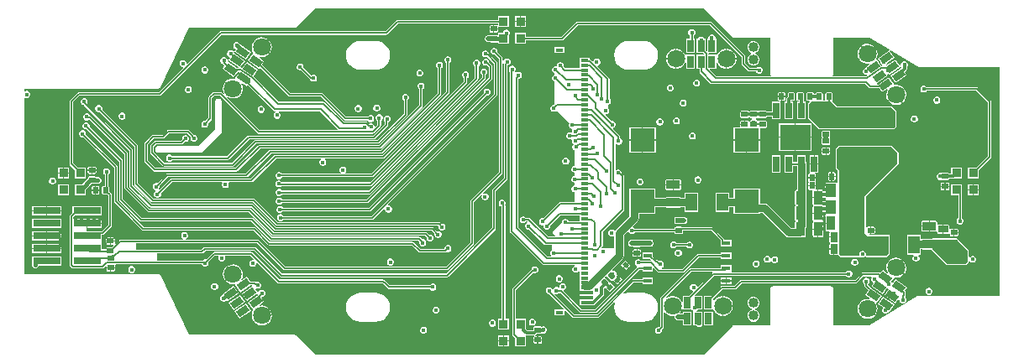
<source format=gbl>
G04*
G04 #@! TF.GenerationSoftware,Altium Limited,Altium Designer,25.7.1 (20)*
G04*
G04 Layer_Physical_Order=4*
G04 Layer_Color=16711680*
%FSLAX44Y44*%
%MOMM*%
G71*
G04*
G04 #@! TF.SameCoordinates,0BC58763-356E-4A0F-A031-124E3283D0B1*
G04*
G04*
G04 #@! TF.FilePolarity,Positive*
G04*
G01*
G75*
%ADD10C,0.2000*%
%ADD15C,0.1500*%
G04:AMPARAMS|DCode=20|XSize=0.55mm|YSize=0.65mm|CornerRadius=0.055mm|HoleSize=0mm|Usage=FLASHONLY|Rotation=270.000|XOffset=0mm|YOffset=0mm|HoleType=Round|Shape=RoundedRectangle|*
%AMROUNDEDRECTD20*
21,1,0.5500,0.5400,0,0,270.0*
21,1,0.4400,0.6500,0,0,270.0*
1,1,0.1100,-0.2700,-0.2200*
1,1,0.1100,-0.2700,0.2200*
1,1,0.1100,0.2700,0.2200*
1,1,0.1100,0.2700,-0.2200*
%
%ADD20ROUNDEDRECTD20*%
G04:AMPARAMS|DCode=22|XSize=0.55mm|YSize=0.65mm|CornerRadius=0.055mm|HoleSize=0mm|Usage=FLASHONLY|Rotation=0.000|XOffset=0mm|YOffset=0mm|HoleType=Round|Shape=RoundedRectangle|*
%AMROUNDEDRECTD22*
21,1,0.5500,0.5400,0,0,0.0*
21,1,0.4400,0.6500,0,0,0.0*
1,1,0.1100,0.2200,-0.2700*
1,1,0.1100,-0.2200,-0.2700*
1,1,0.1100,-0.2200,0.2700*
1,1,0.1100,0.2200,0.2700*
%
%ADD22ROUNDEDRECTD22*%
G04:AMPARAMS|DCode=26|XSize=0.55mm|YSize=0.65mm|CornerRadius=0.055mm|HoleSize=0mm|Usage=FLASHONLY|Rotation=45.000|XOffset=0mm|YOffset=0mm|HoleType=Round|Shape=RoundedRectangle|*
%AMROUNDEDRECTD26*
21,1,0.5500,0.5400,0,0,45.0*
21,1,0.4400,0.6500,0,0,45.0*
1,1,0.1100,0.3465,-0.0354*
1,1,0.1100,0.0354,-0.3465*
1,1,0.1100,-0.3465,0.0354*
1,1,0.1100,-0.0354,0.3465*
%
%ADD26ROUNDEDRECTD26*%
G04:AMPARAMS|DCode=31|XSize=0.9mm|YSize=1.4mm|CornerRadius=0.09mm|HoleSize=0mm|Usage=FLASHONLY|Rotation=270.000|XOffset=0mm|YOffset=0mm|HoleType=Round|Shape=RoundedRectangle|*
%AMROUNDEDRECTD31*
21,1,0.9000,1.2200,0,0,270.0*
21,1,0.7200,1.4000,0,0,270.0*
1,1,0.1800,-0.6100,-0.3600*
1,1,0.1800,-0.6100,0.3600*
1,1,0.1800,0.6100,0.3600*
1,1,0.1800,0.6100,-0.3600*
%
%ADD31ROUNDEDRECTD31*%
G04:AMPARAMS|DCode=32|XSize=0.7mm|YSize=1mm|CornerRadius=0.07mm|HoleSize=0mm|Usage=FLASHONLY|Rotation=270.000|XOffset=0mm|YOffset=0mm|HoleType=Round|Shape=RoundedRectangle|*
%AMROUNDEDRECTD32*
21,1,0.7000,0.8600,0,0,270.0*
21,1,0.5600,1.0000,0,0,270.0*
1,1,0.1400,-0.4300,-0.2800*
1,1,0.1400,-0.4300,0.2800*
1,1,0.1400,0.4300,0.2800*
1,1,0.1400,0.4300,-0.2800*
%
%ADD32ROUNDEDRECTD32*%
G04:AMPARAMS|DCode=37|XSize=0.7mm|YSize=1mm|CornerRadius=0.07mm|HoleSize=0mm|Usage=FLASHONLY|Rotation=180.000|XOffset=0mm|YOffset=0mm|HoleType=Round|Shape=RoundedRectangle|*
%AMROUNDEDRECTD37*
21,1,0.7000,0.8600,0,0,180.0*
21,1,0.5600,1.0000,0,0,180.0*
1,1,0.1400,-0.2800,0.4300*
1,1,0.1400,0.2800,0.4300*
1,1,0.1400,0.2800,-0.4300*
1,1,0.1400,-0.2800,-0.4300*
%
%ADD37ROUNDEDRECTD37*%
G04:AMPARAMS|DCode=38|XSize=0.9mm|YSize=1.4mm|CornerRadius=0.09mm|HoleSize=0mm|Usage=FLASHONLY|Rotation=180.000|XOffset=0mm|YOffset=0mm|HoleType=Round|Shape=RoundedRectangle|*
%AMROUNDEDRECTD38*
21,1,0.9000,1.2200,0,0,180.0*
21,1,0.7200,1.4000,0,0,180.0*
1,1,0.1800,-0.3600,0.6100*
1,1,0.1800,0.3600,0.6100*
1,1,0.1800,0.3600,-0.6100*
1,1,0.1800,-0.3600,-0.6100*
%
%ADD38ROUNDEDRECTD38*%
%ADD43R,0.8000X0.3000*%
%ADD101C,0.5000*%
%ADD102C,0.3000*%
%ADD103C,0.4500*%
%ADD106C,1.8000*%
%ADD107C,1.0220*%
%ADD108C,0.4500*%
G04:AMPARAMS|DCode=109|XSize=0.7mm|YSize=1.2mm|CornerRadius=0mm|HoleSize=0mm|Usage=FLASHONLY|Rotation=125.000|XOffset=0mm|YOffset=0mm|HoleType=Round|Shape=Rectangle|*
%AMROTATEDRECTD109*
4,1,4,0.6922,0.0574,-0.2907,-0.6309,-0.6922,-0.0574,0.2907,0.6309,0.6922,0.0574,0.0*
%
%ADD109ROTATEDRECTD109*%

%ADD110R,0.7000X1.2000*%
%ADD111R,0.9000X0.9000*%
%ADD112R,1.1500X1.8000*%
G04:AMPARAMS|DCode=113|XSize=0.7mm|YSize=1.2mm|CornerRadius=0mm|HoleSize=0mm|Usage=FLASHONLY|Rotation=55.000|XOffset=0mm|YOffset=0mm|HoleType=Round|Shape=Rectangle|*
%AMROTATEDRECTD113*
4,1,4,0.2907,-0.6309,-0.6922,0.0574,-0.2907,0.6309,0.6922,-0.0574,0.2907,-0.6309,0.0*
%
%ADD113ROTATEDRECTD113*%

%ADD114R,0.8500X0.4500*%
%ADD115R,0.9000X0.9000*%
%ADD116R,2.7900X0.7400*%
%ADD117R,2.4500X2.3500*%
G04:AMPARAMS|DCode=118|XSize=0.5mm|YSize=0.42mm|CornerRadius=0mm|HoleSize=0mm|Usage=FLASHONLY|Rotation=315.000|XOffset=0mm|YOffset=0mm|HoleType=Round|Shape=Rectangle|*
%AMROTATEDRECTD118*
4,1,4,-0.3253,0.0283,-0.0283,0.3253,0.3253,-0.0283,0.0283,-0.3253,-0.3253,0.0283,0.0*
%
%ADD118ROTATEDRECTD118*%

G04:AMPARAMS|DCode=119|XSize=0.5mm|YSize=0.42mm|CornerRadius=0mm|HoleSize=0mm|Usage=FLASHONLY|Rotation=45.000|XOffset=0mm|YOffset=0mm|HoleType=Round|Shape=Rectangle|*
%AMROTATEDRECTD119*
4,1,4,-0.0283,-0.3253,-0.3253,-0.0283,0.0283,0.3253,0.3253,0.0283,-0.0283,-0.3253,0.0*
%
%ADD119ROTATEDRECTD119*%

%ADD120R,3.1000X2.6000*%
%ADD121R,0.6500X1.5250*%
%ADD122R,1.1000X1.4500*%
%ADD123R,5.6000X1.5500*%
%ADD124R,0.8000X0.4000*%
%ADD125C,0.7500*%
G36*
X874048Y133097D02*
X873848Y132032D01*
X862503Y124088D01*
X864831Y120764D01*
Y120060D01*
X865364Y118773D01*
X866348Y117789D01*
X866718Y117636D01*
X866762Y117284D01*
X866473Y116298D01*
X866342Y116260D01*
X865640Y116121D01*
X860985Y122770D01*
X860865Y122941D01*
X860423Y123805D01*
X861407Y125915D01*
X861865Y128512D01*
X861635Y131140D01*
X860733Y133618D01*
X860268Y134282D01*
X852063Y128537D01*
X843859Y122792D01*
X844324Y122128D01*
X846344Y120433D01*
X848734Y119318D01*
X851331Y118860D01*
X853541Y119054D01*
X853901Y118065D01*
X849397Y114911D01*
Y114911D01*
X849266Y114462D01*
X848448Y114123D01*
X847463Y113139D01*
X846930Y111852D01*
Y110460D01*
X847463Y109173D01*
X848448Y108189D01*
X849734Y107656D01*
X851035D01*
X851084Y107599D01*
X851087Y106773D01*
X850256Y106027D01*
X817355D01*
X816812Y107043D01*
X816944Y107240D01*
X817099Y108020D01*
Y145261D01*
X853775D01*
X874048Y133097D01*
D02*
G37*
G36*
X715418Y145858D02*
X716080Y145416D01*
X716860Y145261D01*
X754101D01*
Y108020D01*
X754256Y107240D01*
X754388Y107043D01*
X753845Y106027D01*
X699497D01*
X692620Y112903D01*
X693009Y113842D01*
X699342D01*
Y119616D01*
X699537Y119693D01*
X700358Y119787D01*
X701567Y117692D01*
X703432Y115827D01*
X705716Y114509D01*
X708263Y113826D01*
X709074D01*
Y123842D01*
Y133858D01*
X708263D01*
X705716Y133176D01*
X703432Y131857D01*
X701567Y129992D01*
X700345Y127874D01*
X699342Y127842D01*
X699233Y127842D01*
X695595D01*
X695201Y128005D01*
X693809D01*
X693416Y127842D01*
X691376D01*
Y128882D01*
X692184Y129842D01*
X699342D01*
Y143842D01*
X698809D01*
X698500Y144304D01*
Y145696D01*
X697967Y146983D01*
X696983Y147967D01*
X695696Y148500D01*
X694304D01*
X693017Y147967D01*
X692033Y146983D01*
X691500Y145696D01*
Y144304D01*
X691192Y143842D01*
X690342D01*
Y131983D01*
X689403Y131594D01*
X688632Y132366D01*
Y143842D01*
X687586D01*
X687217Y144733D01*
X686233Y145717D01*
X684946Y146250D01*
X683554D01*
X682267Y145717D01*
X681283Y144733D01*
X680914Y143842D01*
X679632D01*
Y129842D01*
X686109D01*
X687093Y128858D01*
X686672Y127842D01*
X679632D01*
Y113842D01*
X682348D01*
Y110868D01*
X682484Y110185D01*
X682870Y109606D01*
X693252Y99225D01*
X693831Y98838D01*
X694514Y98702D01*
X849417D01*
X853121Y94998D01*
X853700Y94611D01*
X854383Y94476D01*
X863706D01*
X866845Y89993D01*
X871574Y93304D01*
X871749Y93189D01*
X872297Y92570D01*
X871275Y90378D01*
X870817Y87781D01*
X871047Y85154D01*
X871949Y82676D01*
X872414Y82011D01*
X880618Y87756D01*
X888823Y93501D01*
X888358Y94165D01*
X886338Y95861D01*
X883948Y96975D01*
X881350Y97433D01*
X878914Y97220D01*
X878313Y98023D01*
X878250Y98112D01*
X873151Y105395D01*
X862653Y98044D01*
X861442D01*
X861122Y99060D01*
X872170Y106796D01*
X871781Y107352D01*
X872309Y108368D01*
X872926D01*
X873379Y108555D01*
X873808Y107943D01*
X884837Y115666D01*
X885118Y115663D01*
X885522Y115238D01*
X885393Y113967D01*
X874789Y106542D01*
X879951Y99170D01*
X891419Y107200D01*
X889301Y110225D01*
X890711Y111635D01*
X891264Y112462D01*
X891458Y113437D01*
Y115236D01*
X891876Y115654D01*
X892409Y116940D01*
Y118333D01*
X891876Y119619D01*
X890891Y120604D01*
X889605Y121137D01*
X888212D01*
X886926Y120604D01*
X885941Y119619D01*
X885409Y118333D01*
Y117555D01*
X884393Y117235D01*
X880114Y123345D01*
X871034Y116988D01*
X870925Y117026D01*
X870704Y118179D01*
X871298Y118773D01*
X871582Y119459D01*
X879133Y124746D01*
X874164Y131843D01*
X874872Y132603D01*
X902391Y116092D01*
X902534Y116040D01*
X902660Y115956D01*
X902905Y115907D01*
X903140Y115823D01*
X903291Y115830D01*
X903440Y115801D01*
X984871D01*
Y-115801D01*
X903440D01*
X903291Y-115830D01*
X903140Y-115823D01*
X902905Y-115907D01*
X902660Y-115956D01*
X902534Y-116040D01*
X902391Y-116091D01*
X853775Y-145261D01*
X817099D01*
Y-108020D01*
X816944Y-107240D01*
X816502Y-106578D01*
X815840Y-106136D01*
X815060Y-105981D01*
X756140D01*
X755360Y-106136D01*
X754698Y-106578D01*
X754256Y-107240D01*
X754101Y-108020D01*
Y-145261D01*
X716860D01*
X716860Y-145261D01*
X716080Y-145416D01*
X715418Y-145858D01*
X715418Y-145858D01*
X686555Y-174721D01*
X295445D01*
X276402Y-155678D01*
X275740Y-155236D01*
X274960Y-155081D01*
X167665D01*
X138760Y-94877D01*
X138554Y-94603D01*
X138364Y-94318D01*
X138317Y-94286D01*
X138283Y-94241D01*
X137987Y-94066D01*
X137702Y-93876D01*
X137647Y-93864D01*
X137598Y-93836D01*
X137258Y-93787D01*
X136922Y-93720D01*
X2039D01*
Y83999D01*
X3055Y84643D01*
X3774Y84345D01*
X5167D01*
X6453Y84878D01*
X7438Y85862D01*
X7970Y87149D01*
Y88541D01*
X7438Y89827D01*
X6453Y90812D01*
X5167Y91345D01*
X3774D01*
X3055Y91047D01*
X2039Y91691D01*
Y93720D01*
X136922D01*
X137258Y93787D01*
X137598Y93836D01*
X137647Y93865D01*
X137702Y93876D01*
X137987Y94066D01*
X138283Y94241D01*
X138317Y94286D01*
X138364Y94318D01*
X138554Y94603D01*
X138760Y94877D01*
X167665Y155081D01*
X274960D01*
X275740Y155236D01*
X276402Y155678D01*
X276402Y155678D01*
X295445Y174721D01*
X686555D01*
X715418Y145858D01*
D02*
G37*
%LPC*%
G36*
X852213Y139046D02*
X849585Y138816D01*
X847107Y137914D01*
X846443Y137449D01*
X851897Y129661D01*
X859685Y135114D01*
X859220Y135778D01*
X857200Y137473D01*
X854810Y138588D01*
X852213Y139046D01*
D02*
G37*
G36*
X845611Y136866D02*
X844947Y136402D01*
X843252Y134381D01*
X842137Y131991D01*
X841679Y129394D01*
X841909Y126767D01*
X842811Y124288D01*
X843276Y123624D01*
X851065Y129078D01*
X845611Y136866D01*
D02*
G37*
G36*
X507516Y166866D02*
X502508D01*
Y161858D01*
X507516D01*
Y166866D01*
D02*
G37*
G36*
X501492D02*
X496484D01*
Y161858D01*
X501492D01*
Y166866D01*
D02*
G37*
G36*
X490500Y166850D02*
X479500D01*
Y163134D01*
X378100D01*
X377417Y162999D01*
X376838Y162612D01*
X365771Y151545D01*
X199760D01*
X199077Y151409D01*
X198499Y151022D01*
X166538Y119061D01*
X165522Y119482D01*
Y119776D01*
X164989Y121063D01*
X164004Y122047D01*
X162718Y122580D01*
X161326D01*
X160039Y122047D01*
X159055Y121063D01*
X158522Y119776D01*
Y118384D01*
X159055Y117097D01*
X160039Y116113D01*
X161326Y115580D01*
X161620D01*
X162041Y114564D01*
X137281Y89804D01*
X56670D01*
X55987Y89669D01*
X55408Y89282D01*
X47839Y81713D01*
X47453Y81134D01*
X47317Y80451D01*
Y17899D01*
X47453Y17216D01*
X47839Y16637D01*
X53000Y11477D01*
Y3000D01*
X64000D01*
Y14000D01*
X55523D01*
X50886Y18638D01*
Y79712D01*
X57409Y86236D01*
X138020D01*
X138703Y86372D01*
X139282Y86758D01*
X200499Y147976D01*
X366510D01*
X367193Y148112D01*
X367772Y148499D01*
X378839Y159566D01*
X479500D01*
Y158066D01*
X478484Y157569D01*
X478361Y157651D01*
X477750Y157773D01*
X475558D01*
Y154484D01*
X479347D01*
Y154897D01*
X479500Y155850D01*
X480363Y155850D01*
X490500D01*
Y166850D01*
D02*
G37*
G36*
X507516Y160842D02*
X502508D01*
Y155834D01*
X507516D01*
Y160842D01*
D02*
G37*
G36*
X501492D02*
X496484D01*
Y155834D01*
X501492D01*
Y160842D01*
D02*
G37*
G36*
X474542Y157773D02*
X472350D01*
X471739Y157651D01*
X471221Y157305D01*
X470875Y156787D01*
X470754Y156176D01*
Y154484D01*
X474542D01*
Y157773D01*
D02*
G37*
G36*
X479347Y153468D02*
X475558D01*
Y150180D01*
X477750D01*
X478361Y150301D01*
X478879Y150647D01*
X479225Y151165D01*
X479347Y151776D01*
Y153468D01*
D02*
G37*
G36*
X474542D02*
X470754D01*
Y151776D01*
X470875Y151165D01*
X471221Y150647D01*
X471739Y150301D01*
X472350Y150180D01*
X474542D01*
Y153468D01*
D02*
G37*
G36*
X488664Y153153D02*
X487272D01*
X485985Y152620D01*
X485001Y151636D01*
X484468Y150350D01*
Y149850D01*
X479500D01*
Y147805D01*
X478484Y147547D01*
X478356Y147632D01*
X477751Y147752D01*
X472351D01*
X471746Y147632D01*
X471710Y147607D01*
X469720D01*
X469376Y147539D01*
X469024D01*
X468700Y147404D01*
X468355Y147336D01*
X468063Y147141D01*
X467738Y147006D01*
X467489Y146757D01*
X467197Y146562D01*
X467002Y146270D01*
X466753Y146021D01*
X466619Y145697D01*
X466424Y145405D01*
X466355Y145060D01*
X466221Y144735D01*
Y144384D01*
X466152Y144039D01*
X466221Y143694D01*
Y143343D01*
X466355Y143018D01*
X466424Y142673D01*
X466619Y142381D01*
X466753Y142056D01*
X467002Y141808D01*
X467197Y141516D01*
X467489Y141320D01*
X467738Y141072D01*
X468063Y140937D01*
X468355Y140742D01*
X468700Y140673D01*
X469024Y140539D01*
X469376D01*
X469720Y140470D01*
X471510D01*
X471746Y140312D01*
X472351Y140192D01*
X477751D01*
X478356Y140312D01*
X478484Y140397D01*
X479500Y139910D01*
Y138850D01*
X490500D01*
Y147236D01*
X490935Y147671D01*
X491468Y148957D01*
Y150350D01*
X490935Y151636D01*
X489950Y152620D01*
X488664Y153153D01*
D02*
G37*
G36*
X240855Y145492D02*
X238258Y145034D01*
X235868Y143919D01*
X233847Y142224D01*
X233382Y141560D01*
X241171Y136106D01*
X246624Y143895D01*
X245960Y144360D01*
X243482Y145262D01*
X240855Y145492D01*
D02*
G37*
G36*
X216696Y140500D02*
X215304D01*
X214017Y139967D01*
X213033Y138983D01*
X212500Y137696D01*
Y136304D01*
X213033Y135017D01*
X214017Y134033D01*
X214467Y133847D01*
X215247Y133067D01*
X214427Y131896D01*
X213951Y131216D01*
X213330Y131085D01*
X212901Y131042D01*
X212603Y131340D01*
X211956Y131987D01*
X210669Y132520D01*
X209277D01*
X207991Y131987D01*
X207006Y131002D01*
X206473Y129716D01*
Y128323D01*
X207006Y127037D01*
X207991Y126053D01*
X208847Y125698D01*
X209305Y124581D01*
X207734Y122337D01*
X217637Y115402D01*
X217347Y114366D01*
X216239Y114294D01*
X206753Y120936D01*
X206621Y121927D01*
Y122584D01*
X206088Y123870D01*
X205103Y124855D01*
X203817Y125387D01*
X202425D01*
X201138Y124855D01*
X200154Y123870D01*
X199621Y122584D01*
Y121191D01*
X200154Y119905D01*
X201138Y118920D01*
X202249Y118460D01*
X202433Y118184D01*
X203841Y116777D01*
X201591Y113564D01*
X213059Y105534D01*
X216710Y110748D01*
X217969Y110830D01*
X218521Y109847D01*
X214818Y104558D01*
X214697Y104386D01*
X214037Y103676D01*
X211717Y103879D01*
X209120Y103421D01*
X206730Y102306D01*
X204710Y100611D01*
X204245Y99947D01*
X212449Y94202D01*
X220654Y88457D01*
X221119Y89121D01*
X222021Y91599D01*
X222251Y94227D01*
X221793Y96824D01*
X220855Y98834D01*
X221661Y99510D01*
X226166Y96356D01*
X226408Y96702D01*
X227729Y96818D01*
X253069Y71478D01*
X253647Y71091D01*
X254330Y70956D01*
X255103D01*
X255305Y69940D01*
X254767Y69717D01*
X253783Y68733D01*
X253250Y67446D01*
Y66054D01*
X253783Y64767D01*
X254767Y63783D01*
X256054Y63250D01*
X257446D01*
X258733Y63783D01*
X259717Y64767D01*
X260250Y66054D01*
Y67446D01*
X259717Y68733D01*
X258733Y69717D01*
X258195Y69940D01*
X258398Y70956D01*
X299823D01*
X318062Y52716D01*
X318160Y52652D01*
X317851Y51635D01*
X239045D01*
X206168Y84513D01*
X206823Y85294D01*
X207493Y84825D01*
X209971Y83923D01*
X212599Y83693D01*
X215196Y84151D01*
X217586Y85266D01*
X219606Y86961D01*
X220071Y87625D01*
X211866Y93370D01*
X203662Y99115D01*
X203197Y98451D01*
X202295Y95972D01*
X202065Y93345D01*
X202523Y90748D01*
X203531Y88586D01*
X202686Y87994D01*
X201070Y89610D01*
X200491Y89997D01*
X199808Y90133D01*
X192984D01*
X192301Y89997D01*
X191722Y89610D01*
X188017Y85906D01*
X187631Y85327D01*
X187495Y84644D01*
Y64238D01*
X184446Y61189D01*
X183087D01*
X181801Y60656D01*
X180816Y59672D01*
X180283Y58385D01*
Y56993D01*
X180816Y55706D01*
X181801Y54722D01*
X183087Y54189D01*
X184479D01*
X185766Y54722D01*
X186750Y55706D01*
X187283Y56993D01*
Y58385D01*
X187109Y58805D01*
X190541Y62237D01*
X190928Y62816D01*
X191063Y63499D01*
Y83905D01*
X193723Y86564D01*
X199069D01*
X237044Y48590D01*
X237623Y48203D01*
X238306Y48067D01*
X352982D01*
X353665Y48203D01*
X354243Y48590D01*
X360954Y55300D01*
X361341Y55879D01*
X361477Y56562D01*
Y61087D01*
X361675Y61169D01*
X362660Y62154D01*
X363192Y63440D01*
Y64833D01*
X362660Y66119D01*
X361675Y67104D01*
X360389Y67636D01*
X358996D01*
X357710Y67104D01*
X356725Y66119D01*
X356193Y64833D01*
Y63440D01*
X356725Y62154D01*
X357710Y61169D01*
X357908Y61087D01*
Y57301D01*
X355899Y55292D01*
X354883Y55713D01*
Y55866D01*
X354350Y57152D01*
X353366Y58137D01*
X352079Y58670D01*
X350687D01*
X349401Y58137D01*
X349294Y58030D01*
X347711Y59613D01*
X347132Y60000D01*
X346449Y60135D01*
X324388D01*
X304762Y79762D01*
X304183Y80148D01*
X303500Y80284D01*
X258413D01*
X232827Y105870D01*
X237471Y112502D01*
X226003Y120532D01*
X221306Y113825D01*
X220839Y114143D01*
X220670Y114215D01*
X220517Y114317D01*
X220458Y114329D01*
X220231Y114644D01*
X220052Y115078D01*
X219999Y115316D01*
X219997Y115442D01*
X224364Y121679D01*
X213473Y129305D01*
Y129716D01*
X213241Y130276D01*
X214085Y130894D01*
X214241Y130855D01*
X214665Y130558D01*
X225345Y123080D01*
X230507Y130452D01*
X219589Y138097D01*
X219153Y138533D01*
X218967Y138983D01*
X217983Y139967D01*
X216696Y140500D01*
D02*
G37*
G36*
X247457Y143312D02*
X242003Y135524D01*
X249792Y130070D01*
X250257Y130734D01*
X251159Y133212D01*
X251388Y135840D01*
X250931Y138437D01*
X249816Y140827D01*
X248121Y142847D01*
X247457Y143312D01*
D02*
G37*
G36*
X675434Y153824D02*
X674042D01*
X672755Y153291D01*
X671771Y152307D01*
X671238Y151020D01*
Y149628D01*
X671771Y148342D01*
X672755Y147357D01*
X672953Y147275D01*
Y143842D01*
X668922D01*
Y129842D01*
X677922D01*
Y143842D01*
X676522D01*
Y147275D01*
X676720Y147357D01*
X677705Y148342D01*
X678238Y149628D01*
Y151020D01*
X677705Y152307D01*
X676720Y153291D01*
X675434Y153824D01*
D02*
G37*
G36*
X546572Y135412D02*
X536572D01*
Y129412D01*
X546572D01*
Y135412D01*
D02*
G37*
G36*
X232800Y140728D02*
X232335Y140064D01*
X231433Y137585D01*
X231203Y134958D01*
X231661Y132361D01*
X232694Y130145D01*
X232146Y129305D01*
X232083Y129215D01*
X226983Y121933D01*
X238451Y113903D01*
X238832Y114446D01*
X239844Y114535D01*
X268391Y85988D01*
X268969Y85602D01*
X269652Y85466D01*
X301011D01*
X324374Y62103D01*
X324952Y61716D01*
X325635Y61581D01*
X347988D01*
X348070Y61382D01*
X349055Y60398D01*
X350341Y59865D01*
X351734D01*
X353020Y60398D01*
X354005Y61382D01*
X354537Y62669D01*
Y64061D01*
X354005Y65347D01*
X353020Y66332D01*
X351734Y66865D01*
X350341D01*
X349055Y66332D01*
X348070Y65347D01*
X347988Y65149D01*
X326374D01*
X303012Y88512D01*
X302433Y88898D01*
X301750Y89034D01*
X270391D01*
X241364Y118062D01*
X243614Y121275D01*
X238884Y124586D01*
X238933Y124790D01*
X239327Y125517D01*
X241736Y125306D01*
X244333Y125764D01*
X246724Y126878D01*
X248744Y128574D01*
X249209Y129238D01*
X241004Y134983D01*
X232800Y140728D01*
D02*
G37*
G36*
X710901Y133858D02*
X710090D01*
Y124350D01*
X719598D01*
Y125161D01*
X718915Y127708D01*
X717597Y129992D01*
X715732Y131857D01*
X713448Y133176D01*
X710901Y133858D01*
D02*
G37*
G36*
X658274D02*
X657463D01*
X654916Y133176D01*
X652632Y131857D01*
X650767Y129992D01*
X649449Y127708D01*
X648766Y125161D01*
Y124350D01*
X658274D01*
Y133858D01*
D02*
G37*
G36*
X737965Y141810D02*
X735535D01*
X733289Y140880D01*
X731570Y139161D01*
X730640Y136915D01*
Y134485D01*
X731570Y132239D01*
X733289Y130520D01*
X734787Y129900D01*
Y128800D01*
X733289Y128180D01*
X731570Y126461D01*
X730640Y124215D01*
Y121785D01*
X731570Y119539D01*
X733289Y117820D01*
X735535Y116890D01*
X737965D01*
X740211Y117820D01*
X741930Y119539D01*
X742860Y121785D01*
Y124215D01*
X741930Y126461D01*
X740211Y128180D01*
X738714Y128800D01*
Y129900D01*
X740211Y130520D01*
X741930Y132239D01*
X742860Y134485D01*
Y136915D01*
X741930Y139161D01*
X740211Y140880D01*
X737965Y141810D01*
D02*
G37*
G36*
X571572Y124912D02*
X561572D01*
Y120928D01*
X561572Y119912D01*
X561572Y119912D01*
X561572Y119912D01*
Y114912D01*
X560852Y114197D01*
X547292D01*
X545610Y115879D01*
X545692Y116077D01*
Y117470D01*
X545159Y118756D01*
X544175Y119741D01*
X542888Y120274D01*
X541496D01*
X540209Y119741D01*
X539225Y118756D01*
X538692Y117470D01*
Y117144D01*
X538143Y116272D01*
X537753Y116272D01*
X536751D01*
X535464Y115739D01*
X534480Y114755D01*
X533947Y113468D01*
Y112076D01*
X534480Y110789D01*
X535464Y109805D01*
X536052Y109562D01*
Y107682D01*
X535152Y107309D01*
X534167Y106324D01*
X533634Y105038D01*
Y103645D01*
X534167Y102359D01*
X535152Y101375D01*
X536052Y101002D01*
Y77250D01*
X534804D01*
X533517Y76717D01*
X532533Y75733D01*
X532000Y74446D01*
Y73054D01*
X532533Y71767D01*
X533517Y70783D01*
X534804Y70250D01*
X536196D01*
X537483Y70783D01*
X538416Y71716D01*
X551341Y58791D01*
X551283Y58733D01*
X550750Y57446D01*
Y56054D01*
X551283Y54767D01*
X552267Y53783D01*
X553494Y53275D01*
X553581Y53198D01*
X554078Y52234D01*
X553705Y51332D01*
Y50035D01*
X553388Y49686D01*
X552879Y49277D01*
X552260Y49534D01*
X550868D01*
X549581Y49001D01*
X548597Y48016D01*
X548064Y46730D01*
Y45338D01*
X548597Y44051D01*
X549581Y43067D01*
X550868Y42534D01*
X552260D01*
X552997Y42839D01*
X553775Y42062D01*
X553692Y41861D01*
Y40469D01*
X554225Y39182D01*
X555209Y38198D01*
X555415Y37013D01*
X554984Y36581D01*
X554451Y35295D01*
Y33903D01*
X554984Y32616D01*
X555969Y31632D01*
X556869Y31259D01*
Y15750D01*
X556304D01*
X555017Y15217D01*
X554033Y14233D01*
X553500Y12946D01*
Y11554D01*
X554033Y10267D01*
X555017Y9283D01*
X556304Y8750D01*
X556869D01*
Y5462D01*
X556278D01*
X554992Y4929D01*
X554008Y3945D01*
X553475Y2658D01*
Y1266D01*
X554008Y-21D01*
X554992Y-1005D01*
X556278Y-1538D01*
X556869D01*
Y-4067D01*
X556338D01*
X555052Y-4600D01*
X554067Y-5585D01*
X553534Y-6871D01*
Y-8264D01*
X554067Y-9550D01*
X555052Y-10535D01*
X556338Y-11068D01*
X556869D01*
Y-20885D01*
X542331D01*
X541648Y-21020D01*
X541069Y-21407D01*
X525145Y-37332D01*
X524946Y-37250D01*
X523554D01*
X522267Y-37783D01*
X521283Y-38767D01*
X520750Y-40054D01*
Y-41446D01*
X521283Y-42733D01*
X522267Y-43717D01*
X523554Y-44250D01*
X524134D01*
X524992Y-44594D01*
X525073Y-45189D01*
Y-46019D01*
X525605Y-47305D01*
X526590Y-48290D01*
X527876Y-48822D01*
X529269D01*
X530555Y-48290D01*
X531540Y-47305D01*
X532072Y-46019D01*
Y-44626D01*
X531990Y-44428D01*
X542046Y-34372D01*
X561572D01*
Y-35088D01*
X561572D01*
Y-40083D01*
X550552D01*
X550232Y-39310D01*
X549247Y-38326D01*
X547961Y-37793D01*
X546568D01*
X545282Y-38326D01*
X544297Y-39310D01*
X543765Y-40597D01*
Y-41432D01*
X534664Y-50533D01*
X534347Y-51298D01*
X534664Y-52064D01*
X537465Y-54865D01*
X537076Y-55803D01*
X530077D01*
X511633Y-37360D01*
X511054Y-36973D01*
X510371Y-36837D01*
X507893D01*
X507857Y-36750D01*
X506873Y-35765D01*
X505586Y-35232D01*
X504194D01*
X502907Y-35765D01*
X501923Y-36750D01*
X501390Y-38036D01*
Y-39429D01*
X501923Y-40715D01*
X502907Y-41700D01*
X504194Y-42232D01*
X505586D01*
X506873Y-41700D01*
X507857Y-40715D01*
X507892Y-40632D01*
X508924Y-40585D01*
X508943Y-40614D01*
X508562Y-41872D01*
X508086Y-42069D01*
X507101Y-43053D01*
X506568Y-44340D01*
Y-45732D01*
X507101Y-47019D01*
X508086Y-48003D01*
X509372Y-48536D01*
X510764D01*
X510963Y-48454D01*
X526358Y-63850D01*
X526937Y-64236D01*
X527620Y-64372D01*
X533950D01*
Y-69252D01*
X533767Y-69327D01*
X532783Y-70312D01*
X532250Y-71598D01*
Y-72991D01*
X532783Y-74277D01*
X533156Y-74650D01*
X532735Y-75666D01*
X529190D01*
X500013Y-46489D01*
Y103669D01*
X500754D01*
X502040Y104202D01*
X503025Y105187D01*
X503558Y106473D01*
Y107865D01*
X503025Y109152D01*
X502040Y110136D01*
X500754Y110669D01*
X499361D01*
X498075Y110136D01*
X497969Y110030D01*
X496998Y110289D01*
X496745Y111196D01*
X496843Y111294D01*
X497376Y112580D01*
Y113973D01*
X496843Y115259D01*
X495858Y116244D01*
X494572Y116777D01*
X493180D01*
X491893Y116244D01*
X490909Y115259D01*
X490376Y113973D01*
Y112580D01*
X490909Y111294D01*
X491655Y110548D01*
Y-50689D01*
X491790Y-51372D01*
X492177Y-51950D01*
X524076Y-83849D01*
X524655Y-84236D01*
X525338Y-84372D01*
X556209D01*
X556411Y-85388D01*
X555578Y-85733D01*
X554594Y-86718D01*
X554061Y-88004D01*
Y-89396D01*
X554594Y-90683D01*
X555578Y-91667D01*
X556864Y-92200D01*
X558257D01*
X559543Y-91667D01*
X560528Y-90683D01*
X560556Y-90615D01*
X561572Y-90817D01*
X561572Y-95021D01*
X561572Y-96104D01*
Y-110072D01*
X561556D01*
Y-112080D01*
X566572D01*
Y-113096D01*
X561556D01*
Y-115072D01*
X561556D01*
Y-117080D01*
X566572D01*
Y-118096D01*
X561556D01*
Y-120104D01*
X561572D01*
Y-125088D01*
X566326D01*
X566572Y-125137D01*
X575053D01*
X576028Y-124943D01*
X576855Y-124390D01*
X585302Y-115943D01*
X585855Y-115116D01*
X586049Y-114141D01*
Y-108235D01*
X586807Y-107477D01*
X587950Y-107410D01*
X592053Y-111513D01*
X597003Y-106564D01*
X592619Y-102179D01*
X592619D01*
X591700Y-101946D01*
X591486Y-101875D01*
X591238Y-101504D01*
X587420Y-97686D01*
X587183Y-97528D01*
X586944Y-96589D01*
X586957Y-96318D01*
X587779Y-95496D01*
X588050Y-95483D01*
X588989Y-95722D01*
X589147Y-95957D01*
X592965Y-99776D01*
X593478Y-100119D01*
X594083Y-100239D01*
X594688Y-100119D01*
X595166Y-99799D01*
X596915Y-101549D01*
X599401Y-99062D01*
X601888Y-96576D01*
X600043Y-94732D01*
X600043D01*
X598886Y-94608D01*
X598500Y-94106D01*
Y-92713D01*
X597967Y-91427D01*
X596983Y-90442D01*
X595696Y-89909D01*
X594802D01*
X594381Y-88893D01*
X604947Y-78328D01*
X605996Y-76757D01*
X606365Y-74903D01*
Y-54231D01*
X609811Y-50785D01*
X610995Y-51038D01*
X611283Y-51733D01*
X612267Y-52717D01*
X613554Y-53250D01*
X614946D01*
X616233Y-52717D01*
X617217Y-51733D01*
X617299Y-51534D01*
X657174D01*
Y-51742D01*
X657294Y-52347D01*
X657637Y-52860D01*
X658150Y-53202D01*
X658754Y-53323D01*
X664154D01*
X664759Y-53202D01*
X665272Y-52860D01*
X665614Y-52347D01*
X665735Y-51742D01*
Y-50010D01*
X694287D01*
X704000Y-59723D01*
Y-65700D01*
X714500D01*
Y-59200D01*
X707693D01*
Y-59109D01*
X707558Y-58426D01*
X707171Y-57847D01*
X696288Y-46965D01*
X695709Y-46578D01*
X695026Y-46442D01*
X665417D01*
X665272Y-46225D01*
X664759Y-45882D01*
X664154Y-45762D01*
X658754D01*
X658150Y-45882D01*
X657637Y-46225D01*
X657294Y-46737D01*
X657174Y-47342D01*
Y-47966D01*
X617299D01*
X617217Y-47767D01*
X616233Y-46783D01*
X615538Y-46495D01*
X615285Y-45311D01*
X619947Y-40649D01*
X620996Y-39078D01*
X621365Y-37225D01*
Y-33068D01*
X638272D01*
Y-26161D01*
X648467D01*
X648552Y-26288D01*
X649181Y-26707D01*
X649922Y-26855D01*
X662122D01*
X662863Y-26707D01*
X663492Y-26288D01*
X663577Y-26161D01*
X667522D01*
Y-31318D01*
X681022D01*
Y-11318D01*
X667522D01*
Y-16475D01*
X663577D01*
X663492Y-16348D01*
X662863Y-15928D01*
X662122Y-15781D01*
X649922D01*
X649181Y-15928D01*
X648552Y-16348D01*
X648467Y-16475D01*
X638272D01*
Y-7568D01*
X611772D01*
Y-27850D01*
X611679Y-28318D01*
Y-35219D01*
X598097Y-48800D01*
X597716Y-49372D01*
X596425Y-49475D01*
X595983Y-49033D01*
X594696Y-48500D01*
X593304D01*
X592017Y-49033D01*
X591033Y-50017D01*
X590500Y-51304D01*
Y-52696D01*
X591033Y-53983D01*
X592017Y-54967D01*
X593304Y-55500D01*
X594696D01*
X595663Y-55100D01*
X596679Y-55598D01*
Y-67592D01*
X586236D01*
X585837Y-67426D01*
X584493D01*
X584370Y-67291D01*
X583952Y-66530D01*
X584489Y-65993D01*
X584876Y-65414D01*
X585012Y-64731D01*
Y-51015D01*
X605838Y-30189D01*
X606224Y-29610D01*
X606360Y-28927D01*
Y5192D01*
X606224Y5875D01*
X605838Y6454D01*
X604020Y8271D01*
Y9257D01*
X603487Y10543D01*
X602502Y11528D01*
X601216Y12060D01*
X599823D01*
X598742Y11612D01*
X597726Y12044D01*
Y37388D01*
X598742Y37808D01*
X599017Y37533D01*
X600304Y37000D01*
X601696D01*
X602983Y37533D01*
X603967Y38517D01*
X604500Y39804D01*
Y41196D01*
X603967Y42483D01*
X602983Y43467D01*
X602534Y43653D01*
Y45000D01*
X602398Y45683D01*
X602012Y46262D01*
X595303Y52970D01*
X595581Y54130D01*
X596334Y54442D01*
X597319Y55426D01*
X597852Y56713D01*
Y58105D01*
X597319Y59391D01*
X596334Y60376D01*
X595048Y60909D01*
X593655D01*
X593457Y60827D01*
X587494Y66790D01*
X587915Y67806D01*
X588651D01*
X589937Y68339D01*
X590922Y69323D01*
X591455Y70610D01*
Y72002D01*
X590922Y73288D01*
X590826Y73384D01*
Y77536D01*
X591726Y77909D01*
X592710Y78893D01*
X593243Y80180D01*
Y81572D01*
X592710Y82859D01*
X591749Y83821D01*
Y103343D01*
X591613Y104026D01*
X591226Y104605D01*
X579751Y116080D01*
X580088Y117180D01*
X580983Y117551D01*
X581967Y118536D01*
X582500Y119822D01*
Y121215D01*
X581967Y122501D01*
X580983Y123485D01*
X579697Y124018D01*
X578304D01*
X577018Y123485D01*
X576033Y122501D01*
X575662Y121606D01*
X574562Y121270D01*
X572836Y122995D01*
X572258Y123381D01*
X571575Y123517D01*
X571572D01*
Y124912D01*
D02*
G37*
G36*
X660101Y133858D02*
X659290D01*
Y123842D01*
Y113826D01*
X660101D01*
X662648Y114509D01*
X664932Y115827D01*
X666797Y117692D01*
X667906Y119614D01*
X668922Y119341D01*
Y113842D01*
X677922D01*
Y127842D01*
X669131D01*
X668922Y127842D01*
X667961Y127975D01*
X666797Y129992D01*
X664932Y131857D01*
X662648Y133176D01*
X660101Y133858D01*
D02*
G37*
G36*
X719598Y123334D02*
X710090D01*
Y113826D01*
X710901D01*
X713448Y114509D01*
X715732Y115827D01*
X717597Y117692D01*
X718915Y119976D01*
X719598Y122524D01*
Y123334D01*
D02*
G37*
G36*
X658274D02*
X648766D01*
Y122524D01*
X649449Y119976D01*
X650767Y117692D01*
X652632Y115827D01*
X654916Y114509D01*
X657463Y113826D01*
X658274D01*
Y123334D01*
D02*
G37*
G36*
X626022Y141947D02*
X611022D01*
X607237Y141449D01*
X603709Y139988D01*
X600681Y137664D01*
X598356Y134635D01*
X596895Y131108D01*
X596397Y127322D01*
X596895Y123537D01*
X598356Y120010D01*
X600681Y116981D01*
X603709Y114656D01*
X607237Y113195D01*
X611022Y112697D01*
X626022D01*
X629807Y113195D01*
X633335Y114656D01*
X636363Y116981D01*
X638688Y120010D01*
X640149Y123537D01*
X640647Y127322D01*
X640149Y131108D01*
X638688Y134635D01*
X636363Y137664D01*
X633335Y139988D01*
X629807Y141449D01*
X626022Y141947D01*
D02*
G37*
G36*
X355812D02*
X340812D01*
X337027Y141449D01*
X333499Y139988D01*
X330471Y137664D01*
X328146Y134635D01*
X326685Y131108D01*
X326187Y127322D01*
X326685Y123537D01*
X328146Y120010D01*
X330471Y116981D01*
X333499Y114656D01*
X337027Y113195D01*
X340812Y112697D01*
X355812D01*
X359597Y113195D01*
X363125Y114656D01*
X366153Y116981D01*
X368478Y120010D01*
X369939Y123537D01*
X370437Y127322D01*
X369939Y131108D01*
X368478Y134635D01*
X366153Y137664D01*
X363125Y139988D01*
X359597Y141449D01*
X355812Y141947D01*
D02*
G37*
G36*
X184696Y116000D02*
X183304D01*
X182017Y115467D01*
X181033Y114483D01*
X180500Y113196D01*
Y111804D01*
X181033Y110517D01*
X182017Y109533D01*
X183304Y109000D01*
X184696D01*
X185983Y109533D01*
X186967Y110517D01*
X187500Y111804D01*
Y113196D01*
X186967Y114483D01*
X185983Y115467D01*
X184696Y116000D01*
D02*
G37*
G36*
X693437Y161534D02*
X559500D01*
X558817Y161399D01*
X558238Y161012D01*
X543361Y146134D01*
X507500D01*
Y149850D01*
X496500D01*
Y138850D01*
X507500D01*
Y142566D01*
X544100D01*
X544783Y142702D01*
X545362Y143088D01*
X560239Y157966D01*
X692698D01*
X724966Y125698D01*
Y118773D01*
X725101Y118090D01*
X725488Y117512D01*
X731262Y111738D01*
X731841Y111351D01*
X732523Y111216D01*
X739316D01*
X739681Y110335D01*
X740666Y109350D01*
X741952Y108817D01*
X743345D01*
X744631Y109350D01*
X745616Y110335D01*
X746148Y111621D01*
Y113013D01*
X745616Y114300D01*
X744631Y115284D01*
X743345Y115817D01*
X741952D01*
X740666Y115284D01*
X740166Y114784D01*
X733262D01*
X728534Y119512D01*
Y126437D01*
X728399Y127120D01*
X728012Y127699D01*
X694699Y161012D01*
X694120Y161399D01*
X693437Y161534D01*
D02*
G37*
G36*
X401209Y112924D02*
X399817D01*
X398531Y112391D01*
X397546Y111407D01*
X397013Y110120D01*
Y108728D01*
X397546Y107442D01*
X398531Y106457D01*
X399817Y105924D01*
X401209D01*
X402496Y106457D01*
X403480Y107442D01*
X404013Y108728D01*
Y110120D01*
X403480Y111407D01*
X402496Y112391D01*
X401209Y112924D01*
D02*
G37*
G36*
X280696Y119000D02*
X279304D01*
X278017Y118467D01*
X277033Y117483D01*
X276500Y116196D01*
Y114804D01*
X277033Y113517D01*
X278017Y112533D01*
X279304Y112000D01*
X280696D01*
X280895Y112082D01*
X289494Y103483D01*
X290061Y103104D01*
X290441Y102188D01*
X291425Y101203D01*
X292712Y100670D01*
X294104D01*
X295390Y101203D01*
X296375Y102188D01*
X296908Y103474D01*
Y104867D01*
X296375Y106153D01*
X295390Y107137D01*
X294104Y107670D01*
X292712D01*
X291425Y107137D01*
X291155Y106868D01*
X283418Y114606D01*
X283500Y114804D01*
Y116196D01*
X282967Y117483D01*
X281983Y118467D01*
X280696Y119000D01*
D02*
G37*
G36*
X680220Y102722D02*
X678827D01*
X677541Y102189D01*
X676556Y101205D01*
X676023Y99918D01*
Y98526D01*
X676556Y97240D01*
X677541Y96255D01*
X678827Y95722D01*
X680220D01*
X681506Y96255D01*
X682491Y97240D01*
X683023Y98526D01*
Y99918D01*
X682491Y101205D01*
X681506Y102189D01*
X680220Y102722D01*
D02*
G37*
G36*
X653667Y97845D02*
X652274D01*
X650988Y97312D01*
X650003Y96327D01*
X649471Y95041D01*
Y93649D01*
X650003Y92362D01*
X650988Y91378D01*
X652274Y90845D01*
X653667D01*
X654953Y91378D01*
X655938Y92362D01*
X656470Y93649D01*
Y95041D01*
X655938Y96327D01*
X654953Y97312D01*
X653667Y97845D01*
D02*
G37*
G36*
X167965Y96079D02*
X166573D01*
X165286Y95546D01*
X164302Y94562D01*
X163769Y93275D01*
Y91883D01*
X164302Y90596D01*
X165286Y89612D01*
X166573Y89079D01*
X167965D01*
X169252Y89612D01*
X170236Y90596D01*
X170769Y91883D01*
Y93275D01*
X170236Y94562D01*
X169252Y95546D01*
X167965Y96079D01*
D02*
G37*
G36*
X767246Y90029D02*
X765554D01*
Y86240D01*
X768842D01*
Y88432D01*
X768721Y89043D01*
X768375Y89561D01*
X767857Y89908D01*
X767246Y90029D01*
D02*
G37*
G36*
X764538D02*
X762846D01*
X762235Y89908D01*
X761717Y89561D01*
X761371Y89043D01*
X761249Y88432D01*
Y86240D01*
X764538D01*
Y90029D01*
D02*
G37*
G36*
X815250Y90014D02*
X810850D01*
X810245Y89894D01*
X809733Y89551D01*
X809390Y89038D01*
X809270Y88434D01*
Y83034D01*
X809289Y82938D01*
X808599Y81922D01*
X807497D01*
X806807Y82938D01*
X806826Y83032D01*
Y88432D01*
X806706Y89037D01*
X806363Y89550D01*
X805851Y89893D01*
X805246Y90013D01*
X800846D01*
X800241Y89893D01*
X799728Y89550D01*
X799386Y89037D01*
X799266Y88432D01*
Y88282D01*
X797830D01*
Y88434D01*
X797710Y89038D01*
X797367Y89551D01*
X796855Y89894D01*
X796250Y90014D01*
X791850D01*
X791245Y89894D01*
X790733Y89551D01*
X790390Y89038D01*
X790270Y88434D01*
Y83034D01*
X790390Y82429D01*
X790733Y81916D01*
X791245Y81573D01*
X791850Y81453D01*
X792825D01*
X793246Y80437D01*
X791982Y79173D01*
X791665Y78407D01*
Y64652D01*
X791982Y63886D01*
X791982Y63886D01*
X802951Y52917D01*
X803717Y52600D01*
X878022Y52600D01*
X878787Y52917D01*
X880787Y54917D01*
X881104Y55682D01*
Y70682D01*
X880787Y71448D01*
X880787Y71448D01*
X876787Y75448D01*
X876022Y75765D01*
X821470D01*
X816471Y80764D01*
X816367Y81916D01*
X816710Y82429D01*
X816830Y83034D01*
Y88434D01*
X816710Y89038D01*
X816367Y89551D01*
X815855Y89894D01*
X815250Y90014D01*
D02*
G37*
G36*
X768842Y85224D02*
X765554D01*
Y81436D01*
X767246D01*
X767857Y81557D01*
X768375Y81903D01*
X768721Y82421D01*
X768842Y83032D01*
Y85224D01*
D02*
G37*
G36*
X889406Y92669D02*
X881617Y87216D01*
X887071Y79427D01*
X887735Y79892D01*
X889430Y81912D01*
X890545Y84302D01*
X891003Y86900D01*
X890773Y89527D01*
X889871Y92005D01*
X889406Y92669D01*
D02*
G37*
G36*
X922345Y85515D02*
X920952D01*
X919666Y84982D01*
X918681Y83998D01*
X918148Y82711D01*
Y81319D01*
X918681Y80032D01*
X919666Y79048D01*
X920952Y78515D01*
X922345D01*
X923631Y79048D01*
X924616Y80032D01*
X925148Y81319D01*
Y82711D01*
X924616Y83998D01*
X923631Y84982D01*
X922345Y85515D01*
D02*
G37*
G36*
X880785Y86633D02*
X872996Y81179D01*
X873461Y80515D01*
X875482Y78820D01*
X877872Y77705D01*
X880469Y77247D01*
X883096Y77477D01*
X885574Y78379D01*
X886238Y78844D01*
X880785Y86633D01*
D02*
G37*
G36*
X666696Y82500D02*
X665304D01*
X664017Y81967D01*
X663033Y80983D01*
X662500Y79696D01*
Y78304D01*
X663033Y77017D01*
X664017Y76033D01*
X665304Y75500D01*
X666696D01*
X667983Y76033D01*
X668967Y77017D01*
X669500Y78304D01*
Y79696D01*
X668967Y80983D01*
X667983Y81967D01*
X666696Y82500D01*
D02*
G37*
G36*
X357987Y77505D02*
X356595D01*
X355308Y76972D01*
X354324Y75988D01*
X353791Y74701D01*
Y73309D01*
X354324Y72022D01*
X355308Y71038D01*
X356595Y70505D01*
X357987D01*
X359273Y71038D01*
X360258Y72022D01*
X360791Y73309D01*
Y74701D01*
X360258Y75988D01*
X359273Y76972D01*
X357987Y77505D01*
D02*
G37*
G36*
X764538Y85224D02*
X761249D01*
Y83032D01*
X761371Y82421D01*
X761717Y81903D01*
X762235Y81557D01*
X762846Y81436D01*
X762828Y80427D01*
X755722D01*
Y70259D01*
X750273D01*
X750232Y70463D01*
X749890Y70976D01*
X749377Y71318D01*
X748772Y71439D01*
X743372D01*
X742767Y71318D01*
X742255Y70976D01*
X742137Y70799D01*
X742093Y70783D01*
X741052D01*
X741008Y70799D01*
X740890Y70976D01*
X740377Y71318D01*
X739772Y71439D01*
X734372D01*
X733767Y71318D01*
X733255Y70976D01*
X733103Y70749D01*
X732831Y70684D01*
X732128Y70703D01*
X731974Y70749D01*
X731788Y71028D01*
X731275Y71370D01*
X730671Y71491D01*
X725271D01*
X724666Y71370D01*
X724153Y71028D01*
X723811Y70515D01*
X723690Y69910D01*
Y65510D01*
X723811Y64905D01*
X724153Y64393D01*
X724666Y64050D01*
X725271Y63930D01*
X730671D01*
X731275Y64050D01*
X731788Y64393D01*
X731940Y64619D01*
X732212Y64685D01*
X732915Y64666D01*
X733069Y64619D01*
X733255Y64341D01*
X733767Y63998D01*
X734372Y63878D01*
X734812D01*
X735051Y63033D01*
X735059Y62862D01*
X734106Y61909D01*
X733868Y61334D01*
X733768Y61314D01*
X733256Y60972D01*
X733114Y60759D01*
X732870Y60698D01*
X732104Y60721D01*
X731985Y60759D01*
X731801Y61035D01*
X731283Y61381D01*
X730672Y61503D01*
X728480D01*
Y57706D01*
X727972D01*
Y57198D01*
X723675D01*
Y55506D01*
X723683Y55464D01*
X722966Y54448D01*
X716756D01*
Y42190D01*
X743288D01*
Y53390D01*
Y53804D01*
X743373Y53874D01*
X748773D01*
X749378Y53994D01*
X749891Y54337D01*
X750233Y54849D01*
X750354Y55454D01*
Y59854D01*
X750233Y60459D01*
X749891Y60972D01*
X749378Y61314D01*
X748773Y61434D01*
X743373D01*
X742768Y61314D01*
X742256Y60972D01*
X742138Y60795D01*
X742094Y60779D01*
X741053D01*
X741009Y60795D01*
X740891Y60972D01*
X740378Y61314D01*
X740279Y61334D01*
X740041Y61909D01*
X739088Y62862D01*
X739095Y63033D01*
X739335Y63878D01*
X739772D01*
X740377Y63998D01*
X740890Y64341D01*
X741008Y64518D01*
X741052Y64534D01*
X742093D01*
X742137Y64518D01*
X742255Y64341D01*
X742767Y63998D01*
X743372Y63878D01*
X748772D01*
X749377Y63998D01*
X749890Y64341D01*
X750232Y64854D01*
X750294Y65161D01*
X755722D01*
Y63177D01*
X764222D01*
Y80420D01*
X764222Y80427D01*
X764240Y81436D01*
X764538D01*
Y85224D01*
D02*
G37*
G36*
X339177Y76905D02*
X337785D01*
X336498Y76372D01*
X335514Y75388D01*
X334981Y74101D01*
Y72709D01*
X335514Y71422D01*
X336498Y70438D01*
X337785Y69905D01*
X339177D01*
X340463Y70438D01*
X341448Y71422D01*
X341981Y72709D01*
Y74101D01*
X341448Y75388D01*
X340463Y76372D01*
X339177Y76905D01*
D02*
G37*
G36*
X241446Y76250D02*
X240054D01*
X238767Y75717D01*
X237783Y74733D01*
X237250Y73446D01*
Y72054D01*
X237783Y70767D01*
X238767Y69783D01*
X240054Y69250D01*
X241446D01*
X242733Y69783D01*
X243717Y70767D01*
X244250Y72054D01*
Y73446D01*
X243717Y74733D01*
X242733Y75717D01*
X241446Y76250D01*
D02*
G37*
G36*
X786246Y90013D02*
X781846D01*
X781241Y89893D01*
X780728Y89550D01*
X780386Y89037D01*
X780266Y88432D01*
Y83032D01*
X780386Y82428D01*
X780728Y81915D01*
X781241Y81572D01*
X781846Y81452D01*
X782823D01*
Y80427D01*
X781122D01*
Y63177D01*
X789622D01*
Y80427D01*
X787921D01*
Y83906D01*
X787826Y84383D01*
Y88432D01*
X787706Y89037D01*
X787363Y89550D01*
X786851Y89893D01*
X786246Y90013D01*
D02*
G37*
G36*
X777250Y90014D02*
X772850D01*
X772245Y89894D01*
X771732Y89551D01*
X771390Y89038D01*
X771270Y88434D01*
Y85058D01*
X770870Y84658D01*
X770317Y83831D01*
X770123Y82856D01*
Y80427D01*
X768422D01*
Y63177D01*
X776922D01*
Y80427D01*
X775221D01*
Y81453D01*
X777250D01*
X777855Y81573D01*
X778367Y81916D01*
X778710Y82429D01*
X778830Y83034D01*
Y88434D01*
X778710Y89038D01*
X778367Y89551D01*
X777855Y89894D01*
X777250Y90014D01*
D02*
G37*
G36*
X101207Y69342D02*
X99815D01*
X98528Y68809D01*
X97543Y67825D01*
X97011Y66538D01*
Y65146D01*
X97543Y63860D01*
X98528Y62875D01*
X99815Y62342D01*
X101207D01*
X102493Y62875D01*
X103478Y63860D01*
X104011Y65146D01*
Y66538D01*
X103478Y67825D01*
X102493Y68809D01*
X101207Y69342D01*
D02*
G37*
G36*
X899696Y66500D02*
X898304D01*
X897017Y65967D01*
X896033Y64983D01*
X895500Y63696D01*
Y62304D01*
X896033Y61017D01*
X897017Y60033D01*
X898304Y59500D01*
X899696D01*
X900983Y60033D01*
X901967Y61017D01*
X902500Y62304D01*
Y63696D01*
X901967Y64983D01*
X900983Y65967D01*
X899696Y66500D01*
D02*
G37*
G36*
X727464Y61503D02*
X725272D01*
X724661Y61381D01*
X724143Y61035D01*
X723797Y60517D01*
X723675Y59906D01*
Y58214D01*
X727464D01*
Y61503D01*
D02*
G37*
G36*
X659913Y64513D02*
X658521D01*
X657235Y63980D01*
X656250Y62995D01*
X655717Y61709D01*
Y60317D01*
X656250Y59030D01*
X657235Y58046D01*
X658521Y57513D01*
X659913D01*
X661200Y58046D01*
X662184Y59030D01*
X662717Y60317D01*
Y61709D01*
X662184Y62995D01*
X661200Y63980D01*
X659913Y64513D01*
D02*
G37*
G36*
X643235Y63555D02*
X641842D01*
X640556Y63023D01*
X639571Y62038D01*
X639039Y60752D01*
Y59359D01*
X639571Y58073D01*
X640556Y57088D01*
X641842Y56555D01*
X643235D01*
X644521Y57088D01*
X645506Y58073D01*
X646039Y59359D01*
Y60752D01*
X645506Y62038D01*
X644521Y63023D01*
X643235Y63555D01*
D02*
G37*
G36*
X795538Y58698D02*
X779530D01*
Y45190D01*
X795538D01*
Y58698D01*
D02*
G37*
G36*
X778514D02*
X762506D01*
Y45190D01*
X778514D01*
Y58698D01*
D02*
G37*
G36*
X675946Y49250D02*
X674554D01*
X673267Y48717D01*
X672283Y47733D01*
X671750Y46446D01*
Y45054D01*
X672283Y43767D01*
X673267Y42783D01*
X674554Y42250D01*
X675946D01*
X677233Y42783D01*
X678217Y43767D01*
X678750Y45054D01*
Y46446D01*
X678217Y47733D01*
X677233Y48717D01*
X675946Y49250D01*
D02*
G37*
G36*
X638288Y54448D02*
X625530D01*
Y42190D01*
X638288D01*
Y54448D01*
D02*
G37*
G36*
X624514D02*
X611756D01*
Y42190D01*
X624514D01*
Y54448D01*
D02*
G37*
G36*
X402554Y99727D02*
X401161D01*
X399875Y99194D01*
X398890Y98210D01*
X398358Y96923D01*
Y95531D01*
X398890Y94245D01*
X399875Y93260D01*
X400073Y93178D01*
Y77097D01*
X359708Y36731D01*
X238825D01*
X238142Y36596D01*
X237563Y36209D01*
X214889Y13534D01*
X133989D01*
X126284Y21239D01*
Y37164D01*
X132625Y43505D01*
X142089D01*
X142772Y43641D01*
X143351Y44028D01*
X147539Y48216D01*
X166689D01*
X169767Y45138D01*
X169367Y44174D01*
Y42781D01*
X169900Y41495D01*
X170885Y40510D01*
X172171Y39978D01*
X173563D01*
X174850Y40510D01*
X175834Y41495D01*
X176367Y42781D01*
Y44174D01*
X175834Y45460D01*
X174850Y46445D01*
X173563Y46978D01*
X172974D01*
X168689Y51262D01*
X168111Y51649D01*
X167428Y51784D01*
X146800D01*
X146117Y51649D01*
X145538Y51262D01*
X141350Y47073D01*
X131886D01*
X131203Y46938D01*
X130624Y46551D01*
X123238Y39165D01*
X122851Y38586D01*
X122716Y37903D01*
Y20500D01*
X122851Y19817D01*
X123238Y19238D01*
X131988Y10488D01*
X132567Y10101D01*
X133250Y9966D01*
X215628D01*
X216311Y10101D01*
X216890Y10488D01*
X239564Y33163D01*
X360447D01*
X361130Y33299D01*
X361709Y33686D01*
X403119Y75096D01*
X403506Y75675D01*
X403642Y76357D01*
Y93178D01*
X403840Y93260D01*
X404825Y94245D01*
X405358Y95531D01*
Y96923D01*
X404825Y98210D01*
X403840Y99194D01*
X402554Y99727D01*
D02*
G37*
G36*
X386802Y88407D02*
X385410D01*
X384123Y87874D01*
X383139Y86889D01*
X382606Y85603D01*
Y84210D01*
X383139Y82924D01*
X384123Y81939D01*
X384322Y81857D01*
Y68095D01*
X357769Y41542D01*
X235008D01*
X234325Y41406D01*
X233746Y41020D01*
X211261Y18534D01*
X143682D01*
X132790Y29426D01*
Y35128D01*
X134974Y37313D01*
X160384D01*
X161067Y37448D01*
X161646Y37835D01*
X163665Y39855D01*
X163864Y39773D01*
X165256D01*
X166542Y40306D01*
X167527Y41290D01*
X168060Y42576D01*
Y43969D01*
X167527Y45255D01*
X166542Y46240D01*
X165256Y46773D01*
X163864D01*
X162577Y46240D01*
X161593Y45255D01*
X161060Y43969D01*
Y42576D01*
X161142Y42378D01*
X159645Y40881D01*
X134235D01*
X133552Y40745D01*
X132974Y40358D01*
X129744Y37129D01*
X129357Y36550D01*
X129221Y35867D01*
Y28687D01*
X129357Y28004D01*
X129744Y27425D01*
X141681Y15488D01*
X142260Y15101D01*
X142943Y14966D01*
X212000D01*
X212683Y15101D01*
X213262Y15488D01*
X235747Y37974D01*
X358508D01*
X359191Y38109D01*
X359770Y38496D01*
X387368Y66094D01*
X387754Y66673D01*
X387890Y67356D01*
Y81857D01*
X388088Y81939D01*
X389073Y82924D01*
X389606Y84210D01*
Y85603D01*
X389073Y86889D01*
X388088Y87874D01*
X386802Y88407D01*
D02*
G37*
G36*
X812773Y51434D02*
X807373D01*
X806768Y51314D01*
X806256Y50972D01*
X805913Y50459D01*
X805793Y49854D01*
Y45454D01*
X805913Y44849D01*
X806256Y44337D01*
X806255Y43976D01*
X805912Y43463D01*
X805792Y42858D01*
Y38458D01*
X805912Y37854D01*
X806255Y37341D01*
X806767Y36998D01*
X807372Y36878D01*
X812772D01*
X813377Y36998D01*
X813890Y37341D01*
X814232Y37854D01*
X814353Y38458D01*
Y42858D01*
X814232Y43463D01*
X813890Y43976D01*
X813891Y44337D01*
X814233Y44849D01*
X814354Y45454D01*
Y49854D01*
X814233Y50459D01*
X813891Y50972D01*
X813378Y51314D01*
X812773Y51434D01*
D02*
G37*
G36*
X812773Y34451D02*
X810581D01*
Y31162D01*
X814370D01*
Y32854D01*
X814249Y33465D01*
X813902Y33983D01*
X813384Y34329D01*
X812773Y34451D01*
D02*
G37*
G36*
X809565D02*
X807373D01*
X806762Y34329D01*
X806244Y33983D01*
X805898Y33465D01*
X805777Y32854D01*
Y31162D01*
X809565D01*
Y34451D01*
D02*
G37*
G36*
X795538Y44174D02*
X779530D01*
Y30666D01*
X795538D01*
Y44174D01*
D02*
G37*
G36*
X778514D02*
X762506D01*
Y30666D01*
X778514D01*
Y44174D01*
D02*
G37*
G36*
X743288Y41174D02*
X730530D01*
Y28916D01*
X743288D01*
Y29948D01*
Y41174D01*
D02*
G37*
G36*
X729514D02*
X716756D01*
Y28916D01*
X729514D01*
Y41174D01*
D02*
G37*
G36*
X638288D02*
X625530D01*
Y28916D01*
X638288D01*
Y41174D01*
D02*
G37*
G36*
X624514D02*
X611756D01*
Y28916D01*
X624514D01*
Y41174D01*
D02*
G37*
G36*
X197948Y83664D02*
X197302D01*
X196521Y83509D01*
X196521Y83509D01*
X195924Y83262D01*
X195263Y82819D01*
X194805Y82362D01*
X194363Y81701D01*
X194116Y81103D01*
X193961Y80323D01*
Y53095D01*
X176905Y36039D01*
X137177D01*
X136396Y35884D01*
X136396Y35884D01*
X135799Y35637D01*
X135138Y35194D01*
X134680Y34737D01*
X134238Y34076D01*
X133991Y33479D01*
X133836Y32698D01*
Y32052D01*
X133991Y31272D01*
X134238Y30674D01*
X134680Y30013D01*
X135138Y29555D01*
X135799Y29113D01*
X136397Y28866D01*
X137177Y28711D01*
X137500D01*
X167754Y28709D01*
X178925Y28708D01*
X178926Y28708D01*
X178926Y28708D01*
X178997D01*
X178997Y28707D01*
X179777Y28863D01*
X180439Y29305D01*
X180439Y29305D01*
X200692Y49558D01*
X201134Y50220D01*
X201289Y51000D01*
Y80000D01*
X201289Y80000D01*
Y80323D01*
X201134Y81104D01*
X201134Y81104D01*
X200887Y81701D01*
X200445Y82362D01*
X199987Y82819D01*
X199326Y83262D01*
X198729Y83509D01*
X197948Y83664D01*
D02*
G37*
G36*
X814370Y30146D02*
X810581D01*
Y26858D01*
X812773D01*
X813384Y26979D01*
X813902Y27325D01*
X814249Y27843D01*
X814370Y28454D01*
Y30146D01*
D02*
G37*
G36*
X809565D02*
X805777D01*
Y28454D01*
X805898Y27843D01*
X806244Y27325D01*
X806762Y26979D01*
X807373Y26858D01*
X809565D01*
Y30146D01*
D02*
G37*
G36*
X368472Y66454D02*
X367079D01*
X365793Y65921D01*
X364808Y64936D01*
X364276Y63650D01*
Y62258D01*
X364808Y60971D01*
X365417Y60362D01*
Y57832D01*
X353802Y46217D01*
X227972D01*
X227289Y46081D01*
X226710Y45694D01*
X206330Y25314D01*
X151304D01*
X151246Y25454D01*
X150261Y26438D01*
X148975Y26971D01*
X147583D01*
X146296Y26438D01*
X145312Y25454D01*
X144779Y24167D01*
Y22775D01*
X145312Y21488D01*
X146296Y20504D01*
X147583Y19971D01*
X148975D01*
X150261Y20504D01*
X151246Y21488D01*
X151353Y21745D01*
X207069D01*
X207752Y21881D01*
X208331Y22268D01*
X228711Y42648D01*
X354541D01*
X355224Y42784D01*
X355803Y43171D01*
X368463Y55831D01*
X368850Y56410D01*
X368986Y57093D01*
Y59667D01*
X369758Y59987D01*
X370743Y60971D01*
X371276Y62258D01*
Y63650D01*
X370743Y64936D01*
X369758Y65921D01*
X368472Y66454D01*
D02*
G37*
G36*
X789622Y26187D02*
X781122D01*
Y19751D01*
X781022Y19601D01*
X776922D01*
Y26187D01*
X768422D01*
Y8937D01*
X776922D01*
Y15523D01*
X780529D01*
Y3631D01*
Y-8281D01*
X780422D01*
X779681Y-8428D01*
X779052Y-8848D01*
X778632Y-9477D01*
X778485Y-10218D01*
Y-22418D01*
X778632Y-23159D01*
X779052Y-23788D01*
Y-24848D01*
X778632Y-25477D01*
X778485Y-26218D01*
Y-38418D01*
X778632Y-39159D01*
X779052Y-39788D01*
Y-40848D01*
X778632Y-41476D01*
X778485Y-42218D01*
Y-46822D01*
X774671D01*
X751549Y-23700D01*
X749978Y-22650D01*
X748125Y-22282D01*
X743272D01*
Y-7568D01*
X716772D01*
Y-16475D01*
X712522D01*
Y-11318D01*
X699022D01*
Y-31318D01*
X712522D01*
Y-26161D01*
X716772D01*
Y-33068D01*
X743272D01*
Y-31968D01*
X746119D01*
X769241Y-55090D01*
X770812Y-56140D01*
X772665Y-56508D01*
X783175D01*
X783946Y-56355D01*
X787622D01*
X788363Y-56207D01*
X788992Y-55788D01*
X789412Y-55159D01*
X789559Y-54418D01*
Y-46751D01*
X789846Y-46321D01*
X790215Y-44468D01*
Y-32318D01*
Y-16318D01*
Y-4369D01*
Y3631D01*
Y17562D01*
X789846Y19416D01*
X789622Y19751D01*
Y26187D01*
D02*
G37*
G36*
X802338Y26203D02*
X798580D01*
Y18070D01*
X802338D01*
Y26203D01*
D02*
G37*
G36*
X797564D02*
X793806D01*
Y18070D01*
X797564D01*
Y26203D01*
D02*
G37*
G36*
X548292Y23877D02*
X546899D01*
X545613Y23344D01*
X544628Y22360D01*
X544096Y21073D01*
Y19681D01*
X544628Y18394D01*
X545613Y17410D01*
X546899Y16877D01*
X548292D01*
X549578Y17410D01*
X550563Y18394D01*
X551096Y19681D01*
Y21073D01*
X550563Y22360D01*
X549578Y23344D01*
X548292Y23877D01*
D02*
G37*
G36*
X72922Y15002D02*
X70730D01*
Y11713D01*
X74519D01*
Y13405D01*
X74397Y14016D01*
X74051Y14534D01*
X73533Y14880D01*
X72922Y15002D01*
D02*
G37*
G36*
X69714D02*
X67522D01*
X66911Y14880D01*
X66393Y14534D01*
X66047Y14016D01*
X65925Y13405D01*
Y11713D01*
X69714D01*
Y15002D01*
D02*
G37*
G36*
X47016Y14016D02*
X42008D01*
Y9008D01*
X47016D01*
Y14016D01*
D02*
G37*
G36*
X40992D02*
X35984D01*
Y9008D01*
X40992D01*
Y14016D01*
D02*
G37*
G36*
X764222Y26187D02*
X755722D01*
Y8937D01*
X764222D01*
Y26187D01*
D02*
G37*
G36*
X947000Y14000D02*
X936000D01*
Y8049D01*
X933964D01*
X933766Y8346D01*
X933253Y8688D01*
X932649Y8808D01*
X927249D01*
X926644Y8688D01*
X926131Y8346D01*
X926118Y8325D01*
X925696Y8500D01*
X924304D01*
X923017Y7967D01*
X922033Y6983D01*
X921500Y5696D01*
Y4304D01*
X922033Y3017D01*
X923017Y2033D01*
X924304Y1500D01*
X925696D01*
X926159Y1692D01*
X926644Y1368D01*
X927249Y1248D01*
X932649D01*
X933253Y1368D01*
X933766Y1710D01*
X934109Y2223D01*
X934229Y2828D01*
Y2951D01*
X938500D01*
X938746Y3000D01*
X947000D01*
Y14000D01*
D02*
G37*
G36*
X447446Y111000D02*
X446054D01*
X444767Y110467D01*
X443783Y109483D01*
X443250Y108196D01*
Y106804D01*
X443783Y105517D01*
X444767Y104533D01*
X444966Y104451D01*
Y100989D01*
X351625Y7649D01*
X325595D01*
X325381Y8092D01*
X325284Y8665D01*
X326147Y9528D01*
X326680Y10814D01*
Y12206D01*
X326147Y13493D01*
X325163Y14477D01*
X323876Y15010D01*
X322484D01*
X321197Y14477D01*
X320213Y13493D01*
X319680Y12206D01*
Y10814D01*
X320213Y9528D01*
X321076Y8665D01*
X320979Y8092D01*
X320765Y7649D01*
X261707D01*
X261625Y7847D01*
X260640Y8831D01*
X259354Y9364D01*
X257961D01*
X256675Y8831D01*
X255690Y7847D01*
X255158Y6561D01*
Y5168D01*
X255690Y3882D01*
X256675Y2897D01*
X257961Y2364D01*
X259354D01*
X260640Y2897D01*
X261625Y3882D01*
X261707Y4080D01*
X352364D01*
X353047Y4216D01*
X353626Y4603D01*
X448012Y98988D01*
X448399Y99567D01*
X448534Y100250D01*
Y104451D01*
X448733Y104533D01*
X449717Y105517D01*
X450250Y106804D01*
Y108196D01*
X449717Y109483D01*
X448733Y110467D01*
X447446Y111000D01*
D02*
G37*
G36*
X74519Y10697D02*
X70730D01*
Y7409D01*
X72922D01*
X73533Y7530D01*
X74051Y7876D01*
X74397Y8394D01*
X74519Y9005D01*
Y10697D01*
D02*
G37*
G36*
X69714D02*
X65925D01*
Y9005D01*
X66047Y8394D01*
X66393Y7876D01*
X66911Y7530D01*
X67522Y7409D01*
X69714D01*
Y10697D01*
D02*
G37*
G36*
X817902Y9212D02*
X816210D01*
Y5423D01*
X819499D01*
Y7615D01*
X819377Y8226D01*
X819031Y8744D01*
X818513Y9090D01*
X817902Y9212D01*
D02*
G37*
G36*
X815194D02*
X813502D01*
X812891Y9090D01*
X812373Y8744D01*
X812027Y8226D01*
X811905Y7615D01*
Y5423D01*
X815194D01*
Y9212D01*
D02*
G37*
G36*
X802338Y17054D02*
X798072D01*
X793806D01*
Y8945D01*
X793806Y8921D01*
X793798Y7929D01*
X793187Y7807D01*
X792669Y7461D01*
X792323Y6943D01*
X792202Y6332D01*
Y4140D01*
X795998D01*
X799795D01*
Y6332D01*
X799673Y6943D01*
X799327Y7461D01*
X798809Y7807D01*
X798316Y7905D01*
X798416Y8921D01*
X802338D01*
Y17054D01*
D02*
G37*
G36*
X909196Y96750D02*
X907804D01*
X906517Y96217D01*
X905533Y95233D01*
X905000Y93946D01*
Y92554D01*
X905533Y91267D01*
X906517Y90283D01*
X907804Y89750D01*
X909196D01*
X910483Y90283D01*
X911467Y91267D01*
X911549Y91466D01*
X961261D01*
X972966Y79761D01*
Y25489D01*
X961477Y14000D01*
X953000D01*
Y3000D01*
X964000D01*
Y11477D01*
X976012Y23488D01*
X976398Y24067D01*
X976534Y24750D01*
Y80500D01*
X976398Y81183D01*
X976012Y81762D01*
X963262Y94512D01*
X962683Y94899D01*
X962000Y95034D01*
X911549D01*
X911467Y95233D01*
X910483Y96217D01*
X909196Y96750D01*
D02*
G37*
G36*
X47016Y7992D02*
X42008D01*
Y2984D01*
X47016D01*
Y7992D01*
D02*
G37*
G36*
X40992D02*
X35984D01*
Y2984D01*
X40992D01*
Y7992D01*
D02*
G37*
G36*
X819499Y4407D02*
X816210D01*
Y618D01*
X817902D01*
X818513Y740D01*
X819031Y1086D01*
X819377Y1604D01*
X819499Y2215D01*
Y4407D01*
D02*
G37*
G36*
X815194D02*
X811905D01*
Y2215D01*
X812027Y1604D01*
X812373Y1086D01*
X812891Y740D01*
X813502Y618D01*
X815194D01*
Y4407D01*
D02*
G37*
G36*
X458566Y122826D02*
X457173D01*
X455887Y122293D01*
X454902Y121309D01*
X454369Y120022D01*
Y118630D01*
X454902Y117344D01*
X455887Y116359D01*
X456085Y116277D01*
Y104608D01*
X350511Y-966D01*
X261644D01*
X261412Y-404D01*
X260427Y580D01*
X259141Y1113D01*
X257748D01*
X256462Y580D01*
X255477Y-404D01*
X254944Y-1691D01*
Y-3083D01*
X255477Y-4369D01*
X256462Y-5354D01*
X257748Y-5887D01*
X259141D01*
X260427Y-5354D01*
X261247Y-4534D01*
X351250D01*
X351933Y-4399D01*
X352512Y-4012D01*
X459131Y102608D01*
X459518Y103187D01*
X459654Y103869D01*
Y116277D01*
X459852Y116359D01*
X460837Y117344D01*
X461369Y118630D01*
Y120022D01*
X460837Y121309D01*
X459852Y122293D01*
X458566Y122826D01*
D02*
G37*
G36*
X681673Y5004D02*
X680281D01*
X678995Y4471D01*
X678010Y3487D01*
X677477Y2201D01*
Y808D01*
X678010Y-478D01*
X678995Y-1463D01*
X680281Y-1996D01*
X681673D01*
X682960Y-1463D01*
X683944Y-478D01*
X684477Y808D01*
Y2201D01*
X683944Y3487D01*
X682960Y4471D01*
X681673Y5004D01*
D02*
G37*
G36*
X72923Y4981D02*
X67523D01*
X66919Y4861D01*
X66406Y4519D01*
X66063Y4006D01*
X65943Y3401D01*
Y3235D01*
X65658Y3044D01*
X59614Y-3000D01*
X53000D01*
Y-14000D01*
X64000D01*
Y-7986D01*
X69373Y-2613D01*
X69723D01*
X69891Y-2579D01*
X72923D01*
X73528Y-2459D01*
X73745Y-2314D01*
X74854D01*
X75304Y-2500D01*
X76696D01*
X77983Y-1967D01*
X78967Y-983D01*
X79500Y304D01*
Y1696D01*
X78967Y2983D01*
X77983Y3967D01*
X76696Y4500D01*
X75304D01*
X74854Y4314D01*
X74178D01*
X74041Y4519D01*
X73528Y4861D01*
X72923Y4981D01*
D02*
G37*
G36*
X662122Y2236D02*
X656530D01*
Y-2810D01*
X664075D01*
Y282D01*
X663927Y1030D01*
X663503Y1664D01*
X662870Y2087D01*
X662122Y2236D01*
D02*
G37*
G36*
X655514D02*
X649922D01*
X649174Y2087D01*
X648541Y1664D01*
X648117Y1030D01*
X647969Y282D01*
Y-2810D01*
X655514D01*
Y2236D01*
D02*
G37*
G36*
X31146Y3789D02*
X29754D01*
X28467Y3256D01*
X27483Y2271D01*
X26950Y985D01*
Y-408D01*
X27483Y-1694D01*
X28467Y-2679D01*
X29754Y-3211D01*
X31146D01*
X32432Y-2679D01*
X33417Y-1694D01*
X33950Y-408D01*
Y985D01*
X33417Y2271D01*
X32432Y3256D01*
X31146Y3789D01*
D02*
G37*
G36*
X799795Y3124D02*
X795998D01*
X792202D01*
Y932D01*
X792323Y321D01*
X792669Y-539D01*
X792323Y-1057D01*
X792202Y-1668D01*
Y-3860D01*
X795998D01*
X799795D01*
Y-1668D01*
X799673Y-1057D01*
X799327Y-197D01*
X799673Y321D01*
X799795Y932D01*
Y3124D01*
D02*
G37*
G36*
X623222Y2930D02*
X621830D01*
X620543Y2397D01*
X619559Y1412D01*
X619026Y126D01*
Y-1267D01*
X619559Y-2553D01*
X620543Y-3537D01*
X621830Y-4070D01*
X623222D01*
X624508Y-3537D01*
X625493Y-2553D01*
X626026Y-1267D01*
Y126D01*
X625493Y1412D01*
X624508Y2397D01*
X623222Y2930D01*
D02*
G37*
G36*
X932650Y-1179D02*
X930458D01*
Y-4468D01*
X934247D01*
Y-2776D01*
X934125Y-2165D01*
X933779Y-1647D01*
X933261Y-1301D01*
X932650Y-1179D01*
D02*
G37*
G36*
X929442D02*
X927250D01*
X926639Y-1301D01*
X926121Y-1647D01*
X925775Y-2165D01*
X925653Y-2776D01*
Y-4468D01*
X929442D01*
Y-1179D01*
D02*
G37*
G36*
X964016Y-2984D02*
X959008D01*
Y-7992D01*
X964016D01*
Y-2984D01*
D02*
G37*
G36*
X957992D02*
X952984D01*
Y-7992D01*
X957992D01*
Y-2984D01*
D02*
G37*
G36*
X75922Y-4703D02*
X74230D01*
Y-8492D01*
X77519D01*
Y-6300D01*
X77397Y-5689D01*
X77051Y-5171D01*
X76533Y-4825D01*
X75922Y-4703D01*
D02*
G37*
G36*
X73214D02*
X71522D01*
X70911Y-4825D01*
X70393Y-5171D01*
X70047Y-5689D01*
X69925Y-6300D01*
Y-8492D01*
X73214D01*
Y-4703D01*
D02*
G37*
G36*
X934247Y-5484D02*
X930458D01*
Y-8773D01*
X932650D01*
X933261Y-8651D01*
X933779Y-8305D01*
X934125Y-7787D01*
X934247Y-7176D01*
Y-5484D01*
D02*
G37*
G36*
X929442D02*
X925653D01*
Y-7176D01*
X925775Y-7787D01*
X926121Y-8305D01*
X926639Y-8651D01*
X927250Y-8773D01*
X929442D01*
Y-5484D01*
D02*
G37*
G36*
X664075Y-3826D02*
X656530D01*
Y-8871D01*
X662122D01*
X662870Y-8723D01*
X663503Y-8299D01*
X663927Y-7665D01*
X664075Y-6918D01*
Y-3826D01*
D02*
G37*
G36*
X655514D02*
X647969D01*
Y-6918D01*
X648117Y-7665D01*
X648541Y-8299D01*
X649174Y-8723D01*
X649922Y-8871D01*
X655514D01*
Y-3826D01*
D02*
G37*
G36*
X429526Y126191D02*
X428134D01*
X426847Y125658D01*
X425863Y124674D01*
X425330Y123387D01*
Y121995D01*
X425863Y120708D01*
X426847Y119724D01*
X427046Y119642D01*
Y90819D01*
X363143Y26916D01*
X254887D01*
X254204Y26781D01*
X253625Y26394D01*
X229981Y2750D01*
X150177D01*
X149494Y2614D01*
X148916Y2228D01*
X137552Y-9136D01*
X137403Y-9090D01*
X137179Y-7961D01*
X137811Y-7329D01*
X138344Y-6042D01*
Y-4650D01*
X138261Y-4452D01*
X146929Y4216D01*
X225750D01*
X226433Y4351D01*
X227012Y4738D01*
X250676Y28403D01*
X362187D01*
X362870Y28538D01*
X363449Y28925D01*
X421806Y87283D01*
X422193Y87862D01*
X422329Y88545D01*
Y114269D01*
X422527Y114351D01*
X423512Y115336D01*
X424045Y116622D01*
Y118015D01*
X423512Y119301D01*
X422527Y120286D01*
X421241Y120818D01*
X419848D01*
X418562Y120286D01*
X417577Y119301D01*
X417045Y118015D01*
Y116622D01*
X417577Y115336D01*
X418562Y114351D01*
X418760Y114269D01*
Y89284D01*
X361448Y31971D01*
X249937D01*
X249254Y31835D01*
X248675Y31449D01*
X225011Y7784D01*
X146190D01*
X145507Y7648D01*
X144928Y7262D01*
X135738Y-1928D01*
X135540Y-1846D01*
X134148D01*
X132861Y-2379D01*
X131876Y-3363D01*
X131344Y-4650D01*
Y-6042D01*
X131876Y-7329D01*
X132861Y-8313D01*
X134148Y-8846D01*
X134454D01*
X134656Y-9862D01*
X134218Y-10043D01*
X133234Y-11028D01*
X132701Y-12314D01*
Y-13707D01*
X133234Y-14993D01*
X134218Y-15978D01*
X135505Y-16510D01*
X136897D01*
X138183Y-15978D01*
X139168Y-14993D01*
X139701Y-13707D01*
Y-12314D01*
X139619Y-12116D01*
X150916Y-818D01*
X200862D01*
X201486Y-1834D01*
X201174Y-2588D01*
Y-3980D01*
X201707Y-5267D01*
X202691Y-6251D01*
X203978Y-6784D01*
X205370D01*
X206656Y-6251D01*
X207641Y-5267D01*
X208174Y-3980D01*
Y-2588D01*
X207862Y-1834D01*
X208485Y-818D01*
X230721D01*
X231403Y-683D01*
X231982Y-296D01*
X255626Y23348D01*
X300959D01*
X301161Y22332D01*
X300894Y22221D01*
X299909Y21237D01*
X299376Y19950D01*
Y18558D01*
X299909Y17271D01*
X300894Y16287D01*
X302180Y15754D01*
X303573D01*
X304859Y16287D01*
X305844Y17271D01*
X306376Y18558D01*
Y19950D01*
X305844Y21237D01*
X304859Y22221D01*
X304592Y22332D01*
X304794Y23348D01*
X363882D01*
X364565Y23484D01*
X365144Y23871D01*
X430092Y88818D01*
X430478Y89397D01*
X430614Y90080D01*
Y119642D01*
X430813Y119724D01*
X431797Y120708D01*
X432330Y121995D01*
Y123387D01*
X431797Y124674D01*
X430813Y125658D01*
X429526Y126191D01*
D02*
G37*
G36*
X876022Y35765D02*
X823022D01*
X822257Y35448D01*
X820257Y33448D01*
X819940Y32682D01*
Y13682D01*
X820257Y12917D01*
X821940Y11234D01*
Y7686D01*
X821926Y7616D01*
Y2216D01*
X821940Y2146D01*
Y-202D01*
X821538Y-1052D01*
X820924Y-1052D01*
X815530D01*
Y-9318D01*
X814514D01*
Y-1052D01*
X808506D01*
Y-9688D01*
X807490Y-9788D01*
X807427Y-9470D01*
X807003Y-8837D01*
X806370Y-8413D01*
X805622Y-8264D01*
X802530D01*
Y-16318D01*
X802022D01*
Y-16826D01*
X796469D01*
Y-22418D01*
X796617Y-23165D01*
X797041Y-23799D01*
Y-24836D01*
X796617Y-25470D01*
X796469Y-26218D01*
Y-31810D01*
X802022D01*
Y-32826D01*
X796469D01*
Y-38418D01*
X796617Y-39165D01*
X797041Y-39799D01*
Y-40837D01*
X796617Y-41470D01*
X796469Y-42218D01*
Y-47810D01*
X802022D01*
X807576D01*
Y-42218D01*
X807427Y-41470D01*
X807003Y-40837D01*
Y-39799D01*
X807427Y-39165D01*
X807576Y-38418D01*
Y-34790D01*
X808506Y-34584D01*
X808592Y-34584D01*
X808988D01*
X809492Y-35295D01*
X809591Y-35600D01*
X809469Y-36218D01*
Y-41810D01*
X815022D01*
Y-42826D01*
X809469D01*
Y-48418D01*
X809617Y-49165D01*
X810041Y-49799D01*
X810674Y-50223D01*
X811422Y-50371D01*
X813036D01*
X813603Y-51343D01*
X813598Y-51387D01*
X813472Y-52018D01*
Y-55810D01*
X818022D01*
Y-56826D01*
X813472D01*
Y-60618D01*
X813606Y-61287D01*
X813985Y-61855D01*
Y-62781D01*
X813606Y-63348D01*
X813472Y-64018D01*
Y-67810D01*
X818022D01*
Y-68318D01*
X818530D01*
Y-74367D01*
X820822D01*
X821492Y-74234D01*
X822257Y-74083D01*
X824257Y-76083D01*
X824257Y-76083D01*
X825022Y-76400D01*
X842953Y-76400D01*
X843055Y-76358D01*
X843164Y-76379D01*
X843426Y-76204D01*
X843718Y-76083D01*
X844699Y-76234D01*
X844911Y-76447D01*
X846198Y-76980D01*
X847590D01*
X848877Y-76447D01*
X849089Y-76234D01*
X850070Y-76083D01*
X850362Y-76204D01*
X850624Y-76379D01*
X850733Y-76358D01*
X850835Y-76400D01*
X871022D01*
X871787Y-76083D01*
X873713Y-74157D01*
X873779Y-74000D01*
X874000D01*
Y-73465D01*
X874030Y-73392D01*
Y-57497D01*
X874104Y-57318D01*
X874000Y-57066D01*
Y-54000D01*
X860500D01*
Y-54235D01*
X853455D01*
X853401Y-54154D01*
X853944Y-53138D01*
X854564D01*
Y-49342D01*
Y-45545D01*
X852372D01*
X851761Y-45666D01*
X851243Y-46013D01*
X851120Y-46196D01*
X850104Y-45888D01*
Y-15586D01*
X882787Y17097D01*
X883104Y17862D01*
Y28682D01*
X883104Y28682D01*
X882787Y29448D01*
X876787Y35448D01*
X876022Y35765D01*
D02*
G37*
G36*
X465872Y113942D02*
X464479D01*
X463193Y113409D01*
X462208Y112424D01*
X461676Y111138D01*
Y109746D01*
X462208Y108459D01*
X463193Y107475D01*
X463391Y107393D01*
Y104915D01*
X349037Y-9439D01*
X261760D01*
X261678Y-9241D01*
X260693Y-8257D01*
X259407Y-7724D01*
X258015D01*
X256728Y-8257D01*
X255744Y-9241D01*
X255211Y-10528D01*
Y-11920D01*
X255744Y-13206D01*
X256728Y-14191D01*
X258015Y-14724D01*
X259407D01*
X260693Y-14191D01*
X261678Y-13206D01*
X261760Y-13008D01*
X349776D01*
X350459Y-12872D01*
X351038Y-12486D01*
X466437Y102914D01*
X466824Y103493D01*
X466960Y104176D01*
Y107393D01*
X467158Y107475D01*
X468143Y108459D01*
X468675Y109746D01*
Y111138D01*
X468143Y112424D01*
X467158Y113409D01*
X465872Y113942D01*
D02*
G37*
G36*
X77519Y-9508D02*
X74230D01*
Y-13297D01*
X75922D01*
X76533Y-13175D01*
X77051Y-12829D01*
X77397Y-12311D01*
X77519Y-11700D01*
Y-9508D01*
D02*
G37*
G36*
X73214D02*
X69925D01*
Y-11700D01*
X70047Y-12311D01*
X70393Y-12829D01*
X70911Y-13175D01*
X71522Y-13297D01*
X73214D01*
Y-9508D01*
D02*
G37*
G36*
X47000Y-3000D02*
X36000D01*
Y-14000D01*
X47000D01*
Y-3000D01*
D02*
G37*
G36*
X964016Y-9008D02*
X959008D01*
Y-14016D01*
X964016D01*
Y-9008D01*
D02*
G37*
G36*
X957992D02*
X952984D01*
Y-14016D01*
X957992D01*
Y-9008D01*
D02*
G37*
G36*
X799795Y-4876D02*
X795998D01*
X792202D01*
Y-7068D01*
X792323Y-7679D01*
X792669Y-8197D01*
X793187Y-8543D01*
X793798Y-8665D01*
X795934D01*
X796189Y-8966D01*
X796575Y-9681D01*
X796469Y-10218D01*
Y-15810D01*
X801514D01*
Y-8264D01*
X800504D01*
X800334Y-8145D01*
X799759Y-7248D01*
X799795Y-7068D01*
Y-4876D01*
D02*
G37*
G36*
X467765Y123823D02*
X466372D01*
X465086Y123290D01*
X464101Y122305D01*
X463568Y121019D01*
Y119627D01*
X464101Y118340D01*
X465086Y117355D01*
X466372Y116823D01*
X467765D01*
X468460Y117111D01*
X469938Y115633D01*
Y104711D01*
X346952Y-18275D01*
X261990D01*
X261908Y-18076D01*
X260923Y-17092D01*
X259637Y-16559D01*
X258244D01*
X256958Y-17092D01*
X255973Y-18076D01*
X255441Y-19363D01*
Y-20755D01*
X255973Y-22042D01*
X256958Y-23026D01*
X258244Y-23559D01*
X259637D01*
X260923Y-23026D01*
X261908Y-22042D01*
X261990Y-21843D01*
X347691D01*
X348374Y-21708D01*
X348953Y-21321D01*
X472983Y102710D01*
X473370Y103289D01*
X473506Y103972D01*
Y116372D01*
X473370Y117055D01*
X472983Y117633D01*
X470569Y120048D01*
Y121019D01*
X470036Y122305D01*
X469051Y123290D01*
X467765Y123823D01*
D02*
G37*
G36*
X469142Y93694D02*
X467749D01*
X466463Y93161D01*
X465478Y92176D01*
X464945Y90890D01*
Y89497D01*
X465140Y89027D01*
X349053Y-27060D01*
X262822D01*
X262555Y-26414D01*
X261570Y-25430D01*
X260284Y-24897D01*
X258892D01*
X257605Y-25430D01*
X256621Y-26414D01*
X256088Y-27701D01*
Y-29093D01*
X256621Y-30380D01*
X257605Y-31364D01*
X258892Y-31897D01*
X260284D01*
X261570Y-31364D01*
X262306Y-30629D01*
X349792D01*
X350475Y-30493D01*
X351054Y-30106D01*
X467853Y86694D01*
X469142D01*
X470428Y87227D01*
X471413Y88211D01*
X471945Y89497D01*
Y90890D01*
X471413Y92176D01*
X470428Y93161D01*
X469142Y93694D01*
D02*
G37*
G36*
X39616Y-24884D02*
X25158D01*
Y-29092D01*
X39616D01*
Y-24884D01*
D02*
G37*
G36*
X24142D02*
X9684D01*
Y-29092D01*
X24142D01*
Y-24884D01*
D02*
G37*
G36*
X467513Y132301D02*
X466120D01*
X464834Y131769D01*
X463849Y130784D01*
X463317Y129498D01*
Y128105D01*
X463849Y126819D01*
X464834Y125834D01*
X466120Y125301D01*
X467513D01*
X468602Y125752D01*
X475182Y119172D01*
Y88455D01*
X351841Y-34885D01*
X263197D01*
X263115Y-34687D01*
X262131Y-33703D01*
X260844Y-33170D01*
X259452D01*
X258165Y-33703D01*
X257181Y-34687D01*
X256648Y-35974D01*
Y-37366D01*
X257181Y-38652D01*
X258165Y-39637D01*
X259452Y-40170D01*
X260844D01*
X262131Y-39637D01*
X263115Y-38652D01*
X263197Y-38454D01*
X352580D01*
X353263Y-38318D01*
X353842Y-37931D01*
X364494Y-27279D01*
X365500Y-27710D01*
Y-28696D01*
X366033Y-29983D01*
X367017Y-30967D01*
X368304Y-31500D01*
X369696D01*
X370983Y-30967D01*
X371967Y-29983D01*
X372500Y-28696D01*
Y-27304D01*
X371967Y-26017D01*
X370983Y-25033D01*
X369696Y-24500D01*
X368710D01*
X368279Y-23494D01*
X478228Y86454D01*
X478614Y87033D01*
X478750Y87716D01*
Y119911D01*
X478614Y120594D01*
X478228Y121173D01*
X470390Y129011D01*
X470317Y129060D01*
Y129498D01*
X469784Y130784D01*
X468799Y131769D01*
X467513Y132301D01*
D02*
G37*
G36*
X39616Y-30108D02*
X25158D01*
Y-34316D01*
X39616D01*
Y-30108D01*
D02*
G37*
G36*
X24142D02*
X9684D01*
Y-34316D01*
X24142D01*
Y-30108D01*
D02*
G37*
G36*
X80316Y-37584D02*
X65858D01*
Y-41792D01*
X80316D01*
Y-37584D01*
D02*
G37*
G36*
X664153Y-35758D02*
X658753D01*
X658148Y-35878D01*
X657636Y-36221D01*
X657293Y-36733D01*
X657173Y-37338D01*
Y-41738D01*
X657293Y-42343D01*
X657636Y-42856D01*
X658148Y-43198D01*
X658753Y-43319D01*
X664153D01*
X664758Y-43198D01*
X664898Y-43105D01*
X666954D01*
X667299Y-43036D01*
X667650D01*
X667975Y-42902D01*
X668320Y-42833D01*
X668612Y-42638D01*
X668937Y-42503D01*
X669185Y-42255D01*
X669477Y-42059D01*
X669673Y-41767D01*
X669921Y-41519D01*
X670056Y-41194D01*
X670251Y-40902D01*
X670320Y-40557D01*
X670454Y-40232D01*
Y-39881D01*
X670523Y-39536D01*
X670454Y-39191D01*
Y-38840D01*
X670320Y-38515D01*
X670251Y-38170D01*
X670056Y-37878D01*
X669921Y-37554D01*
X669673Y-37305D01*
X669477Y-37013D01*
X669185Y-36817D01*
X668937Y-36569D01*
X668612Y-36434D01*
X668320Y-36239D01*
X667975Y-36171D01*
X667650Y-36036D01*
X667299D01*
X666954Y-35968D01*
X664892D01*
X664758Y-35878D01*
X664153Y-35758D01*
D02*
G37*
G36*
X947000Y-3000D02*
X936000D01*
Y-14000D01*
X943216D01*
Y-36951D01*
X943017Y-37033D01*
X942033Y-38017D01*
X941500Y-39304D01*
Y-40696D01*
X942033Y-41983D01*
X943017Y-42967D01*
X944304Y-43500D01*
X945696D01*
X946983Y-42967D01*
X947967Y-41983D01*
X948500Y-40696D01*
Y-39304D01*
X947967Y-38017D01*
X946983Y-37033D01*
X946784Y-36951D01*
Y-14000D01*
X947000D01*
Y-3000D01*
D02*
G37*
G36*
X913514Y-39764D02*
X907922D01*
X907174Y-39913D01*
X906541Y-40336D01*
X906117Y-40970D01*
X905968Y-41718D01*
Y-44810D01*
X913514D01*
Y-39764D01*
D02*
G37*
G36*
X39600Y-37600D02*
X9700D01*
Y-47000D01*
X39600D01*
Y-37600D01*
D02*
G37*
G36*
X80316Y-42808D02*
X65858D01*
Y-47016D01*
X80316D01*
Y-42808D01*
D02*
G37*
G36*
X857772Y-45545D02*
X855580D01*
Y-48833D01*
X859369D01*
Y-47142D01*
X859247Y-46531D01*
X858901Y-46013D01*
X858383Y-45666D01*
X857772Y-45545D01*
D02*
G37*
G36*
X77693Y76931D02*
X76301D01*
X75014Y76398D01*
X74030Y75414D01*
X73497Y74127D01*
Y72735D01*
X74030Y71448D01*
X75014Y70464D01*
X76301Y69931D01*
X77693D01*
X77891Y70013D01*
X112716Y35189D01*
Y-2500D01*
X112851Y-3183D01*
X113238Y-3762D01*
X130153Y-20676D01*
X130731Y-21063D01*
X131414Y-21199D01*
X232565D01*
X255871Y-44505D01*
X256450Y-44891D01*
X257133Y-45027D01*
X418625D01*
X419564Y-45396D01*
Y-46788D01*
X420097Y-48074D01*
X421082Y-49059D01*
X422368Y-49592D01*
X423760D01*
X425047Y-49059D01*
X426031Y-48074D01*
X426564Y-46788D01*
Y-45396D01*
X426031Y-44109D01*
X425047Y-43125D01*
X423760Y-42592D01*
X422368D01*
X422170Y-42674D01*
X421477Y-41981D01*
X420898Y-41594D01*
X420215Y-41459D01*
X257872D01*
X234566Y-18153D01*
X233987Y-17766D01*
X233304Y-17630D01*
X132153D01*
X116284Y-1761D01*
Y35928D01*
X116149Y36611D01*
X115762Y37190D01*
X80415Y72537D01*
X80497Y72735D01*
Y74127D01*
X79964Y75414D01*
X78979Y76398D01*
X77693Y76931D01*
D02*
G37*
G36*
X913514Y-45826D02*
X905968D01*
Y-48918D01*
X906117Y-49665D01*
X906541Y-50299D01*
X907174Y-50723D01*
X907922Y-50871D01*
X913514D01*
Y-45826D01*
D02*
G37*
G36*
X941633Y-47745D02*
X939441D01*
Y-51034D01*
X943230D01*
Y-49342D01*
X943108Y-48731D01*
X942762Y-48213D01*
X942244Y-47867D01*
X941633Y-47745D01*
D02*
G37*
G36*
X920122Y-39764D02*
X914530D01*
Y-45318D01*
Y-50871D01*
X920122D01*
X920870Y-50723D01*
X921002Y-50634D01*
X922018Y-51151D01*
X922151Y-51820D01*
X922530Y-52388D01*
X923098Y-52767D01*
X923767Y-52901D01*
X927559D01*
Y-48351D01*
Y-43801D01*
X923767D01*
X923098Y-43934D01*
X923092Y-43938D01*
X922076Y-43395D01*
Y-41718D01*
X921927Y-40970D01*
X921503Y-40336D01*
X920870Y-39913D01*
X920122Y-39764D01*
D02*
G37*
G36*
X859369Y-49850D02*
X855580D01*
Y-53138D01*
X857772D01*
X858383Y-53017D01*
X858901Y-52671D01*
X859247Y-52153D01*
X859369Y-51542D01*
Y-49850D01*
D02*
G37*
G36*
X39616Y-50284D02*
X25158D01*
Y-54492D01*
X39616D01*
Y-50284D01*
D02*
G37*
G36*
X24142D02*
X9684D01*
Y-54492D01*
X24142D01*
Y-50284D01*
D02*
G37*
G36*
X943230Y-52050D02*
X939441D01*
Y-55338D01*
X941633D01*
X942244Y-55217D01*
X942762Y-54871D01*
X943108Y-54353D01*
X943230Y-53742D01*
Y-52050D01*
D02*
G37*
G36*
X932367Y-43801D02*
X928575D01*
Y-48351D01*
Y-52901D01*
X932367D01*
X933037Y-52767D01*
X933604Y-52388D01*
X933620Y-52365D01*
X934636Y-52673D01*
Y-53742D01*
X934758Y-54353D01*
X935104Y-54871D01*
X935622Y-55217D01*
X936233Y-55338D01*
X938425D01*
Y-51542D01*
Y-47745D01*
X936233D01*
X935622Y-47867D01*
X935133Y-48193D01*
X934954Y-48159D01*
X934117Y-47861D01*
Y-45551D01*
X933984Y-44881D01*
X933604Y-44314D01*
X933037Y-43934D01*
X932367Y-43801D01*
D02*
G37*
G36*
X807576Y-48826D02*
X802530D01*
Y-56371D01*
X805622D01*
X806370Y-56223D01*
X807003Y-55799D01*
X807427Y-55165D01*
X807576Y-54418D01*
Y-48826D01*
D02*
G37*
G36*
X801514D02*
X796469D01*
Y-54418D01*
X796617Y-55165D01*
X797041Y-55799D01*
X797674Y-56223D01*
X798422Y-56371D01*
X801514D01*
Y-48826D01*
D02*
G37*
G36*
X63071Y84000D02*
X61678D01*
X60392Y83467D01*
X59407Y82483D01*
X58875Y81196D01*
Y79804D01*
X59407Y78517D01*
X60392Y77533D01*
X61678Y77000D01*
X61981D01*
X62256Y76588D01*
X107736Y31108D01*
Y-4520D01*
X107872Y-5203D01*
X108258Y-5782D01*
X128366Y-25890D01*
X128945Y-26276D01*
X129628Y-26412D01*
X231019D01*
X253947Y-49339D01*
X254525Y-49726D01*
X255208Y-49862D01*
X412611D01*
X415482Y-52733D01*
X415400Y-52931D01*
Y-54324D01*
X415932Y-55610D01*
X416917Y-56595D01*
X418203Y-57128D01*
X419596D01*
X420882Y-56595D01*
X421867Y-55610D01*
X422400Y-54324D01*
Y-52931D01*
X421867Y-51645D01*
X420882Y-50661D01*
X419596Y-50128D01*
X418203D01*
X418005Y-50210D01*
X414611Y-46816D01*
X414032Y-46429D01*
X413349Y-46293D01*
X255947D01*
X233020Y-23366D01*
X232441Y-22979D01*
X231758Y-22844D01*
X130367D01*
X111304Y-3781D01*
Y31848D01*
X111168Y32530D01*
X110782Y33109D01*
X65351Y78540D01*
X65875Y79804D01*
Y81196D01*
X65342Y82483D01*
X64357Y83467D01*
X63071Y84000D01*
D02*
G37*
G36*
X91450Y-56425D02*
X89258D01*
Y-59714D01*
X93047D01*
Y-58022D01*
X92925Y-57411D01*
X92579Y-56893D01*
X92061Y-56547D01*
X91450Y-56425D01*
D02*
G37*
G36*
X88242D02*
X86050D01*
X85439Y-56547D01*
X84921Y-56893D01*
X84575Y-57411D01*
X84453Y-58022D01*
Y-59714D01*
X88242D01*
Y-56425D01*
D02*
G37*
G36*
X39616Y-55508D02*
X25158D01*
Y-59716D01*
X39616D01*
Y-55508D01*
D02*
G37*
G36*
X24142D02*
X9684D01*
Y-59716D01*
X24142D01*
Y-55508D01*
D02*
G37*
G36*
X65538Y68573D02*
X64145D01*
X62859Y68040D01*
X61874Y67056D01*
X61341Y65770D01*
Y64377D01*
X61874Y63091D01*
X62859Y62106D01*
X64145Y61573D01*
X65538D01*
X66824Y62106D01*
X67475Y62757D01*
X102466Y27767D01*
Y-6250D01*
X102601Y-6933D01*
X102988Y-7512D01*
X126078Y-30601D01*
X126657Y-30988D01*
X127339Y-31124D01*
X228192D01*
X251116Y-54048D01*
X251695Y-54435D01*
X252378Y-54570D01*
X405658D01*
X407271Y-56184D01*
X407189Y-56382D01*
Y-57775D01*
X407722Y-59061D01*
X408707Y-60046D01*
X409993Y-60578D01*
X411385D01*
X412672Y-60046D01*
X413656Y-59061D01*
X414189Y-57775D01*
Y-56382D01*
X413656Y-55096D01*
X412672Y-54111D01*
X411385Y-53578D01*
X409993D01*
X409795Y-53661D01*
X407659Y-51525D01*
X407080Y-51138D01*
X406397Y-51002D01*
X253117D01*
X230193Y-28078D01*
X229614Y-27691D01*
X228931Y-27555D01*
X128078D01*
X106034Y-5511D01*
Y28506D01*
X105899Y29189D01*
X105512Y29767D01*
X69221Y66058D01*
X68643Y66445D01*
X68010Y66570D01*
X67808Y67056D01*
X66824Y68040D01*
X65538Y68573D01*
D02*
G37*
G36*
X88242Y-60730D02*
X84453D01*
Y-62422D01*
X84575Y-63033D01*
X84921Y-63551D01*
X85439Y-63897D01*
X86050Y-64019D01*
X88242D01*
Y-60730D01*
D02*
G37*
G36*
X64873Y59560D02*
X63481D01*
X62195Y59027D01*
X61210Y58043D01*
X60677Y56756D01*
Y55364D01*
X61210Y54078D01*
X62195Y53093D01*
X63481Y52560D01*
X64873D01*
X65081Y52646D01*
X97716Y20011D01*
Y-18500D01*
X97851Y-19183D01*
X98238Y-19762D01*
X118263Y-39786D01*
X118842Y-40173D01*
X119525Y-40309D01*
X230692D01*
X249457Y-59074D01*
X250036Y-59460D01*
X250718Y-59596D01*
X399204D01*
X400309Y-60701D01*
X400052Y-61322D01*
Y-62714D01*
X400585Y-64001D01*
X401569Y-64985D01*
X402856Y-65518D01*
X404248D01*
X405535Y-64985D01*
X406519Y-64001D01*
X407052Y-62714D01*
Y-61322D01*
X406519Y-60035D01*
X405535Y-59051D01*
X404248Y-58518D01*
X403172D01*
X401204Y-56550D01*
X400625Y-56163D01*
X399943Y-56028D01*
X251458D01*
X232693Y-37263D01*
X232114Y-36876D01*
X231431Y-36741D01*
X120264D01*
X101284Y-17761D01*
Y20750D01*
X101149Y21433D01*
X100762Y22012D01*
X67599Y55175D01*
X67677Y55364D01*
Y56756D01*
X67144Y58043D01*
X66160Y59027D01*
X64873Y59560D01*
D02*
G37*
G36*
X622138Y-58726D02*
X616738D01*
X616133Y-58846D01*
X615997Y-58938D01*
X614013D01*
X613668Y-59007D01*
X613317D01*
X612992Y-59141D01*
X612647Y-59210D01*
X612355Y-59405D01*
X612030Y-59539D01*
X611782Y-59788D01*
X611489Y-59983D01*
X611294Y-60275D01*
X611046Y-60524D01*
X610911Y-60849D01*
X610716Y-61141D01*
X610647Y-61486D01*
X610513Y-61810D01*
Y-62162D01*
X610444Y-62506D01*
X610513Y-62851D01*
Y-63203D01*
X610647Y-63527D01*
X610716Y-63872D01*
X610911Y-64164D01*
X611046Y-64489D01*
X611294Y-64738D01*
X611489Y-65030D01*
X611782Y-65225D01*
X612030Y-65474D01*
X612355Y-65608D01*
X612647Y-65803D01*
X612992Y-65872D01*
X613317Y-66006D01*
X613668D01*
X614013Y-66075D01*
X615997D01*
X616133Y-66167D01*
X616738Y-66287D01*
X622138D01*
X622743Y-66167D01*
X622922Y-66047D01*
X630222D01*
X630364Y-66019D01*
X632249D01*
X632500Y-66069D01*
X633866Y-65797D01*
X634011Y-65700D01*
X635500D01*
Y-64310D01*
X635797Y-63866D01*
X636069Y-62500D01*
X635797Y-61134D01*
X635500Y-60690D01*
Y-59200D01*
X633886D01*
X633816Y-59153D01*
X632450Y-58882D01*
X630250D01*
X630108Y-58910D01*
X622838D01*
X622743Y-58846D01*
X622138Y-58726D01*
D02*
G37*
G36*
X39616Y-62984D02*
X25158D01*
Y-67192D01*
X39616D01*
Y-62984D01*
D02*
G37*
G36*
X24142D02*
X9684D01*
Y-67192D01*
X24142D01*
Y-62984D01*
D02*
G37*
G36*
X657168Y-60583D02*
X655776D01*
X654489Y-61115D01*
X653505Y-62100D01*
X652972Y-63386D01*
Y-64779D01*
X653505Y-66065D01*
X654489Y-67050D01*
X655776Y-67583D01*
X657168D01*
X658455Y-67050D01*
X659439Y-66065D01*
X659487Y-65951D01*
X669416D01*
X669533Y-66233D01*
X670517Y-67217D01*
X671804Y-67750D01*
X673196D01*
X674483Y-67217D01*
X675467Y-66233D01*
X676000Y-64946D01*
Y-63554D01*
X675467Y-62267D01*
X674483Y-61283D01*
X673196Y-60750D01*
X671804D01*
X670517Y-61283D01*
X669533Y-62267D01*
X669485Y-62382D01*
X659556D01*
X659439Y-62100D01*
X658455Y-61115D01*
X657168Y-60583D01*
D02*
G37*
G36*
X61268Y51590D02*
X59876D01*
X58589Y51058D01*
X57605Y50073D01*
X57072Y48787D01*
Y47394D01*
X57605Y46108D01*
X58589Y45123D01*
X59876Y44591D01*
X61268D01*
X61528Y44698D01*
X92466Y13761D01*
Y-20250D01*
X92601Y-20933D01*
X92988Y-21512D01*
X94488Y-23012D01*
X94520Y-23033D01*
X96967Y-25480D01*
X96988Y-25512D01*
X120440Y-48964D01*
X121019Y-49351D01*
X121702Y-49486D01*
X232887D01*
X247503Y-64102D01*
X248082Y-64489D01*
X248765Y-64625D01*
X392662D01*
X399303Y-71266D01*
X399882Y-71652D01*
X400564Y-71788D01*
X426267D01*
X426949Y-71652D01*
X427528Y-71266D01*
X427641Y-71152D01*
X428179Y-71375D01*
X429571D01*
X430858Y-70842D01*
X431842Y-69858D01*
X432375Y-68571D01*
Y-67179D01*
X431842Y-65893D01*
X430858Y-64908D01*
X429571Y-64375D01*
X428179D01*
X426892Y-64908D01*
X425908Y-65893D01*
X425375Y-67179D01*
Y-68219D01*
X401303D01*
X394663Y-61579D01*
X394084Y-61192D01*
X393401Y-61056D01*
X249504D01*
X234888Y-46440D01*
X234309Y-46054D01*
X233626Y-45918D01*
X122441D01*
X99533Y-23009D01*
X99512Y-22978D01*
X97022Y-20488D01*
X96991Y-20467D01*
X96034Y-19511D01*
Y14500D01*
X95899Y15183D01*
X95512Y15762D01*
X64015Y47258D01*
X64072Y47394D01*
Y48787D01*
X63539Y50073D01*
X62554Y51058D01*
X61268Y51590D01*
D02*
G37*
G36*
X622139Y-68714D02*
X619947D01*
Y-72003D01*
X623736D01*
Y-70311D01*
X623615Y-69700D01*
X623268Y-69182D01*
X622750Y-68836D01*
X622139Y-68714D01*
D02*
G37*
G36*
X618931D02*
X616739D01*
X616128Y-68836D01*
X615610Y-69182D01*
X615264Y-69700D01*
X615143Y-70311D01*
Y-72003D01*
X618931D01*
Y-68714D01*
D02*
G37*
G36*
X39616Y-68208D02*
X25158D01*
Y-72416D01*
X39616D01*
Y-68208D01*
D02*
G37*
G36*
X24142D02*
X9684D01*
Y-72416D01*
X24142D01*
Y-68208D01*
D02*
G37*
G36*
X817514Y-68826D02*
X813472D01*
Y-72618D01*
X813606Y-73287D01*
X813985Y-73855D01*
X814553Y-74234D01*
X815222Y-74367D01*
X817514D01*
Y-68826D01*
D02*
G37*
G36*
X661754Y-68827D02*
X660361D01*
X659075Y-69360D01*
X658090Y-70345D01*
X657557Y-71631D01*
Y-73024D01*
X658090Y-74310D01*
X659075Y-75294D01*
X660361Y-75827D01*
X661754D01*
X663040Y-75294D01*
X664025Y-74310D01*
X664557Y-73024D01*
Y-71631D01*
X664025Y-70345D01*
X663040Y-69360D01*
X661754Y-68827D01*
D02*
G37*
G36*
X623736Y-73019D02*
X619947D01*
Y-76307D01*
X622139D01*
X622750Y-76186D01*
X623268Y-75840D01*
X623615Y-75322D01*
X623736Y-74711D01*
Y-73019D01*
D02*
G37*
G36*
X618931D02*
X615143D01*
Y-74711D01*
X615264Y-75322D01*
X615610Y-75840D01*
X616128Y-76186D01*
X616739Y-76307D01*
X618931D01*
Y-73019D01*
D02*
G37*
G36*
X905500Y-54000D02*
X892000D01*
Y-74000D01*
X897930D01*
X898351Y-75016D01*
X897759Y-75608D01*
X897226Y-76894D01*
Y-78286D01*
X897759Y-79573D01*
X898744Y-80557D01*
X900030Y-81090D01*
X901423D01*
X902709Y-80557D01*
X903694Y-79573D01*
X904227Y-78286D01*
Y-76894D01*
X903694Y-75608D01*
X903102Y-75016D01*
X903523Y-74000D01*
X905500D01*
Y-68502D01*
X906873D01*
X907181Y-68707D01*
X907922Y-68855D01*
X916090D01*
X916122Y-68872D01*
X916144Y-68925D01*
X931338Y-84119D01*
X932103Y-84436D01*
X950396Y-84436D01*
X950396Y-84436D01*
X951162Y-84119D01*
X951162Y-84119D01*
X953765Y-81515D01*
X953765Y-81515D01*
X953963Y-81039D01*
X954383Y-80883D01*
X954850Y-80815D01*
X955064Y-80833D01*
X955900Y-81670D01*
X957187Y-82202D01*
X958579D01*
X959866Y-81670D01*
X960850Y-80685D01*
X961383Y-79398D01*
Y-78006D01*
X960850Y-76720D01*
X959866Y-75735D01*
X958579Y-75202D01*
X957187D01*
X955900Y-75735D01*
X955098Y-76537D01*
X954240Y-76319D01*
X954082Y-76226D01*
Y-69750D01*
X954082Y-69750D01*
X953765Y-68985D01*
X953765Y-68984D01*
X942765Y-57985D01*
X942000Y-57668D01*
X917564Y-57668D01*
X917319Y-57769D01*
X917204Y-57781D01*
X907922D01*
X907181Y-57928D01*
X906552Y-58348D01*
X906516Y-58402D01*
X905500Y-58094D01*
Y-54000D01*
D02*
G37*
G36*
X751575Y-75240D02*
X750182D01*
X748896Y-75772D01*
X747912Y-76757D01*
X747379Y-78043D01*
Y-79436D01*
X747912Y-80722D01*
X748896Y-81707D01*
X750182Y-82240D01*
X751575D01*
X752861Y-81707D01*
X753846Y-80722D01*
X753915Y-80554D01*
X755015D01*
X755275Y-81181D01*
X756259Y-82166D01*
X757546Y-82699D01*
X758938D01*
X760225Y-82166D01*
X761209Y-81181D01*
X761742Y-79895D01*
Y-78502D01*
X761209Y-77216D01*
X760225Y-76231D01*
X758938Y-75699D01*
X757546D01*
X756259Y-76231D01*
X755275Y-77216D01*
X755205Y-77384D01*
X754106D01*
X753846Y-76757D01*
X752861Y-75772D01*
X751575Y-75240D01*
D02*
G37*
G36*
X607679Y-80023D02*
X605835Y-81867D01*
X607962Y-83994D01*
X609806Y-82150D01*
X607679Y-80023D01*
D02*
G37*
G36*
X371704Y-78008D02*
X370312D01*
X369025Y-78541D01*
X368041Y-79525D01*
X367508Y-80812D01*
Y-82204D01*
X368041Y-83491D01*
X369025Y-84475D01*
X370312Y-85008D01*
X371704D01*
X372991Y-84475D01*
X373975Y-83491D01*
X374508Y-82204D01*
Y-80812D01*
X373975Y-79525D01*
X372991Y-78541D01*
X371704Y-78008D01*
D02*
G37*
G36*
X839688Y-78331D02*
X838296D01*
X837010Y-78864D01*
X836025Y-79848D01*
X835492Y-81135D01*
Y-82527D01*
X836025Y-83814D01*
X837010Y-84798D01*
X838296Y-85331D01*
X839688D01*
X840975Y-84798D01*
X841959Y-83814D01*
X842492Y-82527D01*
Y-81135D01*
X841959Y-79848D01*
X840975Y-78864D01*
X839688Y-78331D01*
D02*
G37*
G36*
X476019Y134876D02*
X474627D01*
X473341Y134343D01*
X472356Y133358D01*
X471823Y132072D01*
Y130680D01*
X472356Y129393D01*
X473341Y128409D01*
X474627Y127876D01*
X476019D01*
X476218Y127958D01*
X479966Y124210D01*
Y9239D01*
X452238Y-18488D01*
X451852Y-19067D01*
X451716Y-19750D01*
Y-61558D01*
X427058Y-86216D01*
X265542D01*
X238860Y-59534D01*
X238282Y-59148D01*
X237599Y-59012D01*
X164997D01*
X164795Y-57996D01*
X165461Y-57719D01*
X166446Y-56735D01*
X166979Y-55448D01*
Y-54056D01*
X166446Y-52770D01*
X165461Y-51785D01*
X164175Y-51252D01*
X162783D01*
X161496Y-51785D01*
X160512Y-52770D01*
X159979Y-54056D01*
Y-55448D01*
X160512Y-56735D01*
X161496Y-57719D01*
X162163Y-57996D01*
X161961Y-59012D01*
X98680D01*
X97997Y-59148D01*
X97418Y-59534D01*
X93971Y-62982D01*
X93035Y-62481D01*
X93047Y-62422D01*
Y-60730D01*
X89258D01*
Y-64019D01*
X91450D01*
X91509Y-64007D01*
X92009Y-64943D01*
X90507Y-66446D01*
X86050D01*
X85445Y-66566D01*
X84932Y-66909D01*
X84590Y-67421D01*
X84470Y-68026D01*
Y-68716D01*
X80300D01*
Y-65614D01*
X80309Y-65594D01*
Y-57186D01*
X80300Y-57165D01*
Y-53850D01*
X80766D01*
X81449Y-53714D01*
X82027Y-53328D01*
X89359Y-45997D01*
X89745Y-45418D01*
X89881Y-44735D01*
Y-13371D01*
X89745Y-12688D01*
X89359Y-12109D01*
X87507Y-10257D01*
Y-6300D01*
X87386Y-5695D01*
X87044Y-5182D01*
X86534Y-4842D01*
Y6701D01*
X86733Y6783D01*
X87717Y7767D01*
X88250Y9054D01*
Y10446D01*
X87717Y11733D01*
X86733Y12717D01*
X85446Y13250D01*
X84054D01*
X82767Y12717D01*
X81783Y11733D01*
X81250Y10446D01*
Y9054D01*
X81783Y7767D01*
X82767Y6783D01*
X82966Y6701D01*
Y-4720D01*
X81526D01*
X80921Y-4840D01*
X80409Y-5182D01*
X80066Y-5695D01*
X79946Y-6300D01*
Y-11700D01*
X80066Y-12305D01*
X80409Y-12817D01*
X80921Y-13160D01*
X81526Y-13280D01*
X85483D01*
X86313Y-14110D01*
Y-43996D01*
X80027Y-50282D01*
X68284D01*
X68192Y-50300D01*
X64759D01*
Y-47016D01*
X64842D01*
Y-42300D01*
Y-37584D01*
X51434D01*
Y-35767D01*
X52901Y-34300D01*
X80300D01*
Y-24900D01*
X50400D01*
Y-31755D01*
X48388Y-33766D01*
X48001Y-34345D01*
X47866Y-35028D01*
Y-84825D01*
X48001Y-85508D01*
X48388Y-86087D01*
X49539Y-87237D01*
X50118Y-87624D01*
X50801Y-87760D01*
X80900D01*
X81582Y-87624D01*
X82161Y-87237D01*
X83781Y-85618D01*
X84797Y-86039D01*
Y-86776D01*
X89093D01*
X93390D01*
Y-85084D01*
X93290Y-84580D01*
X93334Y-84376D01*
X93883Y-83564D01*
X181016D01*
X181324Y-84308D01*
X182309Y-85292D01*
X183595Y-85825D01*
X184988D01*
X186274Y-85292D01*
X187258Y-84308D01*
X187791Y-83021D01*
Y-81629D01*
X187709Y-81431D01*
X194333Y-74807D01*
X197392D01*
X197917Y-75823D01*
X197534Y-76746D01*
Y-78138D01*
X198067Y-79425D01*
X199052Y-80409D01*
X200338Y-80942D01*
X201730D01*
X203017Y-80409D01*
X204001Y-79425D01*
X204534Y-78138D01*
Y-76746D01*
X204152Y-75823D01*
X204676Y-74807D01*
X229760D01*
X233441Y-78487D01*
X233084Y-79206D01*
X232916Y-79399D01*
X231595D01*
X230309Y-79932D01*
X229324Y-80917D01*
X228792Y-82203D01*
Y-83595D01*
X229324Y-84882D01*
X230309Y-85866D01*
X231595Y-86399D01*
X232988D01*
X234274Y-85866D01*
X235259Y-84882D01*
X235792Y-83595D01*
Y-82275D01*
X235985Y-82107D01*
X236704Y-81750D01*
X257215Y-102262D01*
X257794Y-102648D01*
X258477Y-102784D01*
X363011D01*
X364415Y-104188D01*
X364415Y-104188D01*
X368238Y-108012D01*
X368817Y-108399D01*
X369500Y-108534D01*
X410701D01*
X410783Y-108733D01*
X411767Y-109717D01*
X413054Y-110250D01*
X414446D01*
X415733Y-109717D01*
X416717Y-108733D01*
X417250Y-107446D01*
Y-106054D01*
X416717Y-104767D01*
X415733Y-103783D01*
X414446Y-103250D01*
X413054D01*
X411767Y-103783D01*
X410783Y-104767D01*
X410701Y-104966D01*
X370239D01*
X366938Y-101665D01*
X366938Y-101665D01*
X365012Y-99738D01*
X364433Y-99352D01*
X363750Y-99216D01*
X259216D01*
X231761Y-71761D01*
X231182Y-71374D01*
X230499Y-71238D01*
X193594D01*
X192911Y-71374D01*
X192332Y-71761D01*
X185186Y-78907D01*
X184988Y-78825D01*
X183595D01*
X182309Y-79358D01*
X181671Y-79995D01*
X135833D01*
Y-72784D01*
X181000D01*
X181683Y-72649D01*
X182262Y-72262D01*
X184739Y-69784D01*
X233550D01*
X260027Y-96262D01*
X260606Y-96648D01*
X261289Y-96784D01*
X428001D01*
X428684Y-96648D01*
X429263Y-96262D01*
X476762Y-48763D01*
X477148Y-48184D01*
X477284Y-47501D01*
Y-9739D01*
X488658Y1634D01*
X489044Y2213D01*
X489180Y2896D01*
Y117150D01*
X489210D01*
X490496Y117683D01*
X491480Y118667D01*
X492013Y119954D01*
Y121346D01*
X491480Y122633D01*
X490496Y123617D01*
X489210Y124150D01*
X487817D01*
X486531Y123617D01*
X485546Y122633D01*
X485013Y121346D01*
Y119954D01*
X485546Y118667D01*
X485612Y118602D01*
Y3635D01*
X474238Y-7738D01*
X473852Y-8317D01*
X473716Y-9000D01*
Y-46762D01*
X427262Y-93216D01*
X262028D01*
X235551Y-66738D01*
X234972Y-66351D01*
X234289Y-66216D01*
X184000D01*
X183317Y-66351D01*
X182738Y-66738D01*
X180261Y-69216D01*
X114232D01*
Y-62580D01*
X236860D01*
X263541Y-89262D01*
X264120Y-89649D01*
X264803Y-89784D01*
X427797D01*
X428480Y-89649D01*
X429059Y-89262D01*
X454762Y-63559D01*
X455149Y-62980D01*
X455284Y-62297D01*
Y-20489D01*
X462339Y-13434D01*
X463200Y-14010D01*
X462853Y-14849D01*
Y-16241D01*
X463386Y-17528D01*
X464370Y-18512D01*
X465657Y-19045D01*
X467049D01*
X468335Y-18512D01*
X469320Y-17528D01*
X469853Y-16241D01*
Y-14849D01*
X469320Y-13563D01*
X468335Y-12578D01*
X467049Y-12045D01*
X465657D01*
X464818Y-12393D01*
X464242Y-11531D01*
X483012Y7238D01*
X483398Y7817D01*
X483534Y8500D01*
Y124949D01*
X483398Y125632D01*
X483012Y126211D01*
X478741Y130481D01*
X478823Y130680D01*
Y132072D01*
X478290Y133358D01*
X477306Y134343D01*
X476019Y134876D01*
D02*
G37*
G36*
X880471Y-77111D02*
X877874Y-77569D01*
X875484Y-78684D01*
X873464Y-80379D01*
X872999Y-81043D01*
X880787Y-86497D01*
X886241Y-78708D01*
X885577Y-78243D01*
X883099Y-77341D01*
X880471Y-77111D01*
D02*
G37*
G36*
X605117Y-82585D02*
X603273Y-84429D01*
X605400Y-86556D01*
X607244Y-84712D01*
X605117Y-82585D01*
D02*
G37*
G36*
X610525Y-82868D02*
X608681Y-84712D01*
X610808Y-86839D01*
X612652Y-84995D01*
X610525Y-82868D01*
D02*
G37*
G36*
X740174Y-79911D02*
X738782D01*
X737495Y-80444D01*
X736511Y-81429D01*
X735978Y-82715D01*
Y-84107D01*
X736511Y-85394D01*
X737495Y-86378D01*
X738782Y-86911D01*
X740174D01*
X741461Y-86378D01*
X742445Y-85394D01*
X742978Y-84107D01*
Y-82715D01*
X742445Y-81429D01*
X741461Y-80444D01*
X740174Y-79911D01*
D02*
G37*
G36*
X39600Y-75700D02*
X9700D01*
Y-83209D01*
X9585Y-83486D01*
Y-84878D01*
X10118Y-86165D01*
X11103Y-87149D01*
X12389Y-87682D01*
X13782D01*
X15068Y-87149D01*
X16053Y-86165D01*
X16494Y-85100D01*
X39600D01*
Y-75700D01*
D02*
G37*
G36*
X714500Y-71900D02*
X704000D01*
Y-73366D01*
X680850D01*
X680167Y-73502D01*
X679588Y-73888D01*
X665261Y-88216D01*
X644607D01*
X644405Y-87200D01*
X645087Y-86917D01*
X646072Y-85933D01*
X646605Y-84646D01*
Y-83254D01*
X646072Y-81967D01*
X645087Y-80983D01*
X643801Y-80450D01*
X642408D01*
X641636Y-80770D01*
X640869Y-80003D01*
X640291Y-79616D01*
X639608Y-79481D01*
X639104D01*
X635500Y-75877D01*
Y-71900D01*
X625000D01*
Y-78400D01*
X632977D01*
X634007Y-79430D01*
X633552Y-80330D01*
X633512Y-80372D01*
X623860D01*
X623778Y-80173D01*
X622794Y-79189D01*
X621507Y-78656D01*
X620115D01*
X618829Y-79189D01*
X617844Y-80173D01*
X617311Y-81460D01*
Y-82852D01*
X617844Y-84138D01*
X618829Y-85123D01*
X619458Y-85384D01*
X619571Y-86530D01*
X619483Y-86588D01*
X577106Y-128966D01*
X563364D01*
X545171Y-110772D01*
X545576Y-109741D01*
X546638Y-109301D01*
X547622Y-108316D01*
X548155Y-107030D01*
Y-105637D01*
X547622Y-104351D01*
X546638Y-103366D01*
X545351Y-102834D01*
X543959D01*
X542673Y-103366D01*
X541688Y-104351D01*
X541155Y-105637D01*
Y-106710D01*
X540679Y-107065D01*
X540325Y-107247D01*
X540217Y-107276D01*
X539046Y-106791D01*
X537653D01*
X536367Y-107323D01*
X535382Y-108308D01*
X535230Y-108675D01*
X534130D01*
X534037Y-108449D01*
X533052Y-107465D01*
X531766Y-106932D01*
X530374D01*
X529087Y-107465D01*
X528103Y-108449D01*
X527570Y-109736D01*
Y-111128D01*
X528103Y-112415D01*
X529087Y-113399D01*
X530374Y-113932D01*
X530865D01*
X530893Y-113973D01*
X545569Y-128649D01*
X545180Y-129588D01*
X536572D01*
Y-135588D01*
X546572D01*
Y-130980D01*
X547511Y-130591D01*
X554182Y-137262D01*
X554760Y-137648D01*
X555443Y-137784D01*
X579905D01*
X580588Y-137648D01*
X581167Y-137262D01*
X596468Y-121961D01*
X597312Y-122526D01*
X596895Y-123532D01*
X596397Y-127318D01*
X596895Y-131103D01*
X598356Y-134630D01*
X600681Y-137659D01*
X603709Y-139984D01*
X607237Y-141445D01*
X611022Y-141943D01*
X626022D01*
X629807Y-141445D01*
X633335Y-139984D01*
X636363Y-137659D01*
X638688Y-134630D01*
X640149Y-131103D01*
X640647Y-127318D01*
X640149Y-123532D01*
X638688Y-120005D01*
X636363Y-116976D01*
X633335Y-114652D01*
X629807Y-113191D01*
X626022Y-112693D01*
X611022D01*
X607237Y-113191D01*
X606230Y-113608D01*
X605666Y-112763D01*
X616095Y-102334D01*
X625000D01*
Y-103800D01*
X635500D01*
Y-97300D01*
X625000D01*
Y-98766D01*
X615355D01*
X614673Y-98902D01*
X614094Y-99288D01*
X579166Y-134216D01*
X556182D01*
X536294Y-114327D01*
X536869Y-113466D01*
X537653Y-113791D01*
X539046D01*
X540332Y-113258D01*
X540941Y-112649D01*
X542001D01*
X561363Y-132012D01*
X561942Y-132399D01*
X562625Y-132534D01*
X577845D01*
X578528Y-132399D01*
X579107Y-132012D01*
X621484Y-89634D01*
X625000D01*
Y-91100D01*
X635500D01*
Y-87976D01*
X636439Y-87587D01*
X640113Y-91262D01*
X640692Y-91649D01*
X641375Y-91784D01*
X666000D01*
X666683Y-91649D01*
X667262Y-91262D01*
X681589Y-76934D01*
X704000D01*
Y-78400D01*
X714500D01*
Y-71900D01*
D02*
G37*
G36*
X607962Y-85431D02*
X606118Y-87275D01*
X608245Y-89402D01*
X610089Y-87558D01*
X607962Y-85431D01*
D02*
G37*
G36*
X93390Y-87792D02*
X89601D01*
Y-91081D01*
X91793D01*
X92404Y-90959D01*
X92922Y-90613D01*
X93268Y-90095D01*
X93390Y-89484D01*
Y-87792D01*
D02*
G37*
G36*
X88585D02*
X84797D01*
Y-89484D01*
X84918Y-90095D01*
X85264Y-90613D01*
X85782Y-90959D01*
X86393Y-91081D01*
X88585D01*
Y-87792D01*
D02*
G37*
G36*
X887073Y-79291D02*
X881619Y-87079D01*
X889408Y-92533D01*
X889873Y-91869D01*
X890775Y-89391D01*
X891005Y-86763D01*
X890547Y-84166D01*
X889432Y-81776D01*
X887737Y-79756D01*
X887073Y-79291D01*
D02*
G37*
G36*
X110880Y-85573D02*
X109487D01*
X108201Y-86105D01*
X107216Y-87090D01*
X106684Y-88376D01*
Y-89769D01*
X107216Y-91055D01*
X108201Y-92040D01*
X109487Y-92573D01*
X110880D01*
X112166Y-92040D01*
X113151Y-91055D01*
X113684Y-89769D01*
Y-88376D01*
X113151Y-87090D01*
X112166Y-86105D01*
X110880Y-85573D01*
D02*
G37*
G36*
X517196Y-85750D02*
X515804D01*
X514517Y-86283D01*
X513533Y-87267D01*
X513000Y-88554D01*
Y-88977D01*
X494488Y-107488D01*
X494101Y-108067D01*
X493966Y-108750D01*
Y-155098D01*
X494101Y-155781D01*
X494488Y-156360D01*
X496500Y-158371D01*
Y-166848D01*
X507500D01*
Y-156511D01*
X507850Y-155736D01*
X508397Y-155561D01*
X515768D01*
X515912Y-155984D01*
X515937Y-156577D01*
X515563Y-156827D01*
X515216Y-157345D01*
X515095Y-157956D01*
Y-159648D01*
X518884D01*
Y-156359D01*
X517211D01*
X517025Y-155420D01*
X517041Y-155343D01*
X517833Y-154814D01*
X518715Y-153932D01*
X522090D01*
X522695Y-153812D01*
X523208Y-153469D01*
X523429Y-153138D01*
X524304Y-153500D01*
X525696D01*
X526983Y-152967D01*
X527967Y-151983D01*
X528500Y-150696D01*
Y-149304D01*
X527967Y-148017D01*
X526983Y-147033D01*
X525696Y-146500D01*
X524304D01*
X523271Y-146928D01*
X523208Y-146834D01*
X522695Y-146491D01*
X522090Y-146371D01*
X516690D01*
X516086Y-146491D01*
X515573Y-146834D01*
X515230Y-147347D01*
X515110Y-147951D01*
Y-150327D01*
X514975Y-150463D01*
X508985D01*
X507549Y-149027D01*
Y-147348D01*
X507500Y-147101D01*
Y-138848D01*
X497534D01*
Y-109489D01*
X514722Y-92302D01*
X515804Y-92750D01*
X517196D01*
X518483Y-92217D01*
X519467Y-91233D01*
X520000Y-89946D01*
Y-88554D01*
X519467Y-87267D01*
X518483Y-86283D01*
X517196Y-85750D01*
D02*
G37*
G36*
X872416Y-81875D02*
X871951Y-82539D01*
X871049Y-85017D01*
X870819Y-87645D01*
X871277Y-90242D01*
X872215Y-92252D01*
X871409Y-92929D01*
X866905Y-89775D01*
X864798Y-92783D01*
X864268Y-92829D01*
X863689Y-92442D01*
X863006Y-92307D01*
X847159D01*
X846476Y-92442D01*
X845897Y-92829D01*
X839261Y-99466D01*
X724250D01*
X723567Y-99601D01*
X722988Y-99988D01*
X717380Y-105597D01*
X705006D01*
X704324Y-105733D01*
X703745Y-106119D01*
X694267Y-115597D01*
X694135D01*
X693963Y-115631D01*
X686885D01*
Y-129631D01*
X695676D01*
X695885Y-129631D01*
X696846Y-129764D01*
X698010Y-131781D01*
X699875Y-133646D01*
X702159Y-134965D01*
X704706Y-135647D01*
X705517D01*
Y-125631D01*
Y-115615D01*
X704706D01*
X702159Y-116298D01*
X699875Y-117616D01*
X698010Y-119481D01*
X696901Y-121402D01*
X695885Y-121130D01*
Y-118899D01*
X696268Y-118643D01*
X705745Y-109165D01*
X718119D01*
X718802Y-109030D01*
X719380Y-108643D01*
X724989Y-103034D01*
X840000D01*
X840683Y-102898D01*
X841262Y-102512D01*
X847898Y-95875D01*
X855437D01*
X855903Y-96891D01*
X855479Y-97914D01*
Y-99306D01*
X856012Y-100592D01*
X856997Y-101577D01*
X857521Y-101794D01*
X857805Y-102769D01*
X855599Y-105920D01*
X867067Y-113950D01*
X871648Y-107408D01*
X872544Y-107779D01*
X872730D01*
X873199Y-108680D01*
X868706Y-115097D01*
X880174Y-123127D01*
X882894Y-119243D01*
X883910Y-119563D01*
Y-120423D01*
X884443Y-121709D01*
X885427Y-122694D01*
X886713Y-123227D01*
X888106D01*
X889392Y-122694D01*
X890377Y-121709D01*
X890910Y-120423D01*
Y-119031D01*
X890377Y-117744D01*
X889768Y-117135D01*
Y-116034D01*
X890063Y-115738D01*
X890450Y-115160D01*
X890586Y-114477D01*
Y-112291D01*
X890450Y-111608D01*
X890063Y-111029D01*
X889229Y-110195D01*
X891479Y-106982D01*
X880011Y-98952D01*
X877441Y-102621D01*
X876290Y-102495D01*
X876207Y-102296D01*
X875631Y-101720D01*
X878252Y-97976D01*
X878373Y-97805D01*
X879033Y-97094D01*
X881353Y-97297D01*
X883950Y-96839D01*
X886340Y-95724D01*
X888360Y-94029D01*
X888825Y-93365D01*
X880621Y-87620D01*
X872416Y-81875D01*
D02*
G37*
G36*
X212599Y-83847D02*
X209971Y-84077D01*
X207493Y-84979D01*
X206829Y-85444D01*
X212283Y-93233D01*
X220071Y-87779D01*
X219606Y-87115D01*
X217586Y-85420D01*
X215196Y-84305D01*
X212599Y-83847D01*
D02*
G37*
G36*
X714500Y-84600D02*
X704000D01*
Y-87533D01*
X673683D01*
X673000Y-87668D01*
X672421Y-88055D01*
X643226Y-117251D01*
X642839Y-117830D01*
X642703Y-118512D01*
Y-121115D01*
X642691Y-121178D01*
Y-130084D01*
X642703Y-130147D01*
Y-146400D01*
X641906Y-147042D01*
X641898Y-147039D01*
X640506D01*
X639220Y-147572D01*
X638235Y-148556D01*
X637702Y-149843D01*
Y-151235D01*
X638235Y-152522D01*
X639220Y-153506D01*
X640506Y-154039D01*
X641898D01*
X643185Y-153506D01*
X644169Y-152522D01*
X644702Y-151235D01*
Y-149843D01*
X644620Y-149644D01*
X645749Y-148515D01*
X646136Y-147936D01*
X646272Y-147254D01*
Y-132033D01*
X646673Y-131925D01*
X647288Y-131859D01*
X649075Y-133646D01*
X651359Y-134965D01*
X653906Y-135647D01*
X654717D01*
Y-125631D01*
Y-115615D01*
X653906D01*
X651359Y-116298D01*
X649711Y-117249D01*
X649087Y-116436D01*
X674422Y-91101D01*
X695485D01*
X695664Y-92101D01*
X695085Y-92488D01*
X685704Y-101868D01*
X685704Y-101869D01*
X680884Y-106689D01*
X679910Y-106226D01*
X679413Y-105025D01*
X678428Y-104041D01*
X677142Y-103508D01*
X675750D01*
X674463Y-104041D01*
X673479Y-105025D01*
X672946Y-106312D01*
Y-107704D01*
X673479Y-108991D01*
X674463Y-109975D01*
X675664Y-110472D01*
X676126Y-111447D01*
X674685Y-112888D01*
X674685Y-112888D01*
X671942Y-115631D01*
X665465D01*
Y-121405D01*
X665270Y-121482D01*
X664449Y-121576D01*
X663240Y-119481D01*
X661375Y-117616D01*
X659091Y-116298D01*
X656544Y-115615D01*
X655733D01*
Y-125631D01*
Y-135647D01*
X656544D01*
X656659Y-135616D01*
X656864Y-135714D01*
X657460Y-136379D01*
X657471Y-136451D01*
Y-136743D01*
X657402Y-137088D01*
X657471Y-137432D01*
Y-137784D01*
X657606Y-138109D01*
X657674Y-138453D01*
X657869Y-138745D01*
X658004Y-139070D01*
X658252Y-139319D01*
X658448Y-139611D01*
X658740Y-139806D01*
X658988Y-140055D01*
X659313Y-140189D01*
X659605Y-140385D01*
X659950Y-140453D01*
X660275Y-140588D01*
X660626D01*
X660971Y-140656D01*
X665465D01*
Y-145631D01*
X674465D01*
Y-131631D01*
X665465D01*
Y-133519D01*
X662830D01*
X662441Y-132580D01*
X663240Y-131781D01*
X664463Y-129663D01*
X665465Y-129631D01*
X665574Y-129631D01*
X674465D01*
X674465Y-129631D01*
X675393Y-129843D01*
X676017Y-130467D01*
X676375Y-130615D01*
X676175Y-131631D01*
X676175D01*
Y-145631D01*
X679078D01*
X679133Y-145764D01*
X680118Y-146749D01*
X681404Y-147281D01*
X682797D01*
X684083Y-146749D01*
X685068Y-145764D01*
X685123Y-145631D01*
X685175D01*
Y-145505D01*
X685601Y-144478D01*
Y-143085D01*
X685175Y-142058D01*
Y-131631D01*
X679827D01*
X679625Y-130615D01*
X679983Y-130467D01*
X680819Y-129631D01*
X685175D01*
Y-115631D01*
X678425D01*
X678005Y-114615D01*
X688228Y-104392D01*
X688228Y-104392D01*
X697085Y-95534D01*
X830192D01*
X831034Y-96376D01*
X832321Y-96909D01*
X833713D01*
X834999Y-96376D01*
X835984Y-95392D01*
X836517Y-94106D01*
Y-92713D01*
X835984Y-91427D01*
X834999Y-90442D01*
X833713Y-89909D01*
X832321D01*
X831034Y-90442D01*
X830050Y-91427D01*
X829827Y-91966D01*
X714863D01*
X714500Y-91100D01*
X714500Y-90950D01*
Y-84600D01*
D02*
G37*
G36*
X205997Y-86027D02*
X205333Y-86492D01*
X203638Y-88512D01*
X202523Y-90902D01*
X202065Y-93499D01*
X202295Y-96127D01*
X203197Y-98605D01*
X203662Y-99269D01*
X211450Y-93815D01*
X205997Y-86027D01*
D02*
G37*
G36*
X714516Y-97284D02*
X709758D01*
Y-100042D01*
X714516D01*
Y-97284D01*
D02*
G37*
G36*
X708742D02*
X703984D01*
Y-100042D01*
X708742D01*
Y-97284D01*
D02*
G37*
G36*
X602606Y-97295D02*
X600479Y-99422D01*
X602323Y-101266D01*
X604450Y-99139D01*
X602606Y-97295D01*
D02*
G37*
G36*
X541898Y-94905D02*
X540506D01*
X539219Y-95438D01*
X538235Y-96423D01*
X537702Y-97709D01*
Y-99101D01*
X538235Y-100388D01*
X539219Y-101372D01*
X540506Y-101905D01*
X541898D01*
X543185Y-101372D01*
X544169Y-100388D01*
X544702Y-99101D01*
Y-97709D01*
X544169Y-96423D01*
X543185Y-95438D01*
X541898Y-94905D01*
D02*
G37*
G36*
X714516Y-101058D02*
X709758D01*
Y-103816D01*
X714516D01*
Y-101058D01*
D02*
G37*
G36*
X708742D02*
X703984D01*
Y-103816D01*
X708742D01*
Y-101058D01*
D02*
G37*
G36*
X599761Y-100140D02*
X597634Y-102267D01*
X599478Y-104111D01*
X601605Y-101984D01*
X599761Y-100140D01*
D02*
G37*
G36*
X220654Y-88611D02*
X212449Y-94356D01*
X204245Y-100101D01*
X204710Y-100765D01*
X206730Y-102460D01*
X209120Y-103575D01*
X211717Y-104033D01*
X214153Y-103820D01*
X214755Y-104622D01*
X214818Y-104712D01*
X219917Y-111995D01*
X230415Y-104644D01*
X231625D01*
X231945Y-105660D01*
X220898Y-113396D01*
X226060Y-120768D01*
X236296Y-113601D01*
X237429Y-114048D01*
X237532Y-114538D01*
X236583Y-115487D01*
X227041Y-122169D01*
X232083Y-129370D01*
X232203Y-129541D01*
X232645Y-130405D01*
X231661Y-132515D01*
X231203Y-135112D01*
X231433Y-137740D01*
X232335Y-140218D01*
X232800Y-140882D01*
X241004Y-135137D01*
X249209Y-129392D01*
X248744Y-128728D01*
X246724Y-127033D01*
X244333Y-125918D01*
X241736Y-125460D01*
X239526Y-125654D01*
X239167Y-124665D01*
X243671Y-121511D01*
X240821Y-117441D01*
X241350Y-116425D01*
X242104D01*
X243390Y-115892D01*
X244375Y-114907D01*
X244907Y-113621D01*
Y-112228D01*
X244375Y-110942D01*
X243390Y-109957D01*
X242104Y-109424D01*
X240711D01*
X239425Y-109957D01*
X238440Y-110942D01*
X238095Y-111776D01*
X236969Y-111939D01*
X234787Y-108823D01*
X235449Y-107997D01*
X236356Y-108373D01*
X237748D01*
X239035Y-107840D01*
X240019Y-106856D01*
X240552Y-105569D01*
Y-104177D01*
X240019Y-102890D01*
X239035Y-101906D01*
X237748Y-101373D01*
X236356D01*
X235583Y-101693D01*
X235488Y-101598D01*
X234910Y-101211D01*
X234227Y-101075D01*
X229362D01*
X226223Y-96593D01*
X221493Y-99904D01*
X221318Y-99789D01*
X220771Y-99170D01*
X221793Y-96978D01*
X222251Y-94381D01*
X222021Y-91754D01*
X221119Y-89275D01*
X220654Y-88611D01*
D02*
G37*
G36*
X194413Y-102673D02*
X193021D01*
X191734Y-103205D01*
X190750Y-104190D01*
X190217Y-105477D01*
Y-106869D01*
X190750Y-108155D01*
X191734Y-109140D01*
X193021Y-109673D01*
X194413D01*
X195700Y-109140D01*
X196684Y-108155D01*
X197217Y-106869D01*
Y-105477D01*
X196684Y-104190D01*
X195700Y-103205D01*
X194413Y-102673D01*
D02*
G37*
G36*
X914532Y-107639D02*
X913140D01*
X911853Y-108171D01*
X910869Y-109156D01*
X910336Y-110442D01*
Y-111835D01*
X910869Y-113121D01*
X911853Y-114106D01*
X913140Y-114639D01*
X914532D01*
X915819Y-114106D01*
X916803Y-113121D01*
X917336Y-111835D01*
Y-110442D01*
X916803Y-109156D01*
X915819Y-108171D01*
X914532Y-107639D01*
D02*
G37*
G36*
X851196Y-97500D02*
X849804D01*
X848517Y-98033D01*
X847533Y-99017D01*
X847000Y-100304D01*
Y-101696D01*
X847533Y-102983D01*
X848517Y-103967D01*
X848806Y-104087D01*
Y-105500D01*
X848941Y-106183D01*
X849328Y-106762D01*
X852670Y-110103D01*
X849456Y-114693D01*
X854186Y-118005D01*
X854137Y-118209D01*
X853743Y-118935D01*
X851334Y-118724D01*
X848736Y-119182D01*
X846346Y-120297D01*
X844326Y-121992D01*
X843861Y-122656D01*
X852066Y-128401D01*
X860270Y-134146D01*
X860735Y-133482D01*
X861637Y-131004D01*
X861867Y-128376D01*
X861409Y-125779D01*
X860376Y-123563D01*
X860924Y-122723D01*
X860987Y-122633D01*
X866087Y-115351D01*
X855671Y-108058D01*
X852564Y-104951D01*
X852483Y-103967D01*
X853467Y-102983D01*
X854000Y-101696D01*
Y-100304D01*
X853467Y-99017D01*
X852483Y-98033D01*
X851196Y-97500D01*
D02*
G37*
G36*
X213116Y-105770D02*
X201648Y-113800D01*
X201710Y-113888D01*
X201426Y-114864D01*
X201017Y-115033D01*
X200033Y-116017D01*
X199500Y-117304D01*
Y-118696D01*
X200033Y-119983D01*
X201017Y-120967D01*
X202304Y-121500D01*
X203696D01*
X204983Y-120967D01*
X205244Y-120706D01*
X206565Y-120822D01*
X206810Y-121172D01*
X218279Y-113142D01*
X213116Y-105770D01*
D02*
G37*
G36*
X707344Y-115615D02*
X706533D01*
Y-125123D01*
X716041D01*
Y-124312D01*
X715359Y-121765D01*
X714040Y-119481D01*
X712175Y-117616D01*
X709891Y-116298D01*
X707344Y-115615D01*
D02*
G37*
G36*
X219259Y-114543D02*
X207791Y-122573D01*
X212953Y-129945D01*
X224422Y-121915D01*
X219259Y-114543D01*
D02*
G37*
G36*
X867725Y-116498D02*
X862563Y-123870D01*
X866984Y-126966D01*
X867072Y-127978D01*
X867033Y-128017D01*
X866500Y-129304D01*
Y-130696D01*
X867033Y-131983D01*
X868017Y-132967D01*
X869304Y-133500D01*
X870696D01*
X871983Y-132967D01*
X872967Y-131983D01*
X873801Y-131740D01*
X874031Y-131900D01*
X879193Y-124528D01*
X867725Y-116498D01*
D02*
G37*
G36*
X417696Y-126500D02*
X416304D01*
X415017Y-127033D01*
X414033Y-128017D01*
X413500Y-129304D01*
Y-130696D01*
X414033Y-131983D01*
X415017Y-132967D01*
X416304Y-133500D01*
X417696D01*
X418983Y-132967D01*
X419967Y-131983D01*
X420500Y-130696D01*
Y-129304D01*
X419967Y-128017D01*
X418983Y-127033D01*
X417696Y-126500D01*
D02*
G37*
G36*
X716041Y-126139D02*
X706533D01*
Y-135647D01*
X707344D01*
X709891Y-134965D01*
X712175Y-133646D01*
X714040Y-131781D01*
X715359Y-129497D01*
X716041Y-126950D01*
Y-126139D01*
D02*
G37*
G36*
X843278Y-123488D02*
X842813Y-124152D01*
X841911Y-126630D01*
X841682Y-129258D01*
X842140Y-131855D01*
X843254Y-134245D01*
X844949Y-136265D01*
X845613Y-136730D01*
X851067Y-128942D01*
X843278Y-123488D01*
D02*
G37*
G36*
X225402Y-123316D02*
X213934Y-131346D01*
X219097Y-138718D01*
X230565Y-130688D01*
X225402Y-123316D01*
D02*
G37*
G36*
X851899Y-129524D02*
X846446Y-137313D01*
X847110Y-137778D01*
X849588Y-138680D01*
X852215Y-138910D01*
X854812Y-138452D01*
X857202Y-137337D01*
X859223Y-135642D01*
X859688Y-134978D01*
X851899Y-129524D01*
D02*
G37*
G36*
X737994Y-116718D02*
X735563D01*
X733317Y-117648D01*
X731599Y-119367D01*
X730668Y-121612D01*
Y-124043D01*
X731599Y-126289D01*
X733317Y-128008D01*
X734815Y-128628D01*
Y-129728D01*
X733317Y-130348D01*
X731599Y-132067D01*
X730668Y-134312D01*
Y-136743D01*
X731599Y-138989D01*
X733317Y-140708D01*
X735563Y-141638D01*
X737994D01*
X740239Y-140708D01*
X741958Y-138989D01*
X742888Y-136743D01*
Y-134312D01*
X741958Y-132067D01*
X740239Y-130348D01*
X738742Y-129728D01*
Y-128628D01*
X740239Y-128008D01*
X741958Y-126289D01*
X742888Y-124043D01*
Y-121612D01*
X741958Y-119367D01*
X740239Y-117648D01*
X737994Y-116718D01*
D02*
G37*
G36*
X355812Y-112693D02*
X340812D01*
X337027Y-113191D01*
X333499Y-114652D01*
X330471Y-116976D01*
X328146Y-120005D01*
X326685Y-123532D01*
X326187Y-127318D01*
X326685Y-131103D01*
X328146Y-134630D01*
X330471Y-137659D01*
X333499Y-139984D01*
X337027Y-141445D01*
X340812Y-141943D01*
X355812D01*
X359597Y-141445D01*
X363125Y-139984D01*
X366153Y-137659D01*
X368478Y-134630D01*
X369939Y-131103D01*
X370437Y-127318D01*
X369939Y-123532D01*
X368478Y-120005D01*
X366153Y-116976D01*
X363125Y-114652D01*
X359597Y-113191D01*
X355812Y-112693D01*
D02*
G37*
G36*
X249792Y-130224D02*
X242003Y-135678D01*
X247457Y-143466D01*
X248121Y-143001D01*
X249816Y-140981D01*
X250931Y-138591D01*
X251388Y-135994D01*
X251159Y-133366D01*
X250257Y-130888D01*
X249792Y-130224D01*
D02*
G37*
G36*
X695885Y-131631D02*
X686885D01*
Y-145631D01*
X695885D01*
Y-131631D01*
D02*
G37*
G36*
X514732Y-138645D02*
X513340D01*
X512053Y-139178D01*
X511069Y-140162D01*
X510536Y-141449D01*
Y-142841D01*
X511069Y-144128D01*
X512053Y-145112D01*
X513340Y-145645D01*
X514732D01*
X516019Y-145112D01*
X517003Y-144128D01*
X517536Y-142841D01*
Y-141449D01*
X517003Y-140162D01*
X516019Y-139178D01*
X514732Y-138645D01*
D02*
G37*
G36*
X241171Y-136260D02*
X233382Y-141714D01*
X233847Y-142378D01*
X235868Y-144073D01*
X238258Y-145188D01*
X240855Y-145646D01*
X243482Y-145416D01*
X245960Y-144514D01*
X246624Y-144049D01*
X241171Y-136260D01*
D02*
G37*
G36*
X474515Y-139735D02*
X473122D01*
X471836Y-140268D01*
X470852Y-141253D01*
X470319Y-142539D01*
Y-143931D01*
X470852Y-145218D01*
X471836Y-146202D01*
X473122Y-146735D01*
X474515D01*
X475801Y-146202D01*
X476786Y-145218D01*
X477319Y-143931D01*
Y-142539D01*
X476786Y-141253D01*
X475801Y-140268D01*
X474515Y-139735D01*
D02*
G37*
G36*
X484172Y-18519D02*
X482779D01*
X481493Y-19051D01*
X480508Y-20036D01*
X479976Y-21322D01*
Y-22715D01*
X480508Y-24001D01*
X481493Y-24986D01*
X482779Y-25518D01*
X483216D01*
Y-138848D01*
X479500D01*
Y-149848D01*
X490500D01*
Y-138848D01*
X486784D01*
Y-24355D01*
X486648Y-23672D01*
X486606Y-23608D01*
X486976Y-22715D01*
Y-21322D01*
X486443Y-20036D01*
X485458Y-19051D01*
X484172Y-18519D01*
D02*
G37*
G36*
X405031Y-146816D02*
X403638D01*
X402352Y-147349D01*
X401367Y-148333D01*
X400835Y-149620D01*
Y-151012D01*
X401367Y-152298D01*
X402352Y-153283D01*
X403638Y-153816D01*
X405031D01*
X406317Y-153283D01*
X407302Y-152298D01*
X407835Y-151012D01*
Y-149620D01*
X407302Y-148333D01*
X406317Y-147349D01*
X405031Y-146816D01*
D02*
G37*
G36*
X522092Y-156359D02*
X519900D01*
Y-159648D01*
X523688D01*
Y-157956D01*
X523567Y-157345D01*
X523221Y-156827D01*
X522703Y-156481D01*
X522092Y-156359D01*
D02*
G37*
G36*
X490516Y-155832D02*
X485508D01*
Y-160840D01*
X490516D01*
Y-155832D01*
D02*
G37*
G36*
X484492D02*
X479484D01*
Y-160840D01*
X484492D01*
Y-155832D01*
D02*
G37*
G36*
X523688Y-160664D02*
X519900D01*
Y-163952D01*
X522092D01*
X522703Y-163831D01*
X523221Y-163485D01*
X523567Y-162967D01*
X523688Y-162356D01*
Y-160664D01*
D02*
G37*
G36*
X518884D02*
X515095D01*
Y-162356D01*
X515216Y-162967D01*
X515563Y-163485D01*
X516081Y-163831D01*
X516692Y-163952D01*
X518884D01*
Y-160664D01*
D02*
G37*
G36*
X490516Y-161856D02*
X485508D01*
Y-166864D01*
X490516D01*
Y-161856D01*
D02*
G37*
G36*
X484492D02*
X479484D01*
Y-166864D01*
X484492D01*
Y-161856D01*
D02*
G37*
%LPD*%
G36*
X821022Y74682D02*
X876022D01*
X880022Y70682D01*
Y55682D01*
X878022Y53682D01*
X803717Y53682D01*
X792747Y64652D01*
Y78407D01*
X795070Y80731D01*
Y80840D01*
X814865D01*
X821022Y74682D01*
D02*
G37*
G36*
X882022Y28682D02*
Y17862D01*
X849022Y-15138D01*
Y-52318D01*
X852022Y-55318D01*
X871022D01*
X873022Y-57318D01*
X872948Y-57392D01*
Y-73392D01*
X871022Y-75318D01*
X850835D01*
X850271Y-74473D01*
X850394Y-74176D01*
Y-72783D01*
X849861Y-71497D01*
X848877Y-70512D01*
X847590Y-69980D01*
X846198D01*
X844911Y-70512D01*
X843927Y-71497D01*
X843394Y-72783D01*
Y-74176D01*
X843517Y-74473D01*
X842953Y-75318D01*
X825022Y-75318D01*
X823022Y-73318D01*
Y11682D01*
X821022Y13682D01*
Y32682D01*
X823022Y34682D01*
X876022D01*
X882022Y28682D01*
D02*
G37*
G36*
X942000Y-58750D02*
X953000Y-69750D01*
Y-80750D01*
X950396Y-83354D01*
X932103Y-83354D01*
X916909Y-68159D01*
X916989Y-67353D01*
X917188Y-67001D01*
X917447Y-66742D01*
X918496Y-65171D01*
X918865Y-63318D01*
X918496Y-61464D01*
X917447Y-59893D01*
X917256Y-59766D01*
X917564Y-58750D01*
X942000Y-58750D01*
D02*
G37*
D10*
X772672Y17562D02*
X785372D01*
X737073Y57654D02*
X746073D01*
X737073D02*
Y59927D01*
D15*
X223742Y110005D02*
G03*
X223745Y110003I845J1240D01*
G01*
X231087Y105070D02*
G03*
X231136Y105038I976J1452D01*
G01*
X223745Y110003D02*
G03*
X223750Y110000I844J1240D01*
G01*
X866619Y114520D02*
G03*
X865783Y114226I143J-1744D01*
G01*
X183783Y57689D02*
Y58003D01*
X189279Y63499D02*
Y84644D01*
X183783Y58003D02*
X189279Y63499D01*
X171727Y45430D02*
X172867Y44289D01*
X171727Y45430D02*
Y45701D01*
X146800Y50000D02*
X167428D01*
X171727Y45701D01*
X172867Y43478D02*
Y44289D01*
X131006Y28687D02*
Y35867D01*
X134235Y39097D01*
X131006Y28687D02*
X142943Y16750D01*
X160384Y39097D02*
X164560Y43273D01*
X134235Y39097D02*
X160384D01*
X142943Y16750D02*
X212000D01*
X142089Y45289D02*
X146800Y50000D01*
X189279Y84644D02*
X192984Y88349D01*
X543383Y-52963D02*
X566197D01*
X543008Y-53338D02*
X543383Y-52963D01*
X566197D02*
X566572Y-52588D01*
X620811Y-82156D02*
X633531D01*
X641375Y-90000D01*
X578096Y73664D02*
Y79103D01*
Y73664D02*
X594352Y57409D01*
X290756Y104744D02*
X292834D01*
X280000Y115500D02*
X290756Y104744D01*
X292834D02*
X293408Y104170D01*
X642293Y-83950D02*
X643104D01*
X638365Y-81265D02*
X639608D01*
X632250Y-75150D02*
X638365Y-81265D01*
X639608D02*
X642293Y-83950D01*
X325635Y63365D02*
X351037D01*
X301750Y87250D02*
X325635Y63365D01*
X352982Y49851D02*
X359692Y56562D01*
Y64136D01*
X573145Y67079D02*
X595942Y44283D01*
Y480D02*
X600326Y-3904D01*
X595942Y480D02*
Y44283D01*
X560322Y82412D02*
X566572D01*
X557065Y85670D02*
X560322Y82412D01*
X557065Y85670D02*
Y86250D01*
X258941Y-20059D02*
X347691D01*
X471722Y103972D01*
X259588Y-28397D02*
X260035Y-28844D01*
X349792D01*
X468445Y89809D01*
Y90194D01*
X466817Y128801D02*
X467628D01*
X469128Y127749D02*
X476966Y119911D01*
Y87716D02*
Y119911D01*
X467628Y128801D02*
X468681Y127749D01*
X469128D01*
X467771Y120323D02*
X471722Y116372D01*
X467068Y120323D02*
X467771D01*
X481750Y8500D02*
Y124949D01*
X475323Y131376D02*
X481750Y124949D01*
X566572Y22412D02*
X576617D01*
X588435Y10594D01*
X453500Y-62297D02*
Y-19750D01*
X264803Y-88000D02*
X427797D01*
X453500Y-62297D01*
X428001Y-95000D02*
X475500Y-47501D01*
Y-9000D01*
X261289Y-95000D02*
X428001D01*
X705006Y-107381D02*
X718119D01*
X695006Y-117381D02*
X705006Y-107381D01*
X718119D02*
X724250Y-101250D01*
X941500Y-8500D02*
X945000Y-12000D01*
Y-40000D02*
Y-12000D01*
X675947Y-114150D02*
X675947D01*
X686966Y-103130D02*
Y-103130D01*
X675947Y-114150D02*
X686966Y-103130D01*
Y-103130D02*
X696346Y-93750D01*
X669965Y-120131D02*
X675947Y-114150D01*
X641202Y-150539D02*
X644488Y-147254D01*
Y-130097D01*
X230721Y966D02*
X254887Y25132D01*
X150177Y966D02*
X230721D01*
X119525Y-38525D02*
X231431D01*
X99500Y-18500D02*
X119525Y-38525D01*
X231431D02*
X250718Y-57812D01*
X88876Y-77497D02*
X91049Y-75324D01*
X75600Y-80400D02*
X78503Y-77497D01*
X88876D01*
X91049Y-75324D02*
X92998D01*
X97322Y-71000D02*
X181000D01*
X92998Y-75324D02*
X97322Y-71000D01*
X184000Y-68000D02*
X234289D01*
X181000Y-71000D02*
X184000Y-68000D01*
X234289D02*
X261289Y-95000D01*
X89250Y-70226D02*
X98680Y-60796D01*
X237599D02*
X264803Y-88000D01*
X98680Y-60796D02*
X237599D01*
X104250Y-6250D02*
X127339Y-29339D01*
X104250Y-6250D02*
Y28506D01*
X127339Y-29339D02*
X228931D01*
X109520Y-4520D02*
Y31848D01*
Y-4520D02*
X129628Y-24628D01*
X231758D01*
X131414Y-19414D02*
X233304D01*
X114500Y-2500D02*
Y35928D01*
Y-2500D02*
X131414Y-19414D01*
X99500Y-18500D02*
Y20750D01*
X98250Y-24250D02*
X121702Y-47702D01*
X95760Y-21750D02*
X98250Y-24240D01*
X94250Y-20250D02*
Y14500D01*
X121702Y-47702D02*
X233626D01*
X94250Y-20250D02*
X95750Y-21750D01*
X95760D01*
X98250Y-24250D02*
Y-24240D01*
X83726Y-9500D02*
Y-9000D01*
X85726Y-11500D02*
X86226D01*
X80766Y-52066D02*
X88097Y-44735D01*
Y-13371D01*
X83726Y-9500D02*
X85726Y-11500D01*
X86226D02*
X88097Y-13371D01*
X233304Y-19414D02*
X257133Y-43243D01*
X666000Y-90000D02*
X680850Y-75150D01*
X641375Y-90000D02*
X666000D01*
X680850Y-75150D02*
X709250D01*
X673683Y-89317D02*
X707783D01*
X644488Y-121166D02*
Y-118512D01*
X673683Y-89317D01*
X233626Y-47702D02*
X248765Y-62840D01*
X228931Y-29339D02*
X252378Y-52786D01*
X231758Y-24628D02*
X255208Y-48078D01*
X136201Y-13010D02*
X150177Y966D01*
X134844Y-5346D02*
X146190Y6000D01*
X225750D01*
X184291Y-82325D02*
X193594Y-73022D01*
X230499D01*
X258477Y-101000D01*
X887984Y-115295D02*
X888802Y-114477D01*
Y-112291D01*
X887984Y-119153D02*
Y-115295D01*
X887410Y-119727D02*
X887984Y-119153D01*
X883164Y-106653D02*
Y-106653D01*
Y-106653D02*
X888802Y-112291D01*
X661247Y-49750D02*
X662770Y-48226D01*
X695026D01*
X707409Y-62450D02*
X709250D01*
X705909Y-60950D02*
X707409Y-62450D01*
X705909Y-60950D02*
Y-59109D01*
X695026Y-48226D02*
X705909Y-59109D01*
X614250Y-49750D02*
X661247D01*
X258477Y-101000D02*
X363750D01*
X365676Y-102926D01*
X363882Y25132D02*
X428830Y90080D01*
X254887Y25132D02*
X363882D01*
X249937Y30187D02*
X362187D01*
X225750Y6000D02*
X249937Y30187D01*
X362187D02*
X420545Y88545D01*
X215628Y11750D02*
X238825Y34947D01*
X360447D01*
X401857Y76357D01*
X358508Y39758D02*
X386106Y67356D01*
X235008Y39758D02*
X358508D01*
X212000Y16750D02*
X235008Y39758D01*
X367202Y57093D02*
Y62380D01*
X354541Y44432D02*
X367202Y57093D01*
X227972Y44432D02*
X354541D01*
X207069Y23530D02*
X227972Y44432D01*
X269652Y87250D02*
X301750D01*
X346449Y58351D02*
X348825Y55975D01*
X348825D01*
X349057Y55744D01*
X350809D01*
X303500Y78500D02*
X323649Y58351D01*
X350809Y55744D02*
X351383Y55170D01*
X323649Y58351D02*
X346449D01*
X257674Y78500D02*
X303500D01*
X300562Y72740D02*
X319324Y53978D01*
X344566D02*
X344689Y54101D01*
X319324Y53978D02*
X344566D01*
X254330Y72740D02*
X300562D01*
X224979Y102092D02*
X227402Y99669D01*
X254330Y72740D01*
X131886Y45289D02*
X142089D01*
X124500Y37903D02*
X131886Y45289D01*
X64841Y65073D02*
X65119Y64796D01*
X67960D01*
X104250Y28506D01*
X248765Y-62840D02*
X393401D01*
X250718Y-57812D02*
X399943D01*
X252378Y-52786D02*
X406397D01*
X255208Y-48078D02*
X413349D01*
X257133Y-43243D02*
X420215D01*
X68150Y-70500D02*
X88750D01*
Y-70226D02*
X89250D01*
X65350Y-55000D02*
X68284Y-52066D01*
X80766D01*
X84750Y-9000D02*
Y9750D01*
X393401Y-62840D02*
X400564Y-70004D01*
X399943Y-57812D02*
X403552Y-61421D01*
X406397Y-52786D02*
X410689Y-57078D01*
X63518Y77849D02*
Y78545D01*
Y77849D02*
X109520Y31848D01*
X62375Y79688D02*
Y80500D01*
Y79688D02*
X63518Y78545D01*
X867035Y114554D02*
X871083Y114886D01*
X874467Y114815D01*
X866619Y114520D02*
X867035Y114554D01*
X874467Y114105D02*
X874712D01*
X876132Y114815D02*
X876961Y115644D01*
X874712Y114105D02*
X875422Y114815D01*
X874467D02*
X875422D01*
X872230Y111868D02*
X874467Y114105D01*
X696346Y-93750D02*
X832676D01*
X833017Y-93409D01*
X847159Y-94091D02*
X863006D01*
X724250Y-101250D02*
X840000D01*
X847159Y-94091D01*
X863006D02*
X866391Y-97476D01*
X962000Y93250D02*
X974750Y80500D01*
X908500Y93250D02*
X962000D01*
X224979Y102092D02*
X224979Y102092D01*
X227062D01*
X224979D02*
X224979D01*
X873240Y-104278D02*
Y-103728D01*
X870701Y-101188D02*
X873240Y-103728D01*
X866391Y-97476D02*
X870057D01*
X858979Y-98792D02*
Y-98610D01*
X863914Y-106249D02*
Y-103727D01*
X858979Y-98792D02*
X863914Y-103727D01*
X850590Y-105500D02*
X857771Y-112681D01*
X850590Y-105500D02*
Y-101090D01*
X850500Y-101000D02*
X850590Y-101090D01*
X669965Y-122631D02*
Y-120131D01*
X691385Y-122631D02*
Y-120131D01*
X694135Y-117381D01*
X695006D01*
X453500Y-19750D02*
X481750Y8500D01*
X124500Y20500D02*
X133250Y11750D01*
X215628D01*
X124500Y20500D02*
Y37903D01*
X148337Y23530D02*
X207069D01*
X192984Y88349D02*
X199808D01*
X238306Y49851D01*
X352982D01*
X367202Y62380D02*
X367776Y62954D01*
X537134Y104342D02*
X549064Y92412D01*
X566572D01*
X537447Y112772D02*
X547807Y102412D01*
X566572D01*
X542192Y116774D02*
X546553Y112412D01*
X566572D01*
X483476Y-22830D02*
Y-22018D01*
X485000Y-144348D02*
Y-24355D01*
X483476Y-22830D02*
X485000Y-24355D01*
X49101Y80451D02*
X56670Y88020D01*
X138020D02*
X199760Y149760D01*
X56670Y88020D02*
X138020D01*
X49101Y17899D02*
Y80451D01*
Y17899D02*
X58500Y8500D01*
X76997Y73431D02*
X114500Y35928D01*
X64190Y56060D02*
X99500Y20750D01*
X64177Y56060D02*
X64190D01*
X60572Y48091D02*
X60659D01*
X94250Y14500D01*
X85096Y-81780D02*
X183746D01*
X184291Y-82325D01*
X65350Y-80400D02*
X75600D01*
X488513Y119838D02*
Y120650D01*
X487396Y118721D02*
X488513Y119838D01*
X487396Y2896D02*
Y118721D01*
X475500Y-9000D02*
X487396Y2896D01*
X80900Y-85976D02*
X85096Y-81780D01*
X50801Y-85976D02*
X80900D01*
X498228Y-47228D02*
X528451Y-77451D01*
X500058Y106620D02*
Y107169D01*
X498228Y-47228D02*
Y104790D01*
X500058Y106620D01*
X493439Y-50689D02*
Y112840D01*
Y-50689D02*
X525338Y-82588D01*
X493439Y112840D02*
X493876Y113277D01*
X403552Y-62018D02*
Y-61421D01*
X426267Y-70004D02*
X428395Y-67875D01*
X400564Y-70004D02*
X426267D01*
X428395Y-67875D02*
X428875D01*
X65350Y-67700D02*
X68150Y-70500D01*
X413349Y-48078D02*
X418900Y-53628D01*
X420215Y-43243D02*
X423064Y-46092D01*
X352580Y-36670D02*
X476966Y87716D01*
X260148Y-36670D02*
X352580D01*
X258711Y-11224D02*
X349776D01*
X465176Y104176D01*
X258657Y5864D02*
X352364D01*
X446750Y100250D01*
X258808Y-2750D02*
X351250D01*
X258444Y-2387D02*
X258808Y-2750D01*
X351250D02*
X457869Y103869D01*
X471722Y103972D02*
Y116372D01*
X465176Y104176D02*
Y110442D01*
X457869Y103869D02*
Y119326D01*
X446750Y100250D02*
Y107500D01*
X49650Y-84825D02*
Y-35028D01*
X52150Y-32550D02*
X55078Y-29622D01*
Y-29600D01*
X52128Y-32550D02*
X52150D01*
X57925Y-29600D02*
X63626D01*
X55078D02*
X57925D01*
X49650Y-35028D02*
X52128Y-32550D01*
X63626Y-29600D02*
X65350D01*
X49650Y-84825D02*
X50801Y-85976D01*
X369500Y-106750D02*
X413750D01*
X365676Y-102926D02*
X369500Y-106750D01*
X365676Y-102926D02*
X365676D01*
X386106Y67356D02*
Y84907D01*
X401857Y76357D02*
Y96227D01*
X420545Y88545D02*
Y117318D01*
X428830Y90080D02*
Y122691D01*
X576686Y-64391D02*
X577079Y-63998D01*
X583228Y-64731D02*
Y-50276D01*
X579090Y-68869D02*
X583228Y-64731D01*
X577845Y-130750D02*
X620745Y-87850D01*
X231136Y105038D02*
X257674Y78500D01*
X223750Y110000D02*
X231087Y105070D01*
X219834Y112668D02*
X223742Y110005D01*
X213419Y111106D02*
X215784Y112476D01*
X223750Y110000D02*
X223750D01*
X218750Y112668D02*
X219834D01*
X209906Y113235D02*
X213419Y111106D01*
X215784Y112476D02*
X218750Y112668D01*
X203121Y121887D02*
X203695Y121313D01*
X209906Y113235D02*
Y113235D01*
X203695Y119446D02*
X209906Y113235D01*
X203695Y119446D02*
Y121313D01*
X227062Y102092D02*
X228444Y100710D01*
X199760Y149760D02*
X366510D01*
X378100Y161350D01*
X485000D01*
X726750Y118773D02*
Y126437D01*
X559500Y159750D02*
X693437D01*
X726750Y126437D01*
X732523Y113000D02*
X741000D01*
X726750Y118773D02*
X732523Y113000D01*
X742074Y112891D02*
X742648Y112317D01*
X741000Y113000D02*
X741109Y112891D01*
X742074D01*
X544100Y144350D02*
X559500Y159750D01*
X502000Y144350D02*
X544100D01*
X698757Y104242D02*
X850982D01*
X689592Y113408D02*
X698757Y104242D01*
X850982D02*
X865783Y114226D01*
X974750Y24750D02*
Y80500D01*
X958500Y8500D02*
X974750Y24750D01*
X515000Y-89500D02*
X516250D01*
X516500Y-89250D01*
X495750Y-108750D02*
X515000Y-89500D01*
X495750Y-155098D02*
Y-108750D01*
Y-155098D02*
X502000Y-161348D01*
X532154Y-112711D02*
X555443Y-136000D01*
X532154Y-112711D02*
Y-112328D01*
X531070Y-111244D02*
Y-110432D01*
Y-111244D02*
X532154Y-112328D01*
X566572Y7412D02*
X567322Y6662D01*
X574524Y3235D02*
X574691D01*
X571096Y6662D02*
X574524Y3235D01*
X567322Y6662D02*
X571096D01*
X572910Y16662D02*
X580369Y9204D01*
Y2881D02*
Y9204D01*
Y2881D02*
X588560Y-5310D01*
X567322Y16662D02*
X572910D01*
X566572Y17412D02*
X567322Y16662D01*
X224504Y-102860D02*
X234227D01*
X236240Y-104873D01*
X237052D01*
X223070Y-104294D02*
X224504Y-102860D01*
X857771Y-115022D02*
Y-112681D01*
X644475Y-130084D02*
Y-121178D01*
Y-130084D02*
X644488Y-130097D01*
X644475Y-121178D02*
X644488Y-121166D01*
X535897Y-72441D02*
X566425D01*
X535750Y-72295D02*
X535897Y-72441D01*
X707783Y-89317D02*
X709250Y-87850D01*
X583228Y-50276D02*
X604576Y-28927D01*
X574520Y-68320D02*
X575068Y-68869D01*
X579090D01*
X567305Y-68320D02*
X574520D01*
X566572Y-67588D02*
X567305Y-68320D01*
X577079Y-63998D02*
Y-41579D01*
X573838Y-38338D02*
X577079Y-41579D01*
X567322Y-38338D02*
X573838D01*
X672416Y-64166D02*
X672500Y-64250D01*
X656472Y-64083D02*
X656556Y-64166D01*
X672416D01*
X630250Y-75150D02*
X632250D01*
X813050Y76700D02*
Y85733D01*
X674738Y138158D02*
Y150324D01*
X673422Y136842D02*
X674738Y138158D01*
X577850Y27412D02*
X578688Y28250D01*
X566572Y27412D02*
X577850D01*
X578688Y28250D02*
X579500D01*
X235356Y-119238D02*
X241408Y-113186D01*
X235356Y-121840D02*
Y-119238D01*
X241408Y-113186D02*
Y-112924D01*
X566572Y-37588D02*
X567322Y-38338D01*
X680675Y-124825D02*
Y-122631D01*
X678000Y-127500D02*
X680675Y-124825D01*
X850157Y100486D02*
X854383Y96260D01*
X684132Y110868D02*
X694514Y100486D01*
X850157D01*
X854514Y115240D02*
X857712D01*
X850430Y111156D02*
X854514Y115240D01*
X689592Y113408D02*
Y128882D01*
X684132Y134342D02*
Y136842D01*
Y134342D02*
X689592Y128882D01*
X684132Y110868D02*
Y120382D01*
Y120842D01*
X854383Y96260D02*
X868564D01*
X869998Y97694D01*
X868444D02*
X869998D01*
X868250Y97500D02*
X868444Y97694D01*
X863217Y106467D02*
X863855D01*
X861000Y104250D02*
X863217Y106467D01*
X227500Y114750D02*
X229156Y113095D01*
Y112831D02*
Y113095D01*
X216049Y122008D02*
Y122944D01*
X209973Y129020D02*
X216049Y122944D01*
X235299Y121604D02*
X269652Y87250D01*
X223013Y104058D02*
X224979Y102092D01*
X615355Y-100550D02*
X630250D01*
X620745Y-87850D02*
X630250D01*
X562625Y-130750D02*
X577845D01*
X542740Y-110864D02*
X562625Y-130750D01*
X538923Y-110864D02*
X542740D01*
X538349Y-110290D02*
X538923Y-110864D01*
X579905Y-136000D02*
X615355Y-100550D01*
X555443Y-136000D02*
X579905D01*
X524250Y-40750D02*
X542331Y-22669D01*
X566491D01*
X601207Y8560D02*
X604576Y5192D01*
X600520Y8560D02*
X601207D01*
X604576Y-28927D02*
Y5192D01*
X586500Y25250D02*
X592801Y18949D01*
Y-6948D02*
Y18949D01*
Y-6948D02*
X597176Y-11324D01*
X600326Y-3957D02*
Y-3904D01*
X504890Y-38732D02*
X505001Y-38621D01*
X510371D01*
X529338Y-57588D01*
X510068Y-45036D02*
X527620Y-62588D01*
X566572D01*
X547839Y-41867D02*
X565932D01*
X566613Y-42547D01*
X547265Y-41293D02*
X547839Y-41867D01*
X554081Y-47669D02*
X566491D01*
X554000Y-47750D02*
X554081Y-47669D01*
X566491D02*
X566572Y-47588D01*
X573515Y-21772D02*
Y-20569D01*
X566572Y-17588D02*
X567322Y-18338D01*
X571284D01*
X573515Y-21772D02*
X574089Y-22346D01*
X571284Y-18338D02*
X573515Y-20569D01*
X588560Y-12716D02*
Y-5310D01*
X566905Y67079D02*
X573145D01*
X567197Y61787D02*
X571628D01*
X566572Y62412D02*
X567197Y61787D01*
X571628D02*
X586500Y46915D01*
Y25250D02*
Y46915D01*
X574447Y-2588D02*
X582589Y-10730D01*
Y-24967D02*
Y-10730D01*
X575266Y-14680D02*
X576078D01*
X566572Y-12588D02*
X573174D01*
X575266Y-14680D01*
X566460Y-27700D02*
X566572Y-27588D01*
X557542Y-27812D02*
X557655Y-27700D01*
X566460D01*
X541307Y-32588D02*
X566572D01*
X566613Y-32547D01*
X528573Y-45322D02*
X541307Y-32588D01*
X529338Y-57588D02*
X566572D01*
X528451Y-77451D02*
X566435D01*
X525338Y-82588D02*
X566572D01*
Y-2588D02*
X574447D01*
X560036Y47456D02*
X566528D01*
X539162Y77412D02*
X566572D01*
X560765Y37412D02*
X566572D01*
X566572Y87412D02*
X567322Y86662D01*
X570537D01*
X566572Y122412D02*
X567251Y121733D01*
X571575D01*
X566572Y117412D02*
X567299Y116685D01*
X571527D01*
X557081Y12331D02*
X566491D01*
X566572Y72412D02*
X573338D01*
X566572Y67412D02*
X566905Y67079D01*
X566572Y107412D02*
X567322Y106662D01*
X571054D01*
X557200Y2187D02*
X566347D01*
X556975Y1962D02*
X557200Y2187D01*
X559793Y52412D02*
X566572D01*
X554581Y57081D02*
X566241D01*
X559251Y42412D02*
X566572D01*
Y32412D02*
X572865D01*
X574560Y34107D01*
X566572Y97412D02*
X572822D01*
X557044Y-7578D02*
X566562D01*
X566528Y47456D02*
X566572Y47412D01*
X566562Y-7578D02*
X566572Y-7588D01*
X566435Y-77451D02*
X566572Y-77588D01*
X566491Y-22669D02*
X566572Y-22588D01*
X566491Y12331D02*
X566572Y12412D01*
X566347Y2187D02*
X566572Y2412D01*
X566241Y57081D02*
X566572Y57412D01*
X557034Y-7567D02*
X557044Y-7578D01*
X574569Y94352D02*
X575143Y93778D01*
X574569Y94352D02*
Y95665D01*
X572822Y97412D02*
X574569Y95665D01*
X574560Y34107D02*
X575372D01*
X558004Y41165D02*
X559251Y42412D01*
X557192Y41165D02*
X558004D01*
X554250Y56750D02*
X554581Y57081D01*
X558017Y50636D02*
X559793Y52412D01*
X557205Y50636D02*
X558017D01*
X579479Y87258D02*
X579696Y87475D01*
Y98019D01*
X571054Y106662D02*
X579696Y98019D01*
X600750Y40750D02*
X601000Y40500D01*
X600750Y40750D02*
Y45000D01*
X573338Y72412D02*
X600750Y45000D01*
X557000Y12250D02*
X557081Y12331D01*
X583727Y83518D02*
X583730Y83520D01*
Y89018D01*
X583727Y89021D02*
X583730Y89018D01*
X583727Y89021D02*
Y104484D01*
X571527Y116685D02*
X583727Y104484D01*
X589743Y80876D02*
X589964Y81097D01*
Y103343D01*
X571575Y121733D02*
X589964Y103343D01*
X570537Y86662D02*
X578096Y79103D01*
X557951Y34599D02*
X560765Y37412D01*
X535500Y73750D02*
X539162Y77412D01*
X558613Y46034D02*
X560036Y47456D01*
X551564Y46034D02*
X558613D01*
D20*
X929949Y5028D02*
D03*
X661453Y-39538D02*
D03*
X938934Y-61546D02*
D03*
X619438Y-62506D02*
D03*
X519390Y-150152D02*
D03*
X475051Y143972D02*
D03*
X70223Y1201D02*
D03*
X929950Y-4976D02*
D03*
X519392Y-160156D02*
D03*
X89093Y-87284D02*
D03*
X88750Y-60222D02*
D03*
X70222Y11205D02*
D03*
X475050Y153976D02*
D03*
X619439Y-72511D02*
D03*
X727972Y57706D02*
D03*
X855072Y-49342D02*
D03*
X810073Y30654D02*
D03*
X938933Y-51542D02*
D03*
X810072Y40658D02*
D03*
X855073Y-59346D02*
D03*
X810073Y47654D02*
D03*
X810072Y57658D02*
D03*
X746072Y67658D02*
D03*
X746073Y57654D02*
D03*
X737072Y67658D02*
D03*
X737073Y57654D02*
D03*
X727971Y67710D02*
D03*
X661454Y-49542D02*
D03*
X88750Y-70226D02*
D03*
X89093Y-77280D02*
D03*
D22*
X73722Y-9000D02*
D03*
X765046Y85732D02*
D03*
X795998Y-4368D02*
D03*
X795998Y3632D02*
D03*
X815702Y4915D02*
D03*
X825706Y4916D02*
D03*
X785994Y3631D02*
D03*
Y-4369D02*
D03*
X803046Y85732D02*
D03*
X813050Y85733D02*
D03*
X784046Y85732D02*
D03*
X794050Y85733D02*
D03*
X775050D02*
D03*
X83726Y-9000D02*
D03*
D26*
X593729Y-95194D02*
D03*
X586656Y-102268D02*
D03*
D31*
X914022Y-63318D02*
D03*
X656022Y-3318D02*
D03*
X914022Y-45318D02*
D03*
X656022Y-21318D02*
D03*
D32*
X928067Y-62351D02*
D03*
Y-48351D02*
D03*
D37*
X818022Y-56318D02*
D03*
Y-68318D02*
D03*
X832022D02*
D03*
Y-56318D02*
D03*
D38*
X802022Y-48318D02*
D03*
Y-32318D02*
D03*
Y-16318D02*
D03*
X815022Y-42318D02*
D03*
X833022D02*
D03*
X784022Y-16318D02*
D03*
Y-32318D02*
D03*
Y-48318D02*
D03*
D43*
X566572Y-117588D02*
D03*
X566572Y-112588D02*
D03*
Y-122588D02*
D03*
Y-107588D02*
D03*
Y-102588D02*
D03*
Y-97588D02*
D03*
X566572Y-92588D02*
D03*
Y-87588D02*
D03*
X566572Y-82588D02*
D03*
Y-77588D02*
D03*
Y-72588D02*
D03*
Y-67588D02*
D03*
Y-62588D02*
D03*
Y-57588D02*
D03*
X566572Y-52588D02*
D03*
Y-47588D02*
D03*
X566572Y-42588D02*
D03*
Y-37588D02*
D03*
X566572Y-32588D02*
D03*
X566572Y-27588D02*
D03*
Y-22588D02*
D03*
X566572Y-17588D02*
D03*
Y-12588D02*
D03*
Y-7588D02*
D03*
X566572Y-2588D02*
D03*
Y2412D02*
D03*
X566572Y7412D02*
D03*
Y12412D02*
D03*
Y17412D02*
D03*
X566572Y22412D02*
D03*
Y27412D02*
D03*
Y32412D02*
D03*
Y37412D02*
D03*
Y42412D02*
D03*
X566572Y47412D02*
D03*
Y52412D02*
D03*
X566572Y57412D02*
D03*
Y62412D02*
D03*
Y67412D02*
D03*
Y72412D02*
D03*
Y77412D02*
D03*
Y82412D02*
D03*
X566572Y87412D02*
D03*
Y92412D02*
D03*
Y97412D02*
D03*
X566572Y102412D02*
D03*
Y107412D02*
D03*
Y112412D02*
D03*
X566572Y117412D02*
D03*
X566572Y122412D02*
D03*
D101*
X661455Y-39536D02*
X666954D01*
X661453Y-39538D02*
X661455Y-39536D01*
X668965Y-137088D02*
X669965Y-138088D01*
Y-138631D02*
Y-138088D01*
X630250Y-62450D02*
X632450D01*
X619467Y-62478D02*
X630222D01*
X632450Y-62450D02*
X632500Y-62500D01*
X630222Y-62478D02*
X630250Y-62450D01*
X619438Y-62506D02*
X619467Y-62478D01*
X614013Y-62506D02*
X619438D01*
X660971Y-137088D02*
X668965D01*
X469720Y144039D02*
X474984D01*
X810073Y40659D02*
Y47654D01*
X810073Y47654D01*
D102*
X888909Y113437D02*
Y117637D01*
X883104Y107633D02*
X888909Y113437D01*
X694921Y136921D02*
Y144921D01*
X695000Y145000D01*
X694842Y136842D02*
X694921Y136921D01*
X883104Y106871D02*
Y107633D01*
X930000Y6000D02*
X930500Y5500D01*
X938500D02*
X941500Y8500D01*
X930500Y5500D02*
X938500D01*
X929921Y5000D02*
X929949Y5028D01*
X925000Y5000D02*
X929921D01*
X870000Y-130000D02*
X871226Y-128774D01*
Y-124547D01*
X870878Y-124199D02*
X871226Y-124547D01*
X593729Y-94937D02*
X595000Y-93666D01*
Y-93409D01*
X593729Y-95194D02*
Y-94937D01*
X524924Y-150076D02*
X525000Y-150000D01*
X519466Y-150076D02*
X524924D01*
X519390Y-150152D02*
X519466Y-150076D01*
X518890Y-150152D02*
X519390D01*
X516030Y-153012D02*
X518890Y-150152D01*
X505000Y-150083D02*
X507929Y-153012D01*
X516030D01*
X502000Y-144348D02*
X505000Y-147348D01*
Y-150083D02*
Y-147348D01*
X207935Y-113471D02*
X209963D01*
X203406Y-118000D02*
X207935Y-113471D01*
X203000Y-118000D02*
X203406D01*
X599761Y-99422D02*
Y-98573D01*
X572982Y-112588D02*
X573144Y-112426D01*
X566572Y-112588D02*
X572982D01*
X560000Y-112750D02*
X560162Y-112588D01*
X566572D01*
X560000Y-117750D02*
X560162Y-117588D01*
X566572D01*
X572982D02*
X573144Y-117426D01*
X566572Y-117588D02*
X572982D01*
X599761Y-98573D02*
X600753Y-97581D01*
X603156Y-93815D02*
Y-93409D01*
X600753Y-96218D02*
X603156Y-93815D01*
X600753Y-97581D02*
Y-96218D01*
X575053Y-122588D02*
X583500Y-114141D01*
X587002Y-102483D02*
X591851Y-107332D01*
X566572Y-122588D02*
X575053D01*
X586656Y-104023D02*
Y-102268D01*
X583500Y-107179D02*
X586656Y-104023D01*
X583500Y-114141D02*
Y-107179D01*
X591851Y-107332D02*
X592336Y-106846D01*
X586946Y-102483D02*
X587002D01*
X794050Y85733D02*
X794051Y85733D01*
X803045D01*
X772672Y82856D02*
X775050Y85233D01*
X772672Y71802D02*
Y82856D01*
X784046Y85232D02*
X785372Y83906D01*
Y71802D02*
Y83906D01*
X727971Y67710D02*
X758222D01*
X759972Y69460D01*
Y71802D01*
D103*
X484811Y144161D02*
X485000Y144350D01*
X475240Y144161D02*
X484811D01*
X475051Y143972D02*
X475240Y144161D01*
X216000Y137000D02*
X222192Y130808D01*
Y130781D02*
Y130808D01*
X70424Y1000D02*
X76000D01*
X69723Y701D02*
X70223Y1201D01*
X70424Y1000D01*
X68001Y701D02*
X69723D01*
X61050Y-6250D02*
X68001Y701D01*
X60750Y-6250D02*
X61050D01*
X58800Y-8200D02*
X60750Y-6250D01*
X58800Y-8500D02*
Y-8200D01*
X13086Y-81850D02*
X14535Y-80400D01*
X24650D01*
X13086Y-84182D02*
Y-81850D01*
D106*
X241296Y-135553D02*
D03*
X212158Y-93940D02*
D03*
Y93786D02*
D03*
X241296Y135399D02*
D03*
X706025Y-125631D02*
D03*
X655225D02*
D03*
X851772Y128953D02*
D03*
X880910Y87340D02*
D03*
X880912Y-87204D02*
D03*
X851774Y-128817D02*
D03*
X709582Y123842D02*
D03*
X658782D02*
D03*
D107*
X736750Y123000D02*
D03*
Y135700D02*
D03*
X736778Y-135528D02*
D03*
Y-122828D02*
D03*
D108*
X94458Y71101D02*
D03*
X105000Y52500D02*
D03*
X139546Y52137D02*
D03*
X149821Y44945D02*
D03*
X167269Y92579D02*
D03*
X99726Y82410D02*
D03*
X100511Y65842D02*
D03*
X888909Y117637D02*
D03*
X695000Y145000D02*
D03*
X921648Y82015D02*
D03*
X679523Y99222D02*
D03*
X666000Y79000D02*
D03*
X899000Y63000D02*
D03*
X925000Y5000D02*
D03*
X666954Y-39536D02*
D03*
X652971Y94345D02*
D03*
X579000Y120518D02*
D03*
X587955Y71306D02*
D03*
X642539Y60055D02*
D03*
X622526Y-570D02*
D03*
X594000Y-52000D02*
D03*
X949500Y-73750D02*
D03*
X944052D02*
D03*
X949500Y-79750D02*
D03*
X944052D02*
D03*
X938604D02*
D03*
Y-73750D02*
D03*
X739478Y-83411D02*
D03*
X913836Y-111139D02*
D03*
X870000Y-130000D02*
D03*
X676446Y-107008D02*
D03*
X614013Y-62506D02*
D03*
X557561Y-88700D02*
D03*
X595000Y-93409D02*
D03*
X660971Y-137088D02*
D03*
X525000Y-150000D02*
D03*
X514036Y-142145D02*
D03*
X487968Y149653D02*
D03*
X469720Y144039D02*
D03*
X400513Y109424D02*
D03*
X357291Y74005D02*
D03*
X338481Y73405D02*
D03*
X323180Y11510D02*
D03*
X216000Y137000D02*
D03*
X162022Y119080D02*
D03*
X4471Y87845D02*
D03*
X302876Y19254D02*
D03*
X369000Y-28000D02*
D03*
X204674Y-3284D02*
D03*
X417000Y-130000D02*
D03*
X473819Y-143235D02*
D03*
X371008Y-81508D02*
D03*
X232292Y-82899D02*
D03*
X203000Y-118000D02*
D03*
X404334Y-150316D02*
D03*
X163479Y-54752D02*
D03*
X76000Y1000D02*
D03*
X30450Y289D02*
D03*
X201034Y-77442D02*
D03*
X193717Y-106173D02*
D03*
X110183Y-89073D02*
D03*
X13086Y-84182D02*
D03*
X177500Y47500D02*
D03*
X182799Y65465D02*
D03*
X769000Y93000D02*
D03*
X560000Y-117750D02*
D03*
X573144Y-117426D02*
D03*
X573144Y-112426D02*
D03*
X651500Y-3250D02*
D03*
X660500D02*
D03*
X751000Y9000D02*
D03*
X760000Y6000D02*
D03*
X755000D02*
D03*
X774750Y-34500D02*
D03*
X775000Y-42000D02*
D03*
X765000Y6000D02*
D03*
X792750Y-56000D02*
D03*
X811068Y-77067D02*
D03*
X853000Y-43000D02*
D03*
X858000D02*
D03*
X775000Y-21000D02*
D03*
Y-11000D02*
D03*
Y-16000D02*
D03*
Y-6000D02*
D03*
Y-1000D02*
D03*
X853000Y-38000D02*
D03*
X852904Y-17783D02*
D03*
X853000Y-23000D02*
D03*
Y-33000D02*
D03*
Y-28000D02*
D03*
X856628Y-13925D02*
D03*
X860352Y-10066D02*
D03*
X867800Y-2349D02*
D03*
X871523Y1509D02*
D03*
X875247Y5368D02*
D03*
X878971Y9226D02*
D03*
X886419Y16943D02*
D03*
X890000Y21000D02*
D03*
X720250Y32250D02*
D03*
X751000Y19000D02*
D03*
Y14000D02*
D03*
Y24000D02*
D03*
Y34000D02*
D03*
Y39000D02*
D03*
Y49000D02*
D03*
X720750Y51000D02*
D03*
X766000Y34000D02*
D03*
X775000D02*
D03*
Y41083D02*
D03*
X783625D02*
D03*
X792250Y34000D02*
D03*
X783625D02*
D03*
X792250Y41083D02*
D03*
X766000Y48167D02*
D03*
Y41083D02*
D03*
X753000Y54000D02*
D03*
X775000Y55250D02*
D03*
X766000D02*
D03*
X783625Y48167D02*
D03*
X792250D02*
D03*
X775000D02*
D03*
X792250Y55250D02*
D03*
X783625D02*
D03*
X753000Y59000D02*
D03*
Y73000D02*
D03*
Y78000D02*
D03*
Y83000D02*
D03*
X756000Y87000D02*
D03*
X784000Y93000D02*
D03*
X779000D02*
D03*
X774000D02*
D03*
X799000D02*
D03*
X809000D02*
D03*
X789000D02*
D03*
X804000D02*
D03*
X794000D02*
D03*
X915000Y21000D02*
D03*
X925000D02*
D03*
X895000D02*
D03*
X910000D02*
D03*
X905000D02*
D03*
X888000Y47000D02*
D03*
X908418Y53061D02*
D03*
X908361Y60223D02*
D03*
X935000Y21000D02*
D03*
X940000D02*
D03*
X930000D02*
D03*
X935750Y28500D02*
D03*
X950000Y21000D02*
D03*
X955000D02*
D03*
X945000D02*
D03*
X935250Y37750D02*
D03*
X937250Y59500D02*
D03*
X949519Y60071D02*
D03*
X957250Y37750D02*
D03*
X957500Y28750D02*
D03*
X958000Y45000D02*
D03*
X953526Y49311D02*
D03*
X814000Y93000D02*
D03*
X820000Y87000D02*
D03*
X888000Y72000D02*
D03*
X942750Y62250D02*
D03*
X404319Y115428D02*
D03*
X634750Y32500D02*
D03*
X634781Y47752D02*
D03*
X615750Y50750D02*
D03*
X560000Y-112750D02*
D03*
X818326Y-76881D02*
D03*
X402135Y-132737D02*
D03*
X414200Y-119965D02*
D03*
X427226Y-132676D02*
D03*
X578500Y-109750D02*
D03*
X810000Y-58000D02*
D03*
X803000Y2000D02*
D03*
Y7000D02*
D03*
X808000D02*
D03*
Y12000D02*
D03*
Y17000D02*
D03*
Y22000D02*
D03*
X775000Y4000D02*
D03*
X770000Y6000D02*
D03*
X751000Y29000D02*
D03*
Y44000D02*
D03*
X759000Y60000D02*
D03*
Y91000D02*
D03*
X764000Y93000D02*
D03*
X819000Y92000D02*
D03*
X844000Y82000D02*
D03*
X849000D02*
D03*
X854000D02*
D03*
X859000D02*
D03*
X864000D02*
D03*
X869000D02*
D03*
X888000Y62000D02*
D03*
Y57000D02*
D03*
Y52000D02*
D03*
X920000Y21000D02*
D03*
X900000D02*
D03*
X882695Y13085D02*
D03*
X875000Y-29000D02*
D03*
X864076Y-6208D02*
D03*
X867846Y-46602D02*
D03*
X863000Y-45000D02*
D03*
X808000Y2000D02*
D03*
X803000Y-3000D02*
D03*
X808000D02*
D03*
Y-8000D02*
D03*
Y-13000D02*
D03*
Y-18000D02*
D03*
Y-23000D02*
D03*
Y-28000D02*
D03*
Y-33000D02*
D03*
Y-38000D02*
D03*
Y-43000D02*
D03*
Y-48000D02*
D03*
X810000Y-53000D02*
D03*
X829000Y82000D02*
D03*
X824000Y84000D02*
D03*
X834000Y82000D02*
D03*
X839000D02*
D03*
X888000Y67000D02*
D03*
Y77000D02*
D03*
X510000Y-148012D02*
D03*
X603156Y-93409D02*
D03*
X629657Y-5068D02*
D03*
X21000Y54000D02*
D03*
X34000D02*
D03*
Y67000D02*
D03*
X21000D02*
D03*
X93556Y-49972D02*
D03*
Y-56416D02*
D03*
Y-43528D02*
D03*
X99983Y-56416D02*
D03*
Y-49972D02*
D03*
Y-43528D02*
D03*
X106410Y-49972D02*
D03*
Y-56416D02*
D03*
Y-43528D02*
D03*
X190000Y-52000D02*
D03*
X210000D02*
D03*
X190000Y-34000D02*
D03*
X210000D02*
D03*
X200000Y-52000D02*
D03*
Y-34000D02*
D03*
X190000Y-43000D02*
D03*
X200000D02*
D03*
X210000D02*
D03*
X653000Y-81000D02*
D03*
X661000D02*
D03*
X634000Y-111000D02*
D03*
X693000Y-63000D02*
D03*
X703000Y-68000D02*
D03*
X735000Y-60000D02*
D03*
X717000Y-64000D02*
D03*
X724000Y-60000D02*
D03*
X210840Y-14500D02*
D03*
X200000Y-15025D02*
D03*
X643727Y89403D02*
D03*
X43000Y-79000D02*
D03*
X38000Y-65000D02*
D03*
Y-58000D02*
D03*
Y-51000D02*
D03*
X43000Y-42000D02*
D03*
X54000Y-39000D02*
D03*
X60000D02*
D03*
X66000D02*
D03*
X72000D02*
D03*
X78000Y-38000D02*
D03*
X83000Y-34000D02*
D03*
X94000Y-26000D02*
D03*
X83000Y-63000D02*
D03*
X45000Y-33000D02*
D03*
Y-26000D02*
D03*
X53000Y-20000D02*
D03*
X62000D02*
D03*
X71000D02*
D03*
X80000D02*
D03*
X38249Y-20111D02*
D03*
X30000Y-20000D02*
D03*
X21000D02*
D03*
X11000D02*
D03*
X124988Y-53088D02*
D03*
X131000Y-53000D02*
D03*
X137000D02*
D03*
X70000Y21000D02*
D03*
X135000Y-34000D02*
D03*
X141000D02*
D03*
X147000D02*
D03*
X153000D02*
D03*
X143000Y-53000D02*
D03*
X149000D02*
D03*
X155000D02*
D03*
X120000Y-30000D02*
D03*
X257000Y-70000D02*
D03*
X138731Y-75413D02*
D03*
X139975Y-66000D02*
D03*
X151463D02*
D03*
X162951D02*
D03*
X128488D02*
D03*
X120000Y-90000D02*
D03*
X127500D02*
D03*
X117000Y-66000D02*
D03*
X109270Y-20246D02*
D03*
X89569Y3464D02*
D03*
X77000Y8000D02*
D03*
X15296Y-4511D02*
D03*
X159000Y-13000D02*
D03*
X145000D02*
D03*
X125000Y-1000D02*
D03*
X135000Y6000D02*
D03*
X119000Y19000D02*
D03*
X224000Y12000D02*
D03*
X239000Y27000D02*
D03*
X202000Y30000D02*
D03*
X206000Y73000D02*
D03*
X157000Y96000D02*
D03*
X175000D02*
D03*
X92000Y83000D02*
D03*
X57169Y69478D02*
D03*
X56000Y39000D02*
D03*
X5000Y-82500D02*
D03*
Y-90000D02*
D03*
Y-62500D02*
D03*
Y-55000D02*
D03*
Y-32500D02*
D03*
Y-25000D02*
D03*
Y-17500D02*
D03*
Y-10000D02*
D03*
Y-2500D02*
D03*
Y5000D02*
D03*
Y12500D02*
D03*
Y20000D02*
D03*
Y27500D02*
D03*
Y35000D02*
D03*
Y42500D02*
D03*
Y50000D02*
D03*
Y57500D02*
D03*
Y65000D02*
D03*
Y72500D02*
D03*
X24033Y90868D02*
D03*
X12500Y-90000D02*
D03*
X20000D02*
D03*
X27500D02*
D03*
X35000D02*
D03*
X42500D02*
D03*
X97500D02*
D03*
X135000D02*
D03*
X692500Y-107500D02*
D03*
X762500Y-22500D02*
D03*
X760000Y-10000D02*
D03*
X745000Y0D02*
D03*
X730000Y17500D02*
D03*
X717500Y22500D02*
D03*
X707500Y35000D02*
D03*
Y52500D02*
D03*
X715000Y70000D02*
D03*
X730000Y80000D02*
D03*
X742500Y90000D02*
D03*
X821202Y110513D02*
D03*
X820000Y142500D02*
D03*
X880000Y-17500D02*
D03*
X887473Y-5841D02*
D03*
X895000Y5000D02*
D03*
X882500Y-40000D02*
D03*
X895000D02*
D03*
X953978Y-24818D02*
D03*
X915000Y-17500D02*
D03*
X820000Y-142500D02*
D03*
Y-130000D02*
D03*
X845000Y-142500D02*
D03*
X750000D02*
D03*
X727500Y-115000D02*
D03*
X362500Y-75000D02*
D03*
X222500Y-82500D02*
D03*
X430000Y-45000D02*
D03*
X520000Y-25000D02*
D03*
X435000Y-95000D02*
D03*
X422500Y-82500D02*
D03*
X477500Y-55000D02*
D03*
X387500Y-12500D02*
D03*
X427500Y30000D02*
D03*
X457500Y60000D02*
D03*
X475000Y77500D02*
D03*
X505000Y97500D02*
D03*
X542500Y62500D02*
D03*
X509527Y25782D02*
D03*
X545000Y27500D02*
D03*
X550000Y-15000D02*
D03*
X615000Y7500D02*
D03*
X457356Y-118573D02*
D03*
X447500Y-107500D02*
D03*
X452117Y-95916D02*
D03*
X465243Y-140111D02*
D03*
X392500Y-142500D02*
D03*
X362500Y-147500D02*
D03*
X322500Y-150000D02*
D03*
X281735Y-107585D02*
D03*
X238391Y-93710D02*
D03*
X382500Y-100000D02*
D03*
X387742Y-83443D02*
D03*
X256999Y17602D02*
D03*
X270376Y143421D02*
D03*
X382500Y140000D02*
D03*
X440000Y137500D02*
D03*
X172500Y-107500D02*
D03*
X163352Y-134965D02*
D03*
X180754Y-151321D02*
D03*
X269869Y-150041D02*
D03*
X176984Y86130D02*
D03*
X297500Y57500D02*
D03*
X245000D02*
D03*
X460000Y2500D02*
D03*
X470715Y9540D02*
D03*
X507514Y15048D02*
D03*
X597346Y98425D02*
D03*
X550824Y97700D02*
D03*
X555610Y-37301D02*
D03*
X529536Y-69154D02*
D03*
X590859Y-64801D02*
D03*
X439355Y99988D02*
D03*
X603715Y48190D02*
D03*
X613971Y74134D02*
D03*
X637500Y77500D02*
D03*
X626267Y102135D02*
D03*
X670000Y102500D02*
D03*
X612481Y-78192D02*
D03*
X551949Y-106921D02*
D03*
X650000Y-142500D02*
D03*
X475000Y-127500D02*
D03*
X311122Y-76054D02*
D03*
X120000Y42500D02*
D03*
X60000Y30000D02*
D03*
X42414Y45007D02*
D03*
X185000Y150000D02*
D03*
X165000Y130000D02*
D03*
X290000Y117500D02*
D03*
X277500Y97500D02*
D03*
X680000Y10000D02*
D03*
X690000Y-20000D02*
D03*
X682500Y-167500D02*
D03*
X462192Y-48801D02*
D03*
X377500Y-25000D02*
D03*
X975000Y-110000D02*
D03*
X944298Y-110808D02*
D03*
X782500Y-80000D02*
D03*
X695000Y-37500D02*
D03*
X615000Y32500D02*
D03*
X525000Y50000D02*
D03*
X954957Y64285D02*
D03*
X955000Y70000D02*
D03*
X947737Y72681D02*
D03*
X943451Y77723D02*
D03*
X938006Y80698D02*
D03*
X920604Y65243D02*
D03*
X910220Y85786D02*
D03*
X172867Y43478D02*
D03*
X183783Y57689D02*
D03*
X164560Y43273D02*
D03*
X543008Y-53338D02*
D03*
X620811Y-82156D02*
D03*
X594352Y57409D02*
D03*
X293408Y104170D02*
D03*
X256750Y66750D02*
D03*
X643104Y-83950D02*
D03*
X351037Y63365D02*
D03*
X359692Y64136D02*
D03*
X557065Y86250D02*
D03*
X466353Y-15545D02*
D03*
X259588Y-28397D02*
D03*
X258941Y-20059D02*
D03*
X467068Y120323D02*
D03*
X466817Y128801D02*
D03*
X475323Y131376D02*
D03*
X588435Y10594D02*
D03*
X945000Y-40000D02*
D03*
X641202Y-150539D02*
D03*
X136201Y-13010D02*
D03*
X134844Y-5346D02*
D03*
X887410Y-119727D02*
D03*
X877992Y-113483D02*
D03*
X872230Y111868D02*
D03*
X900726Y-77590D02*
D03*
X957883Y-78702D02*
D03*
X758242Y-79199D02*
D03*
X750879Y-78740D02*
D03*
X846894Y-73480D02*
D03*
X838992Y-81831D02*
D03*
X833017Y-93409D02*
D03*
X682101Y-143781D02*
D03*
X690683Y-124250D02*
D03*
X839549Y-58349D02*
D03*
X544655Y-106334D02*
D03*
X873240Y-104278D02*
D03*
X858979Y-98610D02*
D03*
X850500Y-101000D02*
D03*
X680977Y1504D02*
D03*
X148279Y23471D02*
D03*
X367776Y62954D02*
D03*
X537134Y104342D02*
D03*
X537447Y112772D02*
D03*
X542192Y116774D02*
D03*
X483476Y-22018D02*
D03*
X547596Y20377D02*
D03*
X76997Y73431D02*
D03*
X62375Y80500D02*
D03*
X64841Y65073D02*
D03*
X64177Y56060D02*
D03*
X60572Y48091D02*
D03*
X184291Y-82325D02*
D03*
X500058Y107169D02*
D03*
X493876Y113277D02*
D03*
X488513Y120650D02*
D03*
X84750Y9750D02*
D03*
X403552Y-62018D02*
D03*
X423064Y-46092D02*
D03*
X418900Y-53628D02*
D03*
X410689Y-57078D02*
D03*
X428875Y-67875D02*
D03*
X260148Y-36670D02*
D03*
X258711Y-11224D02*
D03*
X258657Y5864D02*
D03*
X258444Y-2387D02*
D03*
X468445Y90194D02*
D03*
X446750Y107500D02*
D03*
X351383Y55170D02*
D03*
X576686Y-64391D02*
D03*
X228444Y100710D02*
D03*
X742648Y112317D02*
D03*
X908500Y93250D02*
D03*
X516500Y-89250D02*
D03*
X184000Y112500D02*
D03*
X240750Y72750D02*
D03*
X413750Y-106750D02*
D03*
X237052Y-104873D02*
D03*
X428830Y122691D02*
D03*
X401857Y96227D02*
D03*
X344689Y54101D02*
D03*
X541202Y-98405D02*
D03*
X576821Y-75409D02*
D03*
X585140Y-70926D02*
D03*
X535750Y-72295D02*
D03*
X656472Y-64083D02*
D03*
X661057Y-72327D02*
D03*
X674738Y150324D02*
D03*
X579500Y28250D02*
D03*
X672500Y-64250D02*
D03*
X420545Y117318D02*
D03*
X241408Y-112924D02*
D03*
X216000Y-121500D02*
D03*
X678000Y-127500D02*
D03*
X850430Y111156D02*
D03*
X684250Y142750D02*
D03*
X861000Y104250D02*
D03*
X694505Y124505D02*
D03*
X227500Y114750D02*
D03*
X209973Y129020D02*
D03*
X203121Y121887D02*
D03*
X280000Y115500D02*
D03*
X386106Y84907D02*
D03*
X222249Y-131017D02*
D03*
X691000Y-137500D02*
D03*
X868331Y120756D02*
D03*
X673500Y123750D02*
D03*
X659217Y61013D02*
D03*
X675250Y45750D02*
D03*
X600520Y8560D02*
D03*
X504890Y-38732D02*
D03*
X510068Y-45036D02*
D03*
X547265Y-41293D02*
D03*
X554000Y-47750D02*
D03*
X538349Y-110290D02*
D03*
X531070Y-110432D02*
D03*
X600326Y-3957D02*
D03*
X597176Y-11324D02*
D03*
X588560Y-12716D02*
D03*
X574691Y3235D02*
D03*
X582589Y-24967D02*
D03*
X576078Y-14680D02*
D03*
X574089Y-22346D02*
D03*
X557542Y-27812D02*
D03*
X524250Y-40750D02*
D03*
X528573Y-45322D02*
D03*
X601000Y40500D02*
D03*
X614250Y-49750D02*
D03*
X575372Y34107D02*
D03*
X557951Y34599D02*
D03*
X557192Y41165D02*
D03*
X551564Y46034D02*
D03*
X589743Y80876D02*
D03*
X554250Y56750D02*
D03*
X583791Y83454D02*
D03*
X579479Y87258D02*
D03*
X575143Y93778D02*
D03*
X557205Y50636D02*
D03*
X535500Y73750D02*
D03*
X465176Y110442D02*
D03*
X457869Y119326D02*
D03*
X556975Y1962D02*
D03*
X557034Y-7567D02*
D03*
X557000Y12250D02*
D03*
X737073Y59927D02*
D03*
D109*
X883104Y106871D02*
D03*
X209963Y-113471D02*
D03*
X870818Y124417D02*
D03*
X876961Y115644D02*
D03*
X863855Y106467D02*
D03*
X869998Y97694D02*
D03*
X857712Y115240D02*
D03*
X235356Y-121840D02*
D03*
X223070Y-104294D02*
D03*
X229213Y-113067D02*
D03*
X216106Y-122244D02*
D03*
X222249Y-131017D02*
D03*
D110*
X694842Y136842D02*
D03*
X669965Y-138631D02*
D03*
X673422Y120842D02*
D03*
X694842D02*
D03*
X684132D02*
D03*
Y136842D02*
D03*
X673422D02*
D03*
X691385Y-138631D02*
D03*
X680675D02*
D03*
Y-122631D02*
D03*
X669965D02*
D03*
X691385D02*
D03*
D111*
X941500Y8500D02*
D03*
X58500Y-8500D02*
D03*
X41500Y8500D02*
D03*
X958500Y-8500D02*
D03*
X58500Y8500D02*
D03*
X41500Y-8500D02*
D03*
X958500Y8500D02*
D03*
X941500Y-8500D02*
D03*
D112*
X898750Y-64000D02*
D03*
X867250D02*
D03*
X705772Y-21318D02*
D03*
X674272D02*
D03*
D113*
X870878Y-124199D02*
D03*
X222192Y130781D02*
D03*
X870057Y-97476D02*
D03*
X857771Y-115022D02*
D03*
X863914Y-106249D02*
D03*
X877021Y-115426D02*
D03*
X883164Y-106653D02*
D03*
X209906Y113235D02*
D03*
X216049Y122008D02*
D03*
X229156Y112831D02*
D03*
X235299Y121604D02*
D03*
X223013Y104058D02*
D03*
D114*
X630250Y-62450D02*
D03*
X709250Y-100550D02*
D03*
X709250Y-62450D02*
D03*
X709250Y-75150D02*
D03*
X709250Y-87850D02*
D03*
X630250Y-100550D02*
D03*
Y-87850D02*
D03*
X630250Y-75150D02*
D03*
D115*
X502000Y-144348D02*
D03*
X485000Y144350D02*
D03*
X502000Y161350D02*
D03*
X485000Y-161348D02*
D03*
X502000D02*
D03*
X485000Y-144348D02*
D03*
Y161350D02*
D03*
X502000Y144350D02*
D03*
D116*
X24650Y-80400D02*
D03*
Y-29600D02*
D03*
X24650Y-55000D02*
D03*
X24650Y-67700D02*
D03*
X65350Y-42300D02*
D03*
Y-80400D02*
D03*
Y-67700D02*
D03*
X65350Y-55000D02*
D03*
X24650Y-42300D02*
D03*
X65350Y-29600D02*
D03*
D117*
X625022Y41682D02*
D03*
X730022D02*
D03*
Y-20318D02*
D03*
X625022D02*
D03*
D118*
X607962Y-84712D02*
D03*
X600538Y-77288D02*
D03*
D119*
X599761Y-99422D02*
D03*
X592336Y-106846D02*
D03*
D120*
X779022Y44682D02*
D03*
D121*
X798072Y17562D02*
D03*
X759972D02*
D03*
Y71802D02*
D03*
X772672Y71802D02*
D03*
X785372Y71802D02*
D03*
X798072Y71802D02*
D03*
X772672Y17562D02*
D03*
X785372D02*
D03*
D122*
X815022Y-26318D02*
D03*
Y-9318D02*
D03*
X833022D02*
D03*
Y-26318D02*
D03*
D123*
X850022Y63932D02*
D03*
Y23432D02*
D03*
D124*
X541572Y-132588D02*
D03*
Y132412D02*
D03*
D125*
X913681Y-63659D02*
X914022Y-63318D01*
X898750Y-64000D02*
X899091Y-63659D01*
X913681D01*
X785372Y-4369D02*
Y3631D01*
Y-32318D02*
Y-16318D01*
Y-44468D02*
Y-32318D01*
Y-16318D02*
Y-4369D01*
Y3631D02*
Y17562D01*
X571088Y-105338D02*
X601522Y-74903D01*
X566822Y-105338D02*
X571088D01*
X624522Y-20318D02*
X625022D01*
X616522Y-28318D02*
X624522Y-20318D01*
X616522Y-37225D02*
Y-28318D01*
X601522Y-52225D02*
X616522Y-37225D01*
X601522Y-74903D02*
Y-52225D01*
X626022Y-21318D02*
X656022D01*
X625022Y-20318D02*
X626022Y-21318D01*
X656022D02*
X656022Y-21318D01*
X674272D01*
X784022Y-50818D02*
Y-49318D01*
X730022Y-20318D02*
X736829Y-27125D01*
X783175Y-51665D02*
X784022Y-50818D01*
X748125Y-27125D02*
X772665Y-51665D01*
X783175D01*
X736829Y-27125D02*
X748125D01*
X729022Y-21318D02*
X730022Y-20318D01*
X705772Y-21318D02*
X729022D01*
X784022Y-45818D02*
X785372Y-44468D01*
M02*

</source>
